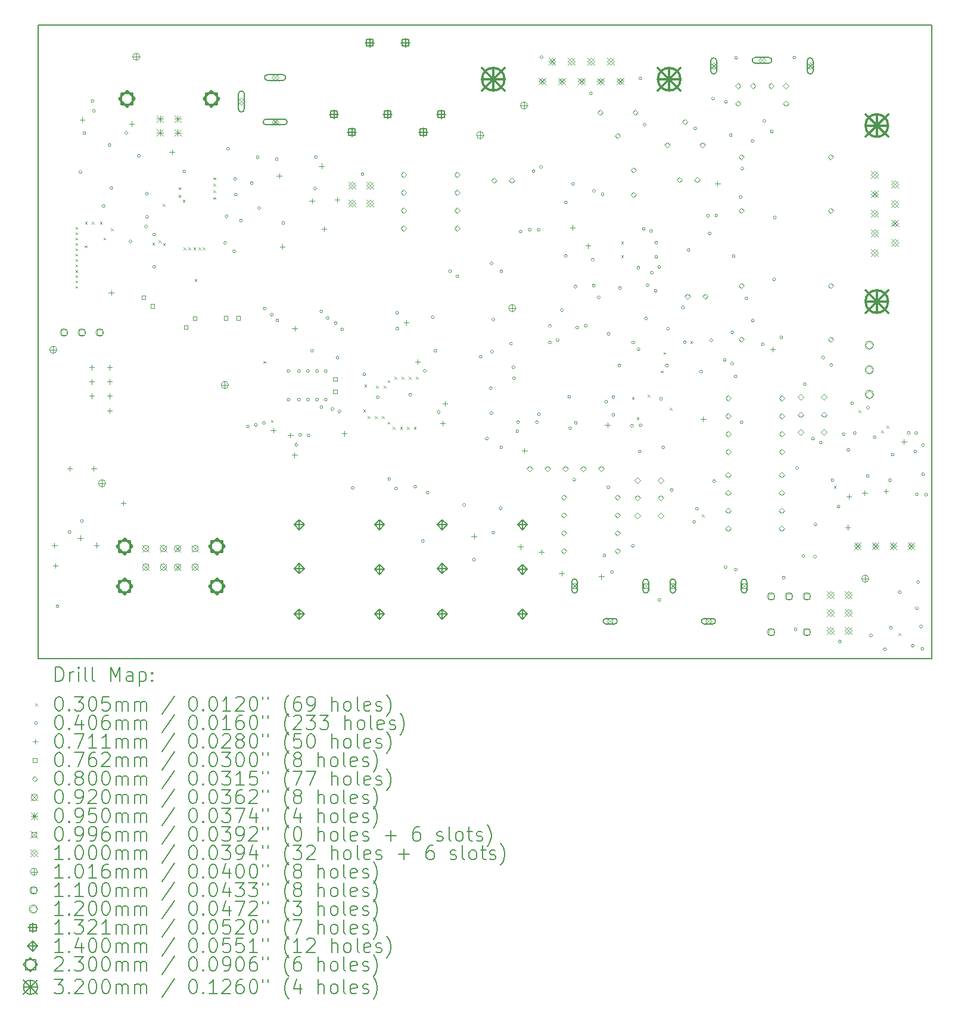
<source format=gbr>
%FSLAX45Y45*%
G04 Gerber Fmt 4.5, Leading zero omitted, Abs format (unit mm)*
G04 Created by KiCad (PCBNEW 6.0.2+dfsg-1) date 2024-03-13 18:23:55*
%MOMM*%
%LPD*%
G01*
G04 APERTURE LIST*
%TA.AperFunction,Profile*%
%ADD10C,0.200000*%
%TD*%
%ADD11C,0.200000*%
%ADD12C,0.030480*%
%ADD13C,0.040640*%
%ADD14C,0.071120*%
%ADD15C,0.076200*%
%ADD16C,0.080000*%
%ADD17C,0.092000*%
%ADD18C,0.095000*%
%ADD19C,0.099568*%
%ADD20C,0.100000*%
%ADD21C,0.101600*%
%ADD22C,0.110000*%
%ADD23C,0.120000*%
%ADD24C,0.132080*%
%ADD25C,0.140000*%
%ADD26C,0.230000*%
%ADD27C,0.320000*%
G04 APERTURE END LIST*
D10*
X3810000Y-2550160D02*
X16510000Y-2550160D01*
X16510000Y-2550160D02*
X16510000Y-11554460D01*
X16510000Y-11554460D02*
X3810000Y-11554460D01*
X3810000Y-11554460D02*
X3810000Y-2550160D01*
D11*
D12*
X4338320Y-5420360D02*
X4368800Y-5450840D01*
X4368800Y-5420360D02*
X4338320Y-5450840D01*
X4338320Y-5496560D02*
X4368800Y-5527040D01*
X4368800Y-5496560D02*
X4338320Y-5527040D01*
X4338320Y-5572760D02*
X4368800Y-5603240D01*
X4368800Y-5572760D02*
X4338320Y-5603240D01*
X4338320Y-5648960D02*
X4368800Y-5679440D01*
X4368800Y-5648960D02*
X4338320Y-5679440D01*
X4338320Y-5725160D02*
X4368800Y-5755640D01*
X4368800Y-5725160D02*
X4338320Y-5755640D01*
X4338320Y-5801360D02*
X4368800Y-5831840D01*
X4368800Y-5801360D02*
X4338320Y-5831840D01*
X4338320Y-5877560D02*
X4368800Y-5908040D01*
X4368800Y-5877560D02*
X4338320Y-5908040D01*
X4338320Y-5953760D02*
X4368800Y-5984240D01*
X4368800Y-5953760D02*
X4338320Y-5984240D01*
X4338320Y-6032500D02*
X4368800Y-6062980D01*
X4368800Y-6032500D02*
X4338320Y-6062980D01*
X4338320Y-6106160D02*
X4368800Y-6136640D01*
X4368800Y-6106160D02*
X4338320Y-6136640D01*
X4338320Y-6182360D02*
X4368800Y-6212840D01*
X4368800Y-6182360D02*
X4338320Y-6212840D01*
X4338320Y-6258560D02*
X4368800Y-6289040D01*
X4368800Y-6258560D02*
X4338320Y-6289040D01*
X4469220Y-5683740D02*
X4499700Y-5714220D01*
X4499700Y-5683740D02*
X4469220Y-5714220D01*
X4474148Y-5347908D02*
X4504628Y-5378388D01*
X4504628Y-5347908D02*
X4474148Y-5378388D01*
X4572000Y-5347908D02*
X4602480Y-5378388D01*
X4602480Y-5347908D02*
X4572000Y-5378388D01*
X4687632Y-5347908D02*
X4718112Y-5378388D01*
X4718112Y-5347908D02*
X4687632Y-5378388D01*
X4737336Y-5572524D02*
X4767816Y-5603004D01*
X4767816Y-5572524D02*
X4737336Y-5603004D01*
X4841240Y-5443220D02*
X4871720Y-5473700D01*
X4871720Y-5443220D02*
X4841240Y-5473700D01*
X5433060Y-5646420D02*
X5463540Y-5676900D01*
X5463540Y-5646420D02*
X5433060Y-5676900D01*
X5519420Y-5613400D02*
X5549900Y-5643880D01*
X5549900Y-5613400D02*
X5519420Y-5643880D01*
X5580380Y-5092700D02*
X5610860Y-5123180D01*
X5610860Y-5092700D02*
X5580380Y-5123180D01*
X5582920Y-5654040D02*
X5613400Y-5684520D01*
X5613400Y-5654040D02*
X5582920Y-5684520D01*
X5803900Y-4859020D02*
X5834380Y-4889500D01*
X5834380Y-4859020D02*
X5803900Y-4889500D01*
X5803900Y-4968240D02*
X5834380Y-4998720D01*
X5834380Y-4968240D02*
X5803900Y-4998720D01*
X5864860Y-5034280D02*
X5895340Y-5064760D01*
X5895340Y-5034280D02*
X5864860Y-5064760D01*
X5877560Y-5712460D02*
X5908040Y-5742940D01*
X5908040Y-5712460D02*
X5877560Y-5742940D01*
X5946140Y-5712460D02*
X5976620Y-5742940D01*
X5976620Y-5712460D02*
X5946140Y-5742940D01*
X6017260Y-5712460D02*
X6047740Y-5742940D01*
X6047740Y-5712460D02*
X6017260Y-5742940D01*
X6033134Y-6161406D02*
X6063614Y-6191886D01*
X6063614Y-6161406D02*
X6033134Y-6191886D01*
X6085840Y-5712460D02*
X6116320Y-5742940D01*
X6116320Y-5712460D02*
X6085840Y-5742940D01*
X6149340Y-5712460D02*
X6179820Y-5742940D01*
X6179820Y-5712460D02*
X6149340Y-5742940D01*
X6299200Y-4716780D02*
X6329680Y-4747260D01*
X6329680Y-4716780D02*
X6299200Y-4747260D01*
X6299200Y-4808220D02*
X6329680Y-4838700D01*
X6329680Y-4808220D02*
X6299200Y-4838700D01*
X6299200Y-4899660D02*
X6329680Y-4930140D01*
X6329680Y-4899660D02*
X6299200Y-4930140D01*
X6299200Y-4998720D02*
X6329680Y-5029200D01*
X6329680Y-4998720D02*
X6299200Y-5029200D01*
X7012550Y-7324752D02*
X7043030Y-7355232D01*
X7043030Y-7324752D02*
X7012550Y-7355232D01*
X7117080Y-8163560D02*
X7147560Y-8194040D01*
X7147560Y-8163560D02*
X7117080Y-8194040D01*
X8430369Y-8018671D02*
X8460849Y-8049151D01*
X8460849Y-8018671D02*
X8430369Y-8049151D01*
X8445110Y-7662572D02*
X8475590Y-7693052D01*
X8475590Y-7662572D02*
X8445110Y-7693052D01*
X8490830Y-8109612D02*
X8521310Y-8140092D01*
X8521310Y-8109612D02*
X8490830Y-8140092D01*
X8592430Y-8109612D02*
X8622910Y-8140092D01*
X8622910Y-8109612D02*
X8592430Y-8140092D01*
X8612750Y-7677812D02*
X8643230Y-7708292D01*
X8643230Y-7677812D02*
X8612750Y-7708292D01*
X8694030Y-8109612D02*
X8724510Y-8140092D01*
X8724510Y-8109612D02*
X8694030Y-8140092D01*
X8719430Y-7677812D02*
X8749910Y-7708292D01*
X8749910Y-7677812D02*
X8719430Y-7708292D01*
X8774539Y-8190121D02*
X8805019Y-8220601D01*
X8805019Y-8190121D02*
X8774539Y-8220601D01*
X8775201Y-7596641D02*
X8805681Y-7627121D01*
X8805681Y-7596641D02*
X8775201Y-7627121D01*
X8846430Y-8262012D02*
X8876910Y-8292492D01*
X8876910Y-8262012D02*
X8846430Y-8292492D01*
X8871830Y-7550812D02*
X8902310Y-7581292D01*
X8902310Y-7550812D02*
X8871830Y-7581292D01*
X8954108Y-8262012D02*
X8984588Y-8292492D01*
X8984588Y-8262012D02*
X8954108Y-8292492D01*
X8973430Y-7550812D02*
X9003910Y-7581292D01*
X9003910Y-7550812D02*
X8973430Y-7581292D01*
X9052170Y-8262012D02*
X9082650Y-8292492D01*
X9082650Y-8262012D02*
X9052170Y-8292492D01*
X9075030Y-7550812D02*
X9105510Y-7581292D01*
X9105510Y-7550812D02*
X9075030Y-7581292D01*
X9149688Y-8262012D02*
X9180168Y-8292492D01*
X9180168Y-8262012D02*
X9149688Y-8292492D01*
X9176630Y-7550812D02*
X9207110Y-7581292D01*
X9207110Y-7550812D02*
X9176630Y-7581292D01*
X12095480Y-5626100D02*
X12125960Y-5656580D01*
X12125960Y-5626100D02*
X12095480Y-5656580D01*
X12096491Y-5824220D02*
X12126971Y-5854700D01*
X12126971Y-5824220D02*
X12096491Y-5854700D01*
X12247880Y-7835900D02*
X12278360Y-7866380D01*
X12278360Y-7835900D02*
X12247880Y-7866380D01*
X12316460Y-8125460D02*
X12346940Y-8155940D01*
X12346940Y-8125460D02*
X12316460Y-8155940D01*
X12473940Y-7805420D02*
X12504420Y-7835900D01*
X12504420Y-7805420D02*
X12473940Y-7835900D01*
X12659360Y-7462520D02*
X12689840Y-7493000D01*
X12689840Y-7462520D02*
X12659360Y-7493000D01*
X12694920Y-7198360D02*
X12725400Y-7228840D01*
X12725400Y-7198360D02*
X12694920Y-7228840D01*
X12786360Y-7990840D02*
X12816840Y-8021320D01*
X12816840Y-7990840D02*
X12786360Y-8021320D01*
X13075970Y-7040880D02*
X13106450Y-7071360D01*
X13106450Y-7040880D02*
X13075970Y-7071360D01*
X13241020Y-9507245D02*
X13271500Y-9537725D01*
X13271500Y-9507245D02*
X13241020Y-9537725D01*
X15118080Y-9100820D02*
X15148560Y-9131300D01*
X15148560Y-9100820D02*
X15118080Y-9131300D01*
X15471140Y-8023860D02*
X15501620Y-8054340D01*
X15501620Y-8023860D02*
X15471140Y-8054340D01*
X15788640Y-8310880D02*
X15819120Y-8341360D01*
X15819120Y-8310880D02*
X15788640Y-8341360D01*
X15867380Y-8242300D02*
X15897860Y-8272780D01*
X15897860Y-8242300D02*
X15867380Y-8272780D01*
X16036247Y-11189520D02*
X16066727Y-11220000D01*
X16066727Y-11189520D02*
X16036247Y-11220000D01*
D13*
X4104640Y-10810240D02*
G75*
G03*
X4104640Y-10810240I-20320J0D01*
G01*
X4274820Y-9753600D02*
G75*
G03*
X4274820Y-9753600I-20320J0D01*
G01*
X4429760Y-4638040D02*
G75*
G03*
X4429760Y-4638040I-20320J0D01*
G01*
X4449776Y-9598356D02*
G75*
G03*
X4449776Y-9598356I-20320J0D01*
G01*
X4485640Y-4089400D02*
G75*
G03*
X4485640Y-4089400I-20320J0D01*
G01*
X4599940Y-3632200D02*
G75*
G03*
X4599940Y-3632200I-20320J0D01*
G01*
X4622800Y-3771900D02*
G75*
G03*
X4622800Y-3771900I-20320J0D01*
G01*
X4757420Y-5123180D02*
G75*
G03*
X4757420Y-5123180I-20320J0D01*
G01*
X4843780Y-4257040D02*
G75*
G03*
X4843780Y-4257040I-20320J0D01*
G01*
X4866640Y-4869180D02*
G75*
G03*
X4866640Y-4869180I-20320J0D01*
G01*
X5082540Y-4086860D02*
G75*
G03*
X5082540Y-4086860I-20320J0D01*
G01*
X5140960Y-5626100D02*
G75*
G03*
X5140960Y-5626100I-20320J0D01*
G01*
X5260340Y-4409440D02*
G75*
G03*
X5260340Y-4409440I-20320J0D01*
G01*
X5361940Y-5415280D02*
G75*
G03*
X5361940Y-5415280I-20320J0D01*
G01*
X5372150Y-4949335D02*
G75*
G03*
X5372150Y-4949335I-20320J0D01*
G01*
X5377180Y-5278120D02*
G75*
G03*
X5377180Y-5278120I-20320J0D01*
G01*
X5476240Y-5529580D02*
G75*
G03*
X5476240Y-5529580I-20320J0D01*
G01*
X5476240Y-5986780D02*
G75*
G03*
X5476240Y-5986780I-20320J0D01*
G01*
X5905500Y-4632960D02*
G75*
G03*
X5905500Y-4632960I-20320J0D01*
G01*
X6487155Y-5648960D02*
G75*
G03*
X6487155Y-5648960I-20320J0D01*
G01*
X6505970Y-5270500D02*
G75*
G03*
X6505970Y-5270500I-20320J0D01*
G01*
X6527800Y-4310380D02*
G75*
G03*
X6527800Y-4310380I-20320J0D01*
G01*
X6614160Y-5765800D02*
G75*
G03*
X6614160Y-5765800I-20320J0D01*
G01*
X6629400Y-4739640D02*
G75*
G03*
X6629400Y-4739640I-20320J0D01*
G01*
X6637020Y-4963160D02*
G75*
G03*
X6637020Y-4963160I-20320J0D01*
G01*
X6713220Y-5331460D02*
G75*
G03*
X6713220Y-5331460I-20320J0D01*
G01*
X6809350Y-8254392D02*
G75*
G03*
X6809350Y-8254392I-20320J0D01*
G01*
X6863080Y-4798060D02*
G75*
G03*
X6863080Y-4798060I-20320J0D01*
G01*
X6923650Y-8234072D02*
G75*
G03*
X6923650Y-8234072I-20320J0D01*
G01*
X6946900Y-4432300D02*
G75*
G03*
X6946900Y-4432300I-20320J0D01*
G01*
X6969760Y-5153660D02*
G75*
G03*
X6969760Y-5153660I-20320J0D01*
G01*
X7037950Y-8206132D02*
G75*
G03*
X7037950Y-8206132I-20320J0D01*
G01*
X7048110Y-6577992D02*
G75*
G03*
X7048110Y-6577992I-20320J0D01*
G01*
X7149710Y-6666892D02*
G75*
G03*
X7149710Y-6666892I-20320J0D01*
G01*
X7221220Y-4457700D02*
G75*
G03*
X7221220Y-4457700I-20320J0D01*
G01*
X7228450Y-6748172D02*
G75*
G03*
X7228450Y-6748172I-20320J0D01*
G01*
X7312660Y-5364480D02*
G75*
G03*
X7312660Y-5364480I-20320J0D01*
G01*
X7385930Y-7469532D02*
G75*
G03*
X7385930Y-7469532I-20320J0D01*
G01*
X7385930Y-7873392D02*
G75*
G03*
X7385930Y-7873392I-20320J0D01*
G01*
X7497690Y-8516012D02*
G75*
G03*
X7497690Y-8516012I-20320J0D01*
G01*
X7535790Y-7469532D02*
G75*
G03*
X7535790Y-7469532I-20320J0D01*
G01*
X7535790Y-7873392D02*
G75*
G03*
X7535790Y-7873392I-20320J0D01*
G01*
X7553570Y-8376312D02*
G75*
G03*
X7553570Y-8376312I-20320J0D01*
G01*
X7662790Y-7469532D02*
G75*
G03*
X7662790Y-7469532I-20320J0D01*
G01*
X7662790Y-7873392D02*
G75*
G03*
X7662790Y-7873392I-20320J0D01*
G01*
X7670410Y-8381392D02*
G75*
G03*
X7670410Y-8381392I-20320J0D01*
G01*
X7721600Y-7180580D02*
G75*
G03*
X7721600Y-7180580I-20320J0D01*
G01*
X7764830Y-4874260D02*
G75*
G03*
X7764830Y-4874260I-20320J0D01*
G01*
X7777480Y-4429760D02*
G75*
G03*
X7777480Y-4429760I-20320J0D01*
G01*
X7792330Y-7469532D02*
G75*
G03*
X7792330Y-7469532I-20320J0D01*
G01*
X7792330Y-7873392D02*
G75*
G03*
X7792330Y-7873392I-20320J0D01*
G01*
X7853290Y-6621172D02*
G75*
G03*
X7853290Y-6621172I-20320J0D01*
G01*
X7853290Y-7980072D02*
G75*
G03*
X7853290Y-7980072I-20320J0D01*
G01*
X7916790Y-7469532D02*
G75*
G03*
X7916790Y-7469532I-20320J0D01*
G01*
X7916790Y-7873392D02*
G75*
G03*
X7916790Y-7873392I-20320J0D01*
G01*
X7942190Y-6715152D02*
G75*
G03*
X7942190Y-6715152I-20320J0D01*
G01*
X8011212Y-8007313D02*
G75*
G03*
X8011212Y-8007313I-20320J0D01*
G01*
X8059030Y-6788812D02*
G75*
G03*
X8059030Y-6788812I-20320J0D01*
G01*
X8084820Y-7277100D02*
G75*
G03*
X8084820Y-7277100I-20320J0D01*
G01*
X8112370Y-8041032D02*
G75*
G03*
X8112370Y-8041032I-20320J0D01*
G01*
X8150470Y-6875172D02*
G75*
G03*
X8150470Y-6875172I-20320J0D01*
G01*
X8300720Y-9128760D02*
G75*
G03*
X8300720Y-9128760I-20320J0D01*
G01*
X8440420Y-4671060D02*
G75*
G03*
X8440420Y-4671060I-20320J0D01*
G01*
X8463280Y-7512922D02*
G75*
G03*
X8463280Y-7512922I-20320J0D01*
G01*
X8656320Y-7840980D02*
G75*
G03*
X8656320Y-7840980I-20320J0D01*
G01*
X8818880Y-9001760D02*
G75*
G03*
X8818880Y-9001760I-20320J0D01*
G01*
X8915400Y-9136380D02*
G75*
G03*
X8915400Y-9136380I-20320J0D01*
G01*
X8932790Y-6641492D02*
G75*
G03*
X8932790Y-6641492I-20320J0D01*
G01*
X8932790Y-6865012D02*
G75*
G03*
X8932790Y-6865012I-20320J0D01*
G01*
X9117040Y-7803860D02*
G75*
G03*
X9117040Y-7803860I-20320J0D01*
G01*
X9187180Y-9110980D02*
G75*
G03*
X9187180Y-9110980I-20320J0D01*
G01*
X9296400Y-9880600D02*
G75*
G03*
X9296400Y-9880600I-20320J0D01*
G01*
X9323950Y-7464452D02*
G75*
G03*
X9323950Y-7464452I-20320J0D01*
G01*
X9364980Y-9194800D02*
G75*
G03*
X9364980Y-9194800I-20320J0D01*
G01*
X9436100Y-6703060D02*
G75*
G03*
X9436100Y-6703060I-20320J0D01*
G01*
X9473810Y-7179972D02*
G75*
G03*
X9473810Y-7179972I-20320J0D01*
G01*
X9519920Y-8049260D02*
G75*
G03*
X9519920Y-8049260I-20320J0D01*
G01*
X9682480Y-6050280D02*
G75*
G03*
X9682480Y-6050280I-20320J0D01*
G01*
X9786620Y-6121400D02*
G75*
G03*
X9786620Y-6121400I-20320J0D01*
G01*
X9883140Y-9370010D02*
G75*
G03*
X9883140Y-9370010I-20320J0D01*
G01*
X10020300Y-10147300D02*
G75*
G03*
X10020300Y-10147300I-20320J0D01*
G01*
X10116820Y-7264400D02*
G75*
G03*
X10116820Y-7264400I-20320J0D01*
G01*
X10205720Y-8427720D02*
G75*
G03*
X10205720Y-8427720I-20320J0D01*
G01*
X10261600Y-7711440D02*
G75*
G03*
X10261600Y-7711440I-20320J0D01*
G01*
X10271370Y-8066432D02*
G75*
G03*
X10271370Y-8066432I-20320J0D01*
G01*
X10271760Y-5941060D02*
G75*
G03*
X10271760Y-5941060I-20320J0D01*
G01*
X10281920Y-7193280D02*
G75*
G03*
X10281920Y-7193280I-20320J0D01*
G01*
X10297160Y-6736080D02*
G75*
G03*
X10297160Y-6736080I-20320J0D01*
G01*
X10297160Y-9761220D02*
G75*
G03*
X10297160Y-9761220I-20320J0D01*
G01*
X10401300Y-9418320D02*
G75*
G03*
X10401300Y-9418320I-20320J0D01*
G01*
X10411070Y-8551572D02*
G75*
G03*
X10411070Y-8551572I-20320J0D01*
G01*
X10411460Y-6052820D02*
G75*
G03*
X10411460Y-6052820I-20320J0D01*
G01*
X10548230Y-7078372D02*
G75*
G03*
X10548230Y-7078372I-20320J0D01*
G01*
X10584180Y-7414260D02*
G75*
G03*
X10584180Y-7414260I-20320J0D01*
G01*
X10591410Y-7571132D02*
G75*
G03*
X10591410Y-7571132I-20320J0D01*
G01*
X10639670Y-8322972D02*
G75*
G03*
X10639670Y-8322972I-20320J0D01*
G01*
X10650220Y-8194040D02*
G75*
G03*
X10650220Y-8194040I-20320J0D01*
G01*
X10685780Y-5486400D02*
G75*
G03*
X10685780Y-5486400I-20320J0D01*
G01*
X10815320Y-5461000D02*
G75*
G03*
X10815320Y-5461000I-20320J0D01*
G01*
X10868710Y-4630420D02*
G75*
G03*
X10868710Y-4630420I-20320J0D01*
G01*
X10916920Y-8194040D02*
G75*
G03*
X10916920Y-8194040I-20320J0D01*
G01*
X10942320Y-5461000D02*
G75*
G03*
X10942320Y-5461000I-20320J0D01*
G01*
X10947400Y-8082280D02*
G75*
G03*
X10947400Y-8082280I-20320J0D01*
G01*
X10975340Y-4569460D02*
G75*
G03*
X10975340Y-4569460I-20320J0D01*
G01*
X10982960Y-3009900D02*
G75*
G03*
X10982960Y-3009900I-20320J0D01*
G01*
X11102340Y-6827520D02*
G75*
G03*
X11102340Y-6827520I-20320J0D01*
G01*
X11102340Y-7063740D02*
G75*
G03*
X11102340Y-7063740I-20320J0D01*
G01*
X11211560Y-7025590D02*
G75*
G03*
X11211560Y-7025590I-20320J0D01*
G01*
X11272520Y-6601460D02*
G75*
G03*
X11272520Y-6601460I-20320J0D01*
G01*
X11328400Y-5072380D02*
G75*
G03*
X11328400Y-5072380I-20320J0D01*
G01*
X11328400Y-5831840D02*
G75*
G03*
X11328400Y-5831840I-20320J0D01*
G01*
X11376660Y-7833360D02*
G75*
G03*
X11376660Y-7833360I-20320J0D01*
G01*
X11389360Y-8280400D02*
G75*
G03*
X11389360Y-8280400I-20320J0D01*
G01*
X11430000Y-4810760D02*
G75*
G03*
X11430000Y-4810760I-20320J0D01*
G01*
X11447780Y-9011920D02*
G75*
G03*
X11447780Y-9011920I-20320J0D01*
G01*
X11465560Y-6268720D02*
G75*
G03*
X11465560Y-6268720I-20320J0D01*
G01*
X11470591Y-8204249D02*
G75*
G03*
X11470591Y-8204249I-20320J0D01*
G01*
X11488420Y-6850380D02*
G75*
G03*
X11488420Y-6850380I-20320J0D01*
G01*
X11610340Y-6824980D02*
G75*
G03*
X11610340Y-6824980I-20320J0D01*
G01*
X11684000Y-3522980D02*
G75*
G03*
X11684000Y-3522980I-20320J0D01*
G01*
X11711940Y-5887720D02*
G75*
G03*
X11711940Y-5887720I-20320J0D01*
G01*
X11724640Y-6256020D02*
G75*
G03*
X11724640Y-6256020I-20320J0D01*
G01*
X11729720Y-4907280D02*
G75*
G03*
X11729720Y-4907280I-20320J0D01*
G01*
X11794685Y-6422195D02*
G75*
G03*
X11794685Y-6422195I-20320J0D01*
G01*
X11851640Y-4958080D02*
G75*
G03*
X11851640Y-4958080I-20320J0D01*
G01*
X11874500Y-10088880D02*
G75*
G03*
X11874500Y-10088880I-20320J0D01*
G01*
X11899900Y-7904480D02*
G75*
G03*
X11899900Y-7904480I-20320J0D01*
G01*
X11931430Y-9118600D02*
G75*
G03*
X11931430Y-9118600I-20320J0D01*
G01*
X11935460Y-6939280D02*
G75*
G03*
X11935460Y-6939280I-20320J0D01*
G01*
X11983720Y-10322560D02*
G75*
G03*
X11983720Y-10322560I-20320J0D01*
G01*
X12001500Y-8089900D02*
G75*
G03*
X12001500Y-8089900I-20320J0D01*
G01*
X12004040Y-7838440D02*
G75*
G03*
X12004040Y-7838440I-20320J0D01*
G01*
X12087860Y-7388860D02*
G75*
G03*
X12087860Y-7388860I-20320J0D01*
G01*
X12098020Y-6289040D02*
G75*
G03*
X12098020Y-6289040I-20320J0D01*
G01*
X12268200Y-8244840D02*
G75*
G03*
X12268200Y-8244840I-20320J0D01*
G01*
X12280900Y-9951720D02*
G75*
G03*
X12280900Y-9951720I-20320J0D01*
G01*
X12285980Y-7061200D02*
G75*
G03*
X12285980Y-7061200I-20320J0D01*
G01*
X12359640Y-6002020D02*
G75*
G03*
X12359640Y-6002020I-20320J0D01*
G01*
X12362180Y-7157770D02*
G75*
G03*
X12362180Y-7157770I-20320J0D01*
G01*
X12377420Y-8610600D02*
G75*
G03*
X12377420Y-8610600I-20320J0D01*
G01*
X12387580Y-3309620D02*
G75*
G03*
X12387580Y-3309620I-20320J0D01*
G01*
X12390120Y-8237220D02*
G75*
G03*
X12390120Y-8237220I-20320J0D01*
G01*
X12435622Y-5447109D02*
G75*
G03*
X12435622Y-5447109I-20320J0D01*
G01*
X12448540Y-3967480D02*
G75*
G03*
X12448540Y-3967480I-20320J0D01*
G01*
X12466320Y-6720840D02*
G75*
G03*
X12466320Y-6720840I-20320J0D01*
G01*
X12491720Y-6250940D02*
G75*
G03*
X12491720Y-6250940I-20320J0D01*
G01*
X12537440Y-5478780D02*
G75*
G03*
X12537440Y-5478780I-20320J0D01*
G01*
X12552680Y-6071778D02*
G75*
G03*
X12552680Y-6071778I-20320J0D01*
G01*
X12603480Y-6327140D02*
G75*
G03*
X12603480Y-6327140I-20320J0D01*
G01*
X12612281Y-5646260D02*
G75*
G03*
X12612281Y-5646260I-20320J0D01*
G01*
X12612281Y-5846260D02*
G75*
G03*
X12612281Y-5846260I-20320J0D01*
G01*
X12654280Y-5989320D02*
G75*
G03*
X12654280Y-5989320I-20320J0D01*
G01*
X12656820Y-10718800D02*
G75*
G03*
X12656820Y-10718800I-20320J0D01*
G01*
X12680058Y-7862555D02*
G75*
G03*
X12680058Y-7862555I-20320J0D01*
G01*
X12712700Y-8552180D02*
G75*
G03*
X12712700Y-8552180I-20320J0D01*
G01*
X12766040Y-7388860D02*
G75*
G03*
X12766040Y-7388860I-20320J0D01*
G01*
X12778740Y-6865620D02*
G75*
G03*
X12778740Y-6865620I-20320J0D01*
G01*
X12832370Y-9159240D02*
G75*
G03*
X12832370Y-9159240I-20320J0D01*
G01*
X12992100Y-6565950D02*
G75*
G03*
X12992100Y-6565950I-20320J0D01*
G01*
X13020040Y-7058660D02*
G75*
G03*
X13020040Y-7058660I-20320J0D01*
G01*
X13070840Y-5750560D02*
G75*
G03*
X13070840Y-5750560I-20320J0D01*
G01*
X13151974Y-9608820D02*
G75*
G03*
X13151974Y-9608820I-20320J0D01*
G01*
X13167360Y-4020820D02*
G75*
G03*
X13167360Y-4020820I-20320J0D01*
G01*
X13190220Y-9423400D02*
G75*
G03*
X13190220Y-9423400I-20320J0D01*
G01*
X13251180Y-7477858D02*
G75*
G03*
X13251180Y-7477858I-20320J0D01*
G01*
X13348967Y-5262930D02*
G75*
G03*
X13348967Y-5262930I-20320J0D01*
G01*
X13373100Y-5514340D02*
G75*
G03*
X13373100Y-5514340I-20320J0D01*
G01*
X13395960Y-7033260D02*
G75*
G03*
X13395960Y-7033260I-20320J0D01*
G01*
X13421360Y-3596640D02*
G75*
G03*
X13421360Y-3596640I-20320J0D01*
G01*
X13436600Y-9032240D02*
G75*
G03*
X13436600Y-9032240I-20320J0D01*
G01*
X13467178Y-5257800D02*
G75*
G03*
X13467178Y-5257800I-20320J0D01*
G01*
X13586460Y-7310120D02*
G75*
G03*
X13586460Y-7310120I-20320J0D01*
G01*
X13599160Y-10251440D02*
G75*
G03*
X13599160Y-10251440I-20320J0D01*
G01*
X13604240Y-3644900D02*
G75*
G03*
X13604240Y-3644900I-20320J0D01*
G01*
X13672820Y-4117340D02*
G75*
G03*
X13672820Y-4117340I-20320J0D01*
G01*
X13693140Y-7363460D02*
G75*
G03*
X13693140Y-7363460I-20320J0D01*
G01*
X13694443Y-6920197D02*
G75*
G03*
X13694443Y-6920197I-20320J0D01*
G01*
X13713460Y-5834380D02*
G75*
G03*
X13713460Y-5834380I-20320J0D01*
G01*
X13741400Y-7543850D02*
G75*
G03*
X13741400Y-7543850I-20320J0D01*
G01*
X13743940Y-10287000D02*
G75*
G03*
X13743940Y-10287000I-20320J0D01*
G01*
X13746480Y-3017520D02*
G75*
G03*
X13746480Y-3017520I-20320J0D01*
G01*
X13812520Y-4996180D02*
G75*
G03*
X13812520Y-4996180I-20320J0D01*
G01*
X13827760Y-8196580D02*
G75*
G03*
X13827760Y-8196580I-20320J0D01*
G01*
X13835380Y-4592320D02*
G75*
G03*
X13835380Y-4592320I-20320J0D01*
G01*
X13893800Y-6433820D02*
G75*
G03*
X13893800Y-6433820I-20320J0D01*
G01*
X13982702Y-4200247D02*
G75*
G03*
X13982702Y-4200247I-20320J0D01*
G01*
X13985240Y-6751320D02*
G75*
G03*
X13985240Y-6751320I-20320J0D01*
G01*
X14127480Y-7086600D02*
G75*
G03*
X14127480Y-7086600I-20320J0D01*
G01*
X14150340Y-3916680D02*
G75*
G03*
X14150340Y-3916680I-20320J0D01*
G01*
X14254480Y-4066540D02*
G75*
G03*
X14254480Y-4066540I-20320J0D01*
G01*
X14287500Y-6167120D02*
G75*
G03*
X14287500Y-6167120I-20320J0D01*
G01*
X14297660Y-5288280D02*
G75*
G03*
X14297660Y-5288280I-20320J0D01*
G01*
X14389100Y-6990080D02*
G75*
G03*
X14389100Y-6990080I-20320J0D01*
G01*
X14424660Y-10403840D02*
G75*
G03*
X14424660Y-10403840I-20320J0D01*
G01*
X14574520Y-3014980D02*
G75*
G03*
X14574520Y-3014980I-20320J0D01*
G01*
X14592300Y-11137900D02*
G75*
G03*
X14592300Y-11137900I-20320J0D01*
G01*
X14615160Y-8844280D02*
G75*
G03*
X14615160Y-8844280I-20320J0D01*
G01*
X14706600Y-10096500D02*
G75*
G03*
X14706600Y-10096500I-20320J0D01*
G01*
X14724380Y-7653020D02*
G75*
G03*
X14724380Y-7653020I-20320J0D01*
G01*
X14838680Y-8427770D02*
G75*
G03*
X14838680Y-8427770I-20320J0D01*
G01*
X14869160Y-10106660D02*
G75*
G03*
X14869160Y-10106660I-20320J0D01*
G01*
X14876780Y-9646920D02*
G75*
G03*
X14876780Y-9646920I-20320J0D01*
G01*
X14952980Y-8486140D02*
G75*
G03*
X14952980Y-8486140I-20320J0D01*
G01*
X14986000Y-7277150D02*
G75*
G03*
X14986000Y-7277150I-20320J0D01*
G01*
X15100300Y-7381240D02*
G75*
G03*
X15100300Y-7381240I-20320J0D01*
G01*
X15118080Y-9017000D02*
G75*
G03*
X15118080Y-9017000I-20320J0D01*
G01*
X15204440Y-9392920D02*
G75*
G03*
X15204440Y-9392920I-20320J0D01*
G01*
X15222220Y-11310620D02*
G75*
G03*
X15222220Y-11310620I-20320J0D01*
G01*
X15275560Y-8364220D02*
G75*
G03*
X15275560Y-8364220I-20320J0D01*
G01*
X15341600Y-8587740D02*
G75*
G03*
X15341600Y-8587740I-20320J0D01*
G01*
X15397480Y-7924800D02*
G75*
G03*
X15397480Y-7924800I-20320J0D01*
G01*
X15435580Y-8348980D02*
G75*
G03*
X15435580Y-8348980I-20320J0D01*
G01*
X15618460Y-8958580D02*
G75*
G03*
X15618460Y-8958580I-20320J0D01*
G01*
X15623540Y-7988300D02*
G75*
G03*
X15623540Y-7988300I-20320J0D01*
G01*
X15664180Y-11224260D02*
G75*
G03*
X15664180Y-11224260I-20320J0D01*
G01*
X15716506Y-8408926D02*
G75*
G03*
X15716506Y-8408926I-20320J0D01*
G01*
X15862300Y-11419840D02*
G75*
G03*
X15862300Y-11419840I-20320J0D01*
G01*
X15933420Y-9019540D02*
G75*
G03*
X15933420Y-9019540I-20320J0D01*
G01*
X15946120Y-11115040D02*
G75*
G03*
X15946120Y-11115040I-20320J0D01*
G01*
X15974060Y-8653780D02*
G75*
G03*
X15974060Y-8653780I-20320J0D01*
G01*
X16073120Y-10609580D02*
G75*
G03*
X16073120Y-10609580I-20320J0D01*
G01*
X16200120Y-8346440D02*
G75*
G03*
X16200120Y-8346440I-20320J0D01*
G01*
X16257233Y-11369090D02*
G75*
G03*
X16257233Y-11369090I-20320J0D01*
G01*
X16294100Y-8610600D02*
G75*
G03*
X16294100Y-8610600I-20320J0D01*
G01*
X16306800Y-8348980D02*
G75*
G03*
X16306800Y-8348980I-20320J0D01*
G01*
X16316960Y-9220200D02*
G75*
G03*
X16316960Y-9220200I-20320J0D01*
G01*
X16316960Y-10835640D02*
G75*
G03*
X16316960Y-10835640I-20320J0D01*
G01*
X16334740Y-10467340D02*
G75*
G03*
X16334740Y-10467340I-20320J0D01*
G01*
X16375380Y-11097260D02*
G75*
G03*
X16375380Y-11097260I-20320J0D01*
G01*
X16395700Y-11414760D02*
G75*
G03*
X16395700Y-11414760I-20320J0D01*
G01*
X16403320Y-8521700D02*
G75*
G03*
X16403320Y-8521700I-20320J0D01*
G01*
X16405860Y-8933180D02*
G75*
G03*
X16405860Y-8933180I-20320J0D01*
G01*
X16446500Y-9225280D02*
G75*
G03*
X16446500Y-9225280I-20320J0D01*
G01*
D14*
X4041140Y-9908540D02*
X4041140Y-9979660D01*
X4005580Y-9944100D02*
X4076700Y-9944100D01*
X4053840Y-10198100D02*
X4053840Y-10269220D01*
X4018280Y-10233660D02*
X4089400Y-10233660D01*
X4259580Y-8816340D02*
X4259580Y-8887460D01*
X4224020Y-8851900D02*
X4295140Y-8851900D01*
X4406900Y-9804400D02*
X4406900Y-9875520D01*
X4371340Y-9839960D02*
X4442460Y-9839960D01*
X4434840Y-3860800D02*
X4434840Y-3931920D01*
X4399280Y-3896360D02*
X4470400Y-3896360D01*
X4572000Y-7381240D02*
X4572000Y-7452360D01*
X4536440Y-7416800D02*
X4607560Y-7416800D01*
X4572000Y-7584440D02*
X4572000Y-7655560D01*
X4536440Y-7620000D02*
X4607560Y-7620000D01*
X4572000Y-7787640D02*
X4572000Y-7858760D01*
X4536440Y-7823200D02*
X4607560Y-7823200D01*
X4599940Y-8816340D02*
X4599940Y-8887460D01*
X4564380Y-8851900D02*
X4635500Y-8851900D01*
X4640580Y-9906000D02*
X4640580Y-9977120D01*
X4605020Y-9941560D02*
X4676140Y-9941560D01*
X4826000Y-7381240D02*
X4826000Y-7452360D01*
X4790440Y-7416800D02*
X4861560Y-7416800D01*
X4826000Y-7584440D02*
X4826000Y-7655560D01*
X4790440Y-7620000D02*
X4861560Y-7620000D01*
X4826000Y-7787640D02*
X4826000Y-7858760D01*
X4790440Y-7823200D02*
X4861560Y-7823200D01*
X4826000Y-7993380D02*
X4826000Y-8064500D01*
X4790440Y-8028940D02*
X4861560Y-8028940D01*
X4846320Y-6319520D02*
X4846320Y-6390640D01*
X4810760Y-6355080D02*
X4881880Y-6355080D01*
X5021580Y-9306560D02*
X5021580Y-9377680D01*
X4986020Y-9342120D02*
X5057140Y-9342120D01*
X5138420Y-3919220D02*
X5138420Y-3990340D01*
X5102860Y-3954780D02*
X5173980Y-3954780D01*
X5709920Y-4320540D02*
X5709920Y-4391660D01*
X5674360Y-4356100D02*
X5745480Y-4356100D01*
X7150100Y-8272780D02*
X7150100Y-8343900D01*
X7114540Y-8308340D02*
X7185660Y-8308340D01*
X7233920Y-4658360D02*
X7233920Y-4729480D01*
X7198360Y-4693920D02*
X7269480Y-4693920D01*
X7282180Y-5664200D02*
X7282180Y-5735320D01*
X7246620Y-5699760D02*
X7317740Y-5699760D01*
X7393940Y-8341360D02*
X7393940Y-8412480D01*
X7358380Y-8376920D02*
X7429500Y-8376920D01*
X7451970Y-8625232D02*
X7451970Y-8696352D01*
X7416410Y-8660792D02*
X7487530Y-8660792D01*
X7454510Y-6826912D02*
X7454510Y-6898032D01*
X7418950Y-6862472D02*
X7490070Y-6862472D01*
X7699680Y-5017440D02*
X7699680Y-5088560D01*
X7664120Y-5053000D02*
X7735240Y-5053000D01*
X7835900Y-4521200D02*
X7835900Y-4592320D01*
X7800340Y-4556760D02*
X7871460Y-4556760D01*
X7874000Y-5415280D02*
X7874000Y-5486400D01*
X7838440Y-5450840D02*
X7909560Y-5450840D01*
X8056880Y-4996180D02*
X8056880Y-5067300D01*
X8021320Y-5031740D02*
X8092440Y-5031740D01*
X8160630Y-8320432D02*
X8160630Y-8391552D01*
X8125070Y-8355992D02*
X8196190Y-8355992D01*
X9042010Y-6745632D02*
X9042010Y-6816752D01*
X9006450Y-6781192D02*
X9077570Y-6781192D01*
X9202030Y-7299352D02*
X9202030Y-7370472D01*
X9166470Y-7334912D02*
X9237590Y-7334912D01*
X9557630Y-8173112D02*
X9557630Y-8244232D01*
X9522070Y-8208672D02*
X9593190Y-8208672D01*
X9593190Y-7893712D02*
X9593190Y-7964832D01*
X9557630Y-7929272D02*
X9628750Y-7929272D01*
X10002520Y-9779000D02*
X10002520Y-9850120D01*
X9966960Y-9814560D02*
X10038080Y-9814560D01*
X10662920Y-9928860D02*
X10662920Y-9999980D01*
X10627360Y-9964420D02*
X10698480Y-9964420D01*
X10721340Y-8564880D02*
X10721340Y-8636000D01*
X10685780Y-8600440D02*
X10756900Y-8600440D01*
X10960100Y-10002520D02*
X10960100Y-10073640D01*
X10924540Y-10038080D02*
X10995660Y-10038080D01*
X11247120Y-10307320D02*
X11247120Y-10378440D01*
X11211560Y-10342880D02*
X11282680Y-10342880D01*
X11404600Y-5392420D02*
X11404600Y-5463540D01*
X11369040Y-5427980D02*
X11440160Y-5427980D01*
X11625580Y-5654040D02*
X11625580Y-5725160D01*
X11590020Y-5689600D02*
X11661140Y-5689600D01*
X11813540Y-10353040D02*
X11813540Y-10424160D01*
X11777980Y-10388600D02*
X11849100Y-10388600D01*
X11899900Y-8196580D02*
X11899900Y-8267700D01*
X11864340Y-8232140D02*
X11935460Y-8232140D01*
X13261340Y-8115300D02*
X13261340Y-8186420D01*
X13225780Y-8150860D02*
X13296900Y-8150860D01*
X13464540Y-4767580D02*
X13464540Y-4838700D01*
X13428980Y-4803140D02*
X13500100Y-4803140D01*
X14246860Y-7124700D02*
X14246860Y-7195820D01*
X14211300Y-7160260D02*
X14282420Y-7160260D01*
X15313660Y-9652000D02*
X15313660Y-9723120D01*
X15278100Y-9687560D02*
X15349220Y-9687560D01*
X15333980Y-9215120D02*
X15333980Y-9286240D01*
X15298420Y-9250680D02*
X15369540Y-9250680D01*
X15554960Y-9164320D02*
X15554960Y-9235440D01*
X15519400Y-9199880D02*
X15590520Y-9199880D01*
X15857220Y-9136380D02*
X15857220Y-9207500D01*
X15821660Y-9171940D02*
X15892780Y-9171940D01*
X16113760Y-8437880D02*
X16113760Y-8509000D01*
X16078200Y-8473440D02*
X16149320Y-8473440D01*
D15*
X5336415Y-6448197D02*
X5336415Y-6394315D01*
X5282533Y-6394315D01*
X5282533Y-6448197D01*
X5336415Y-6448197D01*
X5462139Y-6573921D02*
X5462139Y-6520039D01*
X5408257Y-6520039D01*
X5408257Y-6573921D01*
X5462139Y-6573921D01*
X5935619Y-6871603D02*
X5935619Y-6817721D01*
X5881737Y-6817721D01*
X5881737Y-6871603D01*
X5935619Y-6871603D01*
X6061343Y-6745879D02*
X6061343Y-6691997D01*
X6007461Y-6691997D01*
X6007461Y-6745879D01*
X6061343Y-6745879D01*
X6499977Y-6740373D02*
X6499977Y-6686491D01*
X6446095Y-6686491D01*
X6446095Y-6740373D01*
X6499977Y-6740373D01*
X6677777Y-6740373D02*
X6677777Y-6686491D01*
X6623895Y-6686491D01*
X6623895Y-6740373D01*
X6677777Y-6740373D01*
X8056479Y-7610773D02*
X8056479Y-7556891D01*
X8002597Y-7556891D01*
X8002597Y-7610773D01*
X8056479Y-7610773D01*
X8056479Y-7788573D02*
X8056479Y-7734691D01*
X8002597Y-7734691D01*
X8002597Y-7788573D01*
X8056479Y-7788573D01*
D16*
X9000760Y-4720220D02*
X9040760Y-4680220D01*
X9000760Y-4640220D01*
X8960760Y-4680220D01*
X9000760Y-4720220D01*
X9000760Y-4974220D02*
X9040760Y-4934220D01*
X9000760Y-4894220D01*
X8960760Y-4934220D01*
X9000760Y-4974220D01*
X9000760Y-5228220D02*
X9040760Y-5188220D01*
X9000760Y-5148220D01*
X8960760Y-5188220D01*
X9000760Y-5228220D01*
X9000760Y-5482220D02*
X9040760Y-5442220D01*
X9000760Y-5402220D01*
X8960760Y-5442220D01*
X9000760Y-5482220D01*
X9762760Y-4720220D02*
X9802760Y-4680220D01*
X9762760Y-4640220D01*
X9722760Y-4680220D01*
X9762760Y-4720220D01*
X9762760Y-4974220D02*
X9802760Y-4934220D01*
X9762760Y-4894220D01*
X9722760Y-4934220D01*
X9762760Y-4974220D01*
X9762760Y-5228220D02*
X9802760Y-5188220D01*
X9762760Y-5148220D01*
X9722760Y-5188220D01*
X9762760Y-5228220D01*
X9762760Y-5482220D02*
X9802760Y-5442220D01*
X9762760Y-5402220D01*
X9722760Y-5442220D01*
X9762760Y-5482220D01*
X10289591Y-4799960D02*
X10329591Y-4759960D01*
X10289591Y-4719960D01*
X10249591Y-4759960D01*
X10289591Y-4799960D01*
X10539591Y-4799960D02*
X10579591Y-4759960D01*
X10539591Y-4719960D01*
X10499591Y-4759960D01*
X10539591Y-4799960D01*
X10795150Y-8896372D02*
X10835150Y-8856372D01*
X10795150Y-8816372D01*
X10755150Y-8856372D01*
X10795150Y-8896372D01*
X11049150Y-8896372D02*
X11089150Y-8856372D01*
X11049150Y-8816372D01*
X11009150Y-8856372D01*
X11049150Y-8896372D01*
X11278600Y-9301840D02*
X11318600Y-9261840D01*
X11278600Y-9221840D01*
X11238600Y-9261840D01*
X11278600Y-9301840D01*
X11278600Y-9555840D02*
X11318600Y-9515840D01*
X11278600Y-9475840D01*
X11238600Y-9515840D01*
X11278600Y-9555840D01*
X11278600Y-9809840D02*
X11318600Y-9769840D01*
X11278600Y-9729840D01*
X11238600Y-9769840D01*
X11278600Y-9809840D01*
X11278600Y-10063840D02*
X11318600Y-10023840D01*
X11278600Y-9983840D01*
X11238600Y-10023840D01*
X11278600Y-10063840D01*
X11303150Y-8896372D02*
X11343150Y-8856372D01*
X11303150Y-8816372D01*
X11263150Y-8856372D01*
X11303150Y-8896372D01*
X11557150Y-8896372D02*
X11597150Y-8856372D01*
X11557150Y-8816372D01*
X11517150Y-8856372D01*
X11557150Y-8896372D01*
X11794680Y-3835840D02*
X11834680Y-3795840D01*
X11794680Y-3755840D01*
X11754680Y-3795840D01*
X11794680Y-3835840D01*
X11811150Y-8896372D02*
X11851150Y-8856372D01*
X11811150Y-8816372D01*
X11771150Y-8856372D01*
X11811150Y-8896372D01*
X12040600Y-9301840D02*
X12080600Y-9261840D01*
X12040600Y-9221840D01*
X12000600Y-9261840D01*
X12040600Y-9301840D01*
X12040600Y-9555840D02*
X12080600Y-9515840D01*
X12040600Y-9475840D01*
X12000600Y-9515840D01*
X12040600Y-9555840D01*
X12040600Y-9809840D02*
X12080600Y-9769840D01*
X12040600Y-9729840D01*
X12000600Y-9769840D01*
X12040600Y-9809840D01*
X12040600Y-10063840D02*
X12080600Y-10023840D01*
X12040600Y-9983840D01*
X12000600Y-10023840D01*
X12040600Y-10063840D01*
X12044680Y-4165840D02*
X12084680Y-4125840D01*
X12044680Y-4085840D01*
X12004680Y-4125840D01*
X12044680Y-4165840D01*
X12270740Y-4652866D02*
X12310740Y-4612866D01*
X12270740Y-4572866D01*
X12230740Y-4612866D01*
X12270740Y-4652866D01*
X12270740Y-5002866D02*
X12310740Y-4962866D01*
X12270740Y-4922866D01*
X12230740Y-4962866D01*
X12270740Y-5002866D01*
X12294680Y-3835840D02*
X12334680Y-3795840D01*
X12294680Y-3755840D01*
X12254680Y-3795840D01*
X12294680Y-3835840D01*
X12325340Y-9061000D02*
X12365340Y-9021000D01*
X12325340Y-8981000D01*
X12285340Y-9021000D01*
X12325340Y-9061000D01*
X12325340Y-9311000D02*
X12365340Y-9271000D01*
X12325340Y-9231000D01*
X12285340Y-9271000D01*
X12325340Y-9311000D01*
X12325340Y-9561000D02*
X12365340Y-9521000D01*
X12325340Y-9481000D01*
X12285340Y-9521000D01*
X12325340Y-9561000D01*
X12655340Y-9061000D02*
X12695340Y-9021000D01*
X12655340Y-8981000D01*
X12615340Y-9021000D01*
X12655340Y-9061000D01*
X12655340Y-9311000D02*
X12695340Y-9271000D01*
X12655340Y-9231000D01*
X12615340Y-9271000D01*
X12655340Y-9311000D01*
X12655340Y-9561000D02*
X12695340Y-9521000D01*
X12655340Y-9481000D01*
X12615340Y-9521000D01*
X12655340Y-9561000D01*
X12749720Y-4298500D02*
X12789720Y-4258500D01*
X12749720Y-4218500D01*
X12709720Y-4258500D01*
X12749720Y-4298500D01*
X12922122Y-4792340D02*
X12962122Y-4752340D01*
X12922122Y-4712340D01*
X12882122Y-4752340D01*
X12922122Y-4792340D01*
X12999720Y-3968500D02*
X13039720Y-3928500D01*
X12999720Y-3888500D01*
X12959720Y-3928500D01*
X12999720Y-3968500D01*
X13038962Y-6448420D02*
X13078962Y-6408420D01*
X13038962Y-6368420D01*
X12998962Y-6408420D01*
X13038962Y-6448420D01*
X13172122Y-4792340D02*
X13212122Y-4752340D01*
X13172122Y-4712340D01*
X13132122Y-4752340D01*
X13172122Y-4792340D01*
X13249720Y-4298500D02*
X13289720Y-4258500D01*
X13249720Y-4218500D01*
X13209720Y-4258500D01*
X13249720Y-4298500D01*
X13288962Y-6448420D02*
X13328962Y-6408420D01*
X13288962Y-6368420D01*
X13248962Y-6408420D01*
X13288962Y-6448420D01*
X13613400Y-8982340D02*
X13653400Y-8942340D01*
X13613400Y-8902340D01*
X13573400Y-8942340D01*
X13613400Y-8982340D01*
X13613400Y-9236340D02*
X13653400Y-9196340D01*
X13613400Y-9156340D01*
X13573400Y-9196340D01*
X13613400Y-9236340D01*
X13613400Y-9490340D02*
X13653400Y-9450340D01*
X13613400Y-9410340D01*
X13573400Y-9450340D01*
X13613400Y-9490340D01*
X13613400Y-9744340D02*
X13653400Y-9704340D01*
X13613400Y-9664340D01*
X13573400Y-9704340D01*
X13613400Y-9744340D01*
X13615400Y-7894680D02*
X13655400Y-7854680D01*
X13615400Y-7814680D01*
X13575400Y-7854680D01*
X13615400Y-7894680D01*
X13615400Y-8148680D02*
X13655400Y-8108680D01*
X13615400Y-8068680D01*
X13575400Y-8108680D01*
X13615400Y-8148680D01*
X13615400Y-8402680D02*
X13655400Y-8362680D01*
X13615400Y-8322680D01*
X13575400Y-8362680D01*
X13615400Y-8402680D01*
X13615400Y-8656680D02*
X13655400Y-8616680D01*
X13615400Y-8576680D01*
X13575400Y-8616680D01*
X13615400Y-8656680D01*
X13754920Y-3458840D02*
X13794920Y-3418840D01*
X13754920Y-3378840D01*
X13714920Y-3418840D01*
X13754920Y-3458840D01*
X13754920Y-3708840D02*
X13794920Y-3668840D01*
X13754920Y-3628840D01*
X13714920Y-3668840D01*
X13754920Y-3708840D01*
X13802159Y-4467799D02*
X13842159Y-4427799D01*
X13802159Y-4387799D01*
X13762159Y-4427799D01*
X13802159Y-4467799D01*
X13802159Y-5229799D02*
X13842159Y-5189799D01*
X13802159Y-5149799D01*
X13762159Y-5189799D01*
X13802159Y-5229799D01*
X13802159Y-6296599D02*
X13842159Y-6256599D01*
X13802159Y-6216599D01*
X13762159Y-6256599D01*
X13802159Y-6296599D01*
X13802159Y-7058599D02*
X13842159Y-7018599D01*
X13802159Y-6978599D01*
X13762159Y-7018599D01*
X13802159Y-7058599D01*
X13964920Y-3458840D02*
X14004920Y-3418840D01*
X13964920Y-3378840D01*
X13924920Y-3418840D01*
X13964920Y-3458840D01*
X14224920Y-3458840D02*
X14264920Y-3418840D01*
X14224920Y-3378840D01*
X14184920Y-3418840D01*
X14224920Y-3458840D01*
X14375400Y-8982340D02*
X14415400Y-8942340D01*
X14375400Y-8902340D01*
X14335400Y-8942340D01*
X14375400Y-8982340D01*
X14375400Y-9236340D02*
X14415400Y-9196340D01*
X14375400Y-9156340D01*
X14335400Y-9196340D01*
X14375400Y-9236340D01*
X14375400Y-9490340D02*
X14415400Y-9450340D01*
X14375400Y-9410340D01*
X14335400Y-9450340D01*
X14375400Y-9490340D01*
X14375400Y-9744340D02*
X14415400Y-9704340D01*
X14375400Y-9664340D01*
X14335400Y-9704340D01*
X14375400Y-9744340D01*
X14377400Y-7894680D02*
X14417400Y-7854680D01*
X14377400Y-7814680D01*
X14337400Y-7854680D01*
X14377400Y-7894680D01*
X14377400Y-8148680D02*
X14417400Y-8108680D01*
X14377400Y-8068680D01*
X14337400Y-8108680D01*
X14377400Y-8148680D01*
X14377400Y-8402680D02*
X14417400Y-8362680D01*
X14377400Y-8322680D01*
X14337400Y-8362680D01*
X14377400Y-8402680D01*
X14377400Y-8656680D02*
X14417400Y-8616680D01*
X14377400Y-8576680D01*
X14337400Y-8616680D01*
X14377400Y-8656680D01*
X14434920Y-3458840D02*
X14474920Y-3418840D01*
X14434920Y-3378840D01*
X14394920Y-3418840D01*
X14434920Y-3458840D01*
X14434920Y-3708840D02*
X14474920Y-3668840D01*
X14434920Y-3628840D01*
X14394920Y-3668840D01*
X14434920Y-3708840D01*
X14646900Y-7877360D02*
X14686900Y-7837360D01*
X14646900Y-7797360D01*
X14606900Y-7837360D01*
X14646900Y-7877360D01*
X14646900Y-8127360D02*
X14686900Y-8087360D01*
X14646900Y-8047360D01*
X14606900Y-8087360D01*
X14646900Y-8127360D01*
X14646900Y-8377360D02*
X14686900Y-8337360D01*
X14646900Y-8297360D01*
X14606900Y-8337360D01*
X14646900Y-8377360D01*
X14976900Y-7877360D02*
X15016900Y-7837360D01*
X14976900Y-7797360D01*
X14936900Y-7837360D01*
X14976900Y-7877360D01*
X14976900Y-8127360D02*
X15016900Y-8087360D01*
X14976900Y-8047360D01*
X14936900Y-8087360D01*
X14976900Y-8127360D01*
X14976900Y-8377360D02*
X15016900Y-8337360D01*
X14976900Y-8297360D01*
X14936900Y-8337360D01*
X14976900Y-8377360D01*
X15072159Y-4467799D02*
X15112159Y-4427799D01*
X15072159Y-4387799D01*
X15032159Y-4427799D01*
X15072159Y-4467799D01*
X15072159Y-5229799D02*
X15112159Y-5189799D01*
X15072159Y-5149799D01*
X15032159Y-5189799D01*
X15072159Y-5229799D01*
X15072159Y-6296599D02*
X15112159Y-6256599D01*
X15072159Y-6216599D01*
X15032159Y-6256599D01*
X15072159Y-6296599D01*
X15072159Y-7058599D02*
X15112159Y-7018599D01*
X15072159Y-6978599D01*
X15032159Y-7018599D01*
X15072159Y-7058599D01*
D17*
X5293600Y-9944160D02*
X5385600Y-10036160D01*
X5385600Y-9944160D02*
X5293600Y-10036160D01*
X5385600Y-9990160D02*
G75*
G03*
X5385600Y-9990160I-46000J0D01*
G01*
X5293600Y-10206160D02*
X5385600Y-10298160D01*
X5385600Y-10206160D02*
X5293600Y-10298160D01*
X5385600Y-10252160D02*
G75*
G03*
X5385600Y-10252160I-46000J0D01*
G01*
X5543600Y-9944160D02*
X5635600Y-10036160D01*
X5635600Y-9944160D02*
X5543600Y-10036160D01*
X5635600Y-9990160D02*
G75*
G03*
X5635600Y-9990160I-46000J0D01*
G01*
X5543600Y-10206160D02*
X5635600Y-10298160D01*
X5635600Y-10206160D02*
X5543600Y-10298160D01*
X5635600Y-10252160D02*
G75*
G03*
X5635600Y-10252160I-46000J0D01*
G01*
X5743600Y-9944160D02*
X5835600Y-10036160D01*
X5835600Y-9944160D02*
X5743600Y-10036160D01*
X5835600Y-9990160D02*
G75*
G03*
X5835600Y-9990160I-46000J0D01*
G01*
X5743600Y-10206160D02*
X5835600Y-10298160D01*
X5835600Y-10206160D02*
X5743600Y-10298160D01*
X5835600Y-10252160D02*
G75*
G03*
X5835600Y-10252160I-46000J0D01*
G01*
X5993600Y-9944160D02*
X6085600Y-10036160D01*
X6085600Y-9944160D02*
X5993600Y-10036160D01*
X6085600Y-9990160D02*
G75*
G03*
X6085600Y-9990160I-46000J0D01*
G01*
X5993600Y-10206160D02*
X6085600Y-10298160D01*
X6085600Y-10206160D02*
X5993600Y-10298160D01*
X6085600Y-10252160D02*
G75*
G03*
X6085600Y-10252160I-46000J0D01*
G01*
D18*
X5494240Y-3837390D02*
X5589240Y-3932390D01*
X5589240Y-3837390D02*
X5494240Y-3932390D01*
X5541740Y-3837390D02*
X5541740Y-3932390D01*
X5494240Y-3884890D02*
X5589240Y-3884890D01*
X5494240Y-4037390D02*
X5589240Y-4132390D01*
X5589240Y-4037390D02*
X5494240Y-4132390D01*
X5541740Y-4037390D02*
X5541740Y-4132390D01*
X5494240Y-4084890D02*
X5589240Y-4084890D01*
X5744240Y-3837390D02*
X5839240Y-3932390D01*
X5839240Y-3837390D02*
X5744240Y-3932390D01*
X5791740Y-3837390D02*
X5791740Y-3932390D01*
X5744240Y-3884890D02*
X5839240Y-3884890D01*
X5744240Y-4037390D02*
X5839240Y-4132390D01*
X5839240Y-4037390D02*
X5744240Y-4132390D01*
X5791740Y-4037390D02*
X5791740Y-4132390D01*
X5744240Y-4084890D02*
X5839240Y-4084890D01*
D19*
X11382756Y-10472420D02*
X11482324Y-10571988D01*
X11482324Y-10472420D02*
X11382756Y-10571988D01*
X11467743Y-10557407D02*
X11467743Y-10487001D01*
X11397337Y-10487001D01*
X11397337Y-10557407D01*
X11467743Y-10557407D01*
D11*
X11392756Y-10462133D02*
X11392756Y-10582275D01*
X11472324Y-10462133D02*
X11472324Y-10582275D01*
X11392756Y-10582275D02*
G75*
G03*
X11472324Y-10582275I39784J0D01*
G01*
X11472324Y-10462133D02*
G75*
G03*
X11392756Y-10462133I-39784J0D01*
G01*
D19*
X11888216Y-10972216D02*
X11987784Y-11071784D01*
X11987784Y-10972216D02*
X11888216Y-11071784D01*
X11973203Y-11057203D02*
X11973203Y-10986797D01*
X11902797Y-10986797D01*
X11902797Y-11057203D01*
X11973203Y-11057203D01*
D11*
X11877929Y-11061784D02*
X11998071Y-11061784D01*
X11877929Y-10982216D02*
X11998071Y-10982216D01*
X11998071Y-11061784D02*
G75*
G03*
X11998071Y-10982216I0J39784D01*
G01*
X11877929Y-10982216D02*
G75*
G03*
X11877929Y-11061784I0J-39784D01*
G01*
D19*
X12393676Y-10472420D02*
X12493244Y-10571988D01*
X12493244Y-10472420D02*
X12393676Y-10571988D01*
X12478663Y-10557407D02*
X12478663Y-10487001D01*
X12408257Y-10487001D01*
X12408257Y-10557407D01*
X12478663Y-10557407D01*
D11*
X12403676Y-10462133D02*
X12403676Y-10582275D01*
X12483244Y-10462133D02*
X12483244Y-10582275D01*
X12403676Y-10582275D02*
G75*
G03*
X12483244Y-10582275I39784J0D01*
G01*
X12483244Y-10462133D02*
G75*
G03*
X12403676Y-10462133I-39784J0D01*
G01*
D19*
X12779756Y-10472420D02*
X12879324Y-10571988D01*
X12879324Y-10472420D02*
X12779756Y-10571988D01*
X12864743Y-10557407D02*
X12864743Y-10487001D01*
X12794337Y-10487001D01*
X12794337Y-10557407D01*
X12864743Y-10557407D01*
D11*
X12789756Y-10462133D02*
X12789756Y-10582275D01*
X12869324Y-10462133D02*
X12869324Y-10582275D01*
X12789756Y-10582275D02*
G75*
G03*
X12869324Y-10582275I39784J0D01*
G01*
X12869324Y-10462133D02*
G75*
G03*
X12789756Y-10462133I-39784J0D01*
G01*
D19*
X13285216Y-10972216D02*
X13384784Y-11071784D01*
X13384784Y-10972216D02*
X13285216Y-11071784D01*
X13370203Y-11057203D02*
X13370203Y-10986797D01*
X13299797Y-10986797D01*
X13299797Y-11057203D01*
X13370203Y-11057203D01*
D11*
X13274929Y-11061784D02*
X13395071Y-11061784D01*
X13274929Y-10982216D02*
X13395071Y-10982216D01*
X13395071Y-11061784D02*
G75*
G03*
X13395071Y-10982216I0J39784D01*
G01*
X13274929Y-10982216D02*
G75*
G03*
X13274929Y-11061784I0J-39784D01*
G01*
D19*
X13790676Y-10472420D02*
X13890244Y-10571988D01*
X13890244Y-10472420D02*
X13790676Y-10571988D01*
X13875663Y-10557407D02*
X13875663Y-10487001D01*
X13805257Y-10487001D01*
X13805257Y-10557407D01*
X13875663Y-10557407D01*
D11*
X13800676Y-10462133D02*
X13800676Y-10582275D01*
X13880244Y-10462133D02*
X13880244Y-10582275D01*
X13800676Y-10582275D02*
G75*
G03*
X13880244Y-10582275I39784J0D01*
G01*
X13880244Y-10462133D02*
G75*
G03*
X13800676Y-10462133I-39784J0D01*
G01*
D20*
X6647000Y-3589380D02*
X6747000Y-3689380D01*
X6747000Y-3589380D02*
X6647000Y-3689380D01*
X6697000Y-3689380D02*
X6747000Y-3639380D01*
X6697000Y-3589380D01*
X6647000Y-3639380D01*
X6697000Y-3689380D01*
D11*
X6737000Y-3749380D02*
X6737000Y-3529380D01*
X6657000Y-3749380D02*
X6657000Y-3529380D01*
X6737000Y-3529380D02*
G75*
G03*
X6657000Y-3529380I-40000J0D01*
G01*
X6657000Y-3749380D02*
G75*
G03*
X6737000Y-3749380I40000J0D01*
G01*
D20*
X7127000Y-3249380D02*
X7227000Y-3349380D01*
X7227000Y-3249380D02*
X7127000Y-3349380D01*
X7177000Y-3349380D02*
X7227000Y-3299380D01*
X7177000Y-3249380D01*
X7127000Y-3299380D01*
X7177000Y-3349380D01*
D11*
X7287000Y-3259380D02*
X7067000Y-3259380D01*
X7287000Y-3339380D02*
X7067000Y-3339380D01*
X7067000Y-3259380D02*
G75*
G03*
X7067000Y-3339380I0J-40000D01*
G01*
X7287000Y-3339380D02*
G75*
G03*
X7287000Y-3259380I0J40000D01*
G01*
D20*
X7127000Y-3879380D02*
X7227000Y-3979380D01*
X7227000Y-3879380D02*
X7127000Y-3979380D01*
X7177000Y-3979380D02*
X7227000Y-3929380D01*
X7177000Y-3879380D01*
X7127000Y-3929380D01*
X7177000Y-3979380D01*
D11*
X7307000Y-3889380D02*
X7047000Y-3889380D01*
X7307000Y-3969380D02*
X7047000Y-3969380D01*
X7047000Y-3889380D02*
G75*
G03*
X7047000Y-3969380I0J-40000D01*
G01*
X7307000Y-3969380D02*
G75*
G03*
X7307000Y-3889380I0J40000D01*
G01*
D20*
X8217700Y-4783620D02*
X8317700Y-4883620D01*
X8317700Y-4783620D02*
X8217700Y-4883620D01*
X8267700Y-4883620D02*
X8317700Y-4833620D01*
X8267700Y-4783620D01*
X8217700Y-4833620D01*
X8267700Y-4883620D01*
X8217700Y-5037620D02*
X8317700Y-5137620D01*
X8317700Y-5037620D02*
X8217700Y-5137620D01*
X8267700Y-5137620D02*
X8317700Y-5087620D01*
X8267700Y-5037620D01*
X8217700Y-5087620D01*
X8267700Y-5137620D01*
X8471700Y-4783620D02*
X8571700Y-4883620D01*
X8571700Y-4783620D02*
X8471700Y-4883620D01*
X8521700Y-4883620D02*
X8571700Y-4833620D01*
X8521700Y-4783620D01*
X8471700Y-4833620D01*
X8521700Y-4883620D01*
X8471700Y-5037620D02*
X8571700Y-5137620D01*
X8571700Y-5037620D02*
X8471700Y-5137620D01*
X8521700Y-5137620D02*
X8571700Y-5087620D01*
X8521700Y-5037620D01*
X8471700Y-5087620D01*
X8521700Y-5137620D01*
X10922800Y-3302800D02*
X11022800Y-3402800D01*
X11022800Y-3302800D02*
X10922800Y-3402800D01*
X10972800Y-3402800D02*
X11022800Y-3352800D01*
X10972800Y-3302800D01*
X10922800Y-3352800D01*
X10972800Y-3402800D01*
X11061300Y-3018800D02*
X11161300Y-3118800D01*
X11161300Y-3018800D02*
X11061300Y-3118800D01*
X11111300Y-3118800D02*
X11161300Y-3068800D01*
X11111300Y-3018800D01*
X11061300Y-3068800D01*
X11111300Y-3118800D01*
X11199800Y-3302800D02*
X11299800Y-3402800D01*
X11299800Y-3302800D02*
X11199800Y-3402800D01*
X11249800Y-3402800D02*
X11299800Y-3352800D01*
X11249800Y-3302800D01*
X11199800Y-3352800D01*
X11249800Y-3402800D01*
X11338300Y-3018800D02*
X11438300Y-3118800D01*
X11438300Y-3018800D02*
X11338300Y-3118800D01*
X11388300Y-3118800D02*
X11438300Y-3068800D01*
X11388300Y-3018800D01*
X11338300Y-3068800D01*
X11388300Y-3118800D01*
X11476800Y-3302800D02*
X11576800Y-3402800D01*
X11576800Y-3302800D02*
X11476800Y-3402800D01*
X11526800Y-3402800D02*
X11576800Y-3352800D01*
X11526800Y-3302800D01*
X11476800Y-3352800D01*
X11526800Y-3402800D01*
X11615300Y-3018800D02*
X11715300Y-3118800D01*
X11715300Y-3018800D02*
X11615300Y-3118800D01*
X11665300Y-3118800D02*
X11715300Y-3068800D01*
X11665300Y-3018800D01*
X11615300Y-3068800D01*
X11665300Y-3118800D01*
X11753800Y-3302800D02*
X11853800Y-3402800D01*
X11853800Y-3302800D02*
X11753800Y-3402800D01*
X11803800Y-3402800D02*
X11853800Y-3352800D01*
X11803800Y-3302800D01*
X11753800Y-3352800D01*
X11803800Y-3402800D01*
X11892300Y-3018800D02*
X11992300Y-3118800D01*
X11992300Y-3018800D02*
X11892300Y-3118800D01*
X11942300Y-3118800D02*
X11992300Y-3068800D01*
X11942300Y-3018800D01*
X11892300Y-3068800D01*
X11942300Y-3118800D01*
X12030800Y-3302800D02*
X12130800Y-3402800D01*
X12130800Y-3302800D02*
X12030800Y-3402800D01*
X12080800Y-3402800D02*
X12130800Y-3352800D01*
X12080800Y-3302800D01*
X12030800Y-3352800D01*
X12080800Y-3402800D01*
X13359920Y-3083840D02*
X13459920Y-3183840D01*
X13459920Y-3083840D02*
X13359920Y-3183840D01*
X13409920Y-3183840D02*
X13459920Y-3133840D01*
X13409920Y-3083840D01*
X13359920Y-3133840D01*
X13409920Y-3183840D01*
D11*
X13449920Y-3208840D02*
X13449920Y-3058840D01*
X13369920Y-3208840D02*
X13369920Y-3058840D01*
X13449920Y-3058840D02*
G75*
G03*
X13369920Y-3058840I-40000J0D01*
G01*
X13369920Y-3208840D02*
G75*
G03*
X13449920Y-3208840I40000J0D01*
G01*
D20*
X14044920Y-3003840D02*
X14144920Y-3103840D01*
X14144920Y-3003840D02*
X14044920Y-3103840D01*
X14094920Y-3103840D02*
X14144920Y-3053840D01*
X14094920Y-3003840D01*
X14044920Y-3053840D01*
X14094920Y-3103840D01*
D11*
X14194920Y-3013840D02*
X13994920Y-3013840D01*
X14194920Y-3093840D02*
X13994920Y-3093840D01*
X13994920Y-3013840D02*
G75*
G03*
X13994920Y-3093840I0J-40000D01*
G01*
X14194920Y-3093840D02*
G75*
G03*
X14194920Y-3013840I0J40000D01*
G01*
D20*
X14729920Y-3083840D02*
X14829920Y-3183840D01*
X14829920Y-3083840D02*
X14729920Y-3183840D01*
X14779920Y-3183840D02*
X14829920Y-3133840D01*
X14779920Y-3083840D01*
X14729920Y-3133840D01*
X14779920Y-3183840D01*
D11*
X14819920Y-3208840D02*
X14819920Y-3058840D01*
X14739920Y-3208840D02*
X14739920Y-3058840D01*
X14819920Y-3058840D02*
G75*
G03*
X14739920Y-3058840I-40000J0D01*
G01*
X14739920Y-3208840D02*
G75*
G03*
X14819920Y-3208840I40000J0D01*
G01*
D20*
X15021020Y-10595070D02*
X15121020Y-10695070D01*
X15121020Y-10595070D02*
X15021020Y-10695070D01*
X15071020Y-10695070D02*
X15121020Y-10645070D01*
X15071020Y-10595070D01*
X15021020Y-10645070D01*
X15071020Y-10695070D01*
X15021020Y-10849070D02*
X15121020Y-10949070D01*
X15121020Y-10849070D02*
X15021020Y-10949070D01*
X15071020Y-10949070D02*
X15121020Y-10899070D01*
X15071020Y-10849070D01*
X15021020Y-10899070D01*
X15071020Y-10949070D01*
X15021020Y-11103070D02*
X15121020Y-11203070D01*
X15121020Y-11103070D02*
X15021020Y-11203070D01*
X15071020Y-11203070D02*
X15121020Y-11153070D01*
X15071020Y-11103070D01*
X15021020Y-11153070D01*
X15071020Y-11203070D01*
X15275020Y-10595070D02*
X15375020Y-10695070D01*
X15375020Y-10595070D02*
X15275020Y-10695070D01*
X15325020Y-10695070D02*
X15375020Y-10645070D01*
X15325020Y-10595070D01*
X15275020Y-10645070D01*
X15325020Y-10695070D01*
X15275020Y-10849070D02*
X15375020Y-10949070D01*
X15375020Y-10849070D02*
X15275020Y-10949070D01*
X15325020Y-10949070D02*
X15375020Y-10899070D01*
X15325020Y-10849070D01*
X15275020Y-10899070D01*
X15325020Y-10949070D01*
X15275020Y-11103070D02*
X15375020Y-11203070D01*
X15375020Y-11103070D02*
X15275020Y-11203070D01*
X15325020Y-11203070D02*
X15375020Y-11153070D01*
X15325020Y-11103070D01*
X15275020Y-11153070D01*
X15325020Y-11203070D01*
X15403690Y-9905470D02*
X15503690Y-10005470D01*
X15503690Y-9905470D02*
X15403690Y-10005470D01*
X15453690Y-10005470D02*
X15503690Y-9955470D01*
X15453690Y-9905470D01*
X15403690Y-9955470D01*
X15453690Y-10005470D01*
X15647200Y-4626860D02*
X15747200Y-4726860D01*
X15747200Y-4626860D02*
X15647200Y-4726860D01*
X15697200Y-4726860D02*
X15747200Y-4676860D01*
X15697200Y-4626860D01*
X15647200Y-4676860D01*
X15697200Y-4726860D01*
X15647200Y-4903860D02*
X15747200Y-5003860D01*
X15747200Y-4903860D02*
X15647200Y-5003860D01*
X15697200Y-5003860D02*
X15747200Y-4953860D01*
X15697200Y-4903860D01*
X15647200Y-4953860D01*
X15697200Y-5003860D01*
X15647200Y-5180860D02*
X15747200Y-5280860D01*
X15747200Y-5180860D02*
X15647200Y-5280860D01*
X15697200Y-5280860D02*
X15747200Y-5230860D01*
X15697200Y-5180860D01*
X15647200Y-5230860D01*
X15697200Y-5280860D01*
X15647200Y-5457860D02*
X15747200Y-5557860D01*
X15747200Y-5457860D02*
X15647200Y-5557860D01*
X15697200Y-5557860D02*
X15747200Y-5507860D01*
X15697200Y-5457860D01*
X15647200Y-5507860D01*
X15697200Y-5557860D01*
X15647200Y-5734860D02*
X15747200Y-5834860D01*
X15747200Y-5734860D02*
X15647200Y-5834860D01*
X15697200Y-5834860D02*
X15747200Y-5784860D01*
X15697200Y-5734860D01*
X15647200Y-5784860D01*
X15697200Y-5834860D01*
X15657690Y-9905470D02*
X15757690Y-10005470D01*
X15757690Y-9905470D02*
X15657690Y-10005470D01*
X15707690Y-10005470D02*
X15757690Y-9955470D01*
X15707690Y-9905470D01*
X15657690Y-9955470D01*
X15707690Y-10005470D01*
X15911690Y-9905470D02*
X16011690Y-10005470D01*
X16011690Y-9905470D02*
X15911690Y-10005470D01*
X15961690Y-10005470D02*
X16011690Y-9955470D01*
X15961690Y-9905470D01*
X15911690Y-9955470D01*
X15961690Y-10005470D01*
X15931200Y-4765360D02*
X16031200Y-4865360D01*
X16031200Y-4765360D02*
X15931200Y-4865360D01*
X15981200Y-4865360D02*
X16031200Y-4815360D01*
X15981200Y-4765360D01*
X15931200Y-4815360D01*
X15981200Y-4865360D01*
X15931200Y-5042360D02*
X16031200Y-5142360D01*
X16031200Y-5042360D02*
X15931200Y-5142360D01*
X15981200Y-5142360D02*
X16031200Y-5092360D01*
X15981200Y-5042360D01*
X15931200Y-5092360D01*
X15981200Y-5142360D01*
X15931200Y-5319360D02*
X16031200Y-5419360D01*
X16031200Y-5319360D02*
X15931200Y-5419360D01*
X15981200Y-5419360D02*
X16031200Y-5369360D01*
X15981200Y-5319360D01*
X15931200Y-5369360D01*
X15981200Y-5419360D01*
X15931200Y-5596360D02*
X16031200Y-5696360D01*
X16031200Y-5596360D02*
X15931200Y-5696360D01*
X15981200Y-5696360D02*
X16031200Y-5646360D01*
X15981200Y-5596360D01*
X15931200Y-5646360D01*
X15981200Y-5696360D01*
X16165690Y-9905470D02*
X16265690Y-10005470D01*
X16265690Y-9905470D02*
X16165690Y-10005470D01*
X16215690Y-10005470D02*
X16265690Y-9955470D01*
X16215690Y-9905470D01*
X16165690Y-9955470D01*
X16215690Y-10005470D01*
D21*
X4023360Y-7114540D02*
X4023360Y-7216140D01*
X3972560Y-7165340D02*
X4074160Y-7165340D01*
X4074160Y-7165340D02*
G75*
G03*
X4074160Y-7165340I-50800J0D01*
G01*
X4716780Y-9011920D02*
X4716780Y-9113520D01*
X4665980Y-9062720D02*
X4767580Y-9062720D01*
X4767580Y-9062720D02*
G75*
G03*
X4767580Y-9062720I-50800J0D01*
G01*
X5201920Y-2951480D02*
X5201920Y-3053080D01*
X5151120Y-3002280D02*
X5252720Y-3002280D01*
X5252720Y-3002280D02*
G75*
G03*
X5252720Y-3002280I-50800J0D01*
G01*
X6461760Y-7614920D02*
X6461760Y-7716520D01*
X6410960Y-7665720D02*
X6512560Y-7665720D01*
X6512560Y-7665720D02*
G75*
G03*
X6512560Y-7665720I-50800J0D01*
G01*
X10089700Y-4066540D02*
X10089700Y-4168140D01*
X10038900Y-4117340D02*
X10140500Y-4117340D01*
X10140500Y-4117340D02*
G75*
G03*
X10140500Y-4117340I-50800J0D01*
G01*
X10546080Y-6522720D02*
X10546080Y-6624320D01*
X10495280Y-6573520D02*
X10596880Y-6573520D01*
X10596880Y-6573520D02*
G75*
G03*
X10596880Y-6573520I-50800J0D01*
G01*
X10713720Y-3644900D02*
X10713720Y-3746500D01*
X10662920Y-3695700D02*
X10764520Y-3695700D01*
X10764520Y-3695700D02*
G75*
G03*
X10764520Y-3695700I-50800J0D01*
G01*
X15562580Y-10365740D02*
X15562580Y-10467340D01*
X15511780Y-10416540D02*
X15613380Y-10416540D01*
X15613380Y-10416540D02*
G75*
G03*
X15613380Y-10416540I-50800J0D01*
G01*
D22*
X4214651Y-6959411D02*
X4214651Y-6881629D01*
X4136869Y-6881629D01*
X4136869Y-6959411D01*
X4214651Y-6959411D01*
X4230760Y-6920520D02*
G75*
G03*
X4230760Y-6920520I-55000J0D01*
G01*
X4468651Y-6959411D02*
X4468651Y-6881629D01*
X4390869Y-6881629D01*
X4390869Y-6959411D01*
X4468651Y-6959411D01*
X4484760Y-6920520D02*
G75*
G03*
X4484760Y-6920520I-55000J0D01*
G01*
X4722651Y-6959411D02*
X4722651Y-6881629D01*
X4644869Y-6881629D01*
X4644869Y-6959411D01*
X4722651Y-6959411D01*
X4738760Y-6920520D02*
G75*
G03*
X4738760Y-6920520I-55000J0D01*
G01*
X14262891Y-10706891D02*
X14262891Y-10629109D01*
X14185109Y-10629109D01*
X14185109Y-10706891D01*
X14262891Y-10706891D01*
X14279000Y-10668000D02*
G75*
G03*
X14279000Y-10668000I-55000J0D01*
G01*
X14262891Y-11214891D02*
X14262891Y-11137109D01*
X14185109Y-11137109D01*
X14185109Y-11214891D01*
X14262891Y-11214891D01*
X14279000Y-11176000D02*
G75*
G03*
X14279000Y-11176000I-55000J0D01*
G01*
X14516891Y-10706891D02*
X14516891Y-10629109D01*
X14439109Y-10629109D01*
X14439109Y-10706891D01*
X14516891Y-10706891D01*
X14533000Y-10668000D02*
G75*
G03*
X14533000Y-10668000I-55000J0D01*
G01*
X14770891Y-10706891D02*
X14770891Y-10629109D01*
X14693109Y-10629109D01*
X14693109Y-10706891D01*
X14770891Y-10706891D01*
X14787000Y-10668000D02*
G75*
G03*
X14787000Y-10668000I-55000J0D01*
G01*
X14770891Y-11214891D02*
X14770891Y-11137109D01*
X14693109Y-11137109D01*
X14693109Y-11214891D01*
X14770891Y-11214891D01*
X14787000Y-11176000D02*
G75*
G03*
X14787000Y-11176000I-55000J0D01*
G01*
D23*
X15621000Y-7160609D02*
X15681000Y-7100609D01*
X15621000Y-7040609D01*
X15561000Y-7100609D01*
X15621000Y-7160609D01*
X15681000Y-7100609D02*
G75*
G03*
X15681000Y-7100609I-60000J0D01*
G01*
X15621000Y-7510609D02*
X15681000Y-7450609D01*
X15621000Y-7390609D01*
X15561000Y-7450609D01*
X15621000Y-7510609D01*
X15681000Y-7450609D02*
G75*
G03*
X15681000Y-7450609I-60000J0D01*
G01*
X15621000Y-7860609D02*
X15681000Y-7800609D01*
X15621000Y-7740609D01*
X15561000Y-7800609D01*
X15621000Y-7860609D01*
X15681000Y-7800609D02*
G75*
G03*
X15681000Y-7800609I-60000J0D01*
G01*
D24*
X8013700Y-3754120D02*
X8013700Y-3886200D01*
X7947660Y-3820160D02*
X8079740Y-3820160D01*
X8060398Y-3866858D02*
X8060398Y-3773462D01*
X7967002Y-3773462D01*
X7967002Y-3866858D01*
X8060398Y-3866858D01*
X8267700Y-4008120D02*
X8267700Y-4140200D01*
X8201660Y-4074160D02*
X8333740Y-4074160D01*
X8314398Y-4120858D02*
X8314398Y-4027462D01*
X8221002Y-4027462D01*
X8221002Y-4120858D01*
X8314398Y-4120858D01*
X8521700Y-2738120D02*
X8521700Y-2870200D01*
X8455660Y-2804160D02*
X8587740Y-2804160D01*
X8568398Y-2850858D02*
X8568398Y-2757462D01*
X8475002Y-2757462D01*
X8475002Y-2850858D01*
X8568398Y-2850858D01*
X8775700Y-3754120D02*
X8775700Y-3886200D01*
X8709660Y-3820160D02*
X8841740Y-3820160D01*
X8822398Y-3866858D02*
X8822398Y-3773462D01*
X8729002Y-3773462D01*
X8729002Y-3866858D01*
X8822398Y-3866858D01*
X9029700Y-2738120D02*
X9029700Y-2870200D01*
X8963660Y-2804160D02*
X9095740Y-2804160D01*
X9076398Y-2850858D02*
X9076398Y-2757462D01*
X8983002Y-2757462D01*
X8983002Y-2850858D01*
X9076398Y-2850858D01*
X9283700Y-4008120D02*
X9283700Y-4140200D01*
X9217660Y-4074160D02*
X9349740Y-4074160D01*
X9330398Y-4120858D02*
X9330398Y-4027462D01*
X9237002Y-4027462D01*
X9237002Y-4120858D01*
X9330398Y-4120858D01*
X9537700Y-3754120D02*
X9537700Y-3886200D01*
X9471660Y-3820160D02*
X9603740Y-3820160D01*
X9584398Y-3866858D02*
X9584398Y-3773462D01*
X9491002Y-3773462D01*
X9491002Y-3866858D01*
X9584398Y-3866858D01*
D25*
X7520000Y-9582000D02*
X7520000Y-9722000D01*
X7450000Y-9652000D02*
X7590000Y-9652000D01*
X7520000Y-9722000D02*
X7590000Y-9652000D01*
X7520000Y-9582000D01*
X7450000Y-9652000D01*
X7520000Y-9722000D01*
X7520000Y-10202000D02*
X7520000Y-10342000D01*
X7450000Y-10272000D02*
X7590000Y-10272000D01*
X7520000Y-10342000D02*
X7590000Y-10272000D01*
X7520000Y-10202000D01*
X7450000Y-10272000D01*
X7520000Y-10342000D01*
X7520000Y-10852000D02*
X7520000Y-10992000D01*
X7450000Y-10922000D02*
X7590000Y-10922000D01*
X7520000Y-10992000D02*
X7590000Y-10922000D01*
X7520000Y-10852000D01*
X7450000Y-10922000D01*
X7520000Y-10992000D01*
X8660000Y-9582000D02*
X8660000Y-9722000D01*
X8590000Y-9652000D02*
X8730000Y-9652000D01*
X8660000Y-9722000D02*
X8730000Y-9652000D01*
X8660000Y-9582000D01*
X8590000Y-9652000D01*
X8660000Y-9722000D01*
X8660000Y-10217000D02*
X8660000Y-10357000D01*
X8590000Y-10287000D02*
X8730000Y-10287000D01*
X8660000Y-10357000D02*
X8730000Y-10287000D01*
X8660000Y-10217000D01*
X8590000Y-10287000D01*
X8660000Y-10357000D01*
X8660000Y-10852000D02*
X8660000Y-10992000D01*
X8590000Y-10922000D02*
X8730000Y-10922000D01*
X8660000Y-10992000D02*
X8730000Y-10922000D01*
X8660000Y-10852000D01*
X8590000Y-10922000D01*
X8660000Y-10992000D01*
X9552000Y-9582000D02*
X9552000Y-9722000D01*
X9482000Y-9652000D02*
X9622000Y-9652000D01*
X9552000Y-9722000D02*
X9622000Y-9652000D01*
X9552000Y-9582000D01*
X9482000Y-9652000D01*
X9552000Y-9722000D01*
X9552000Y-10202000D02*
X9552000Y-10342000D01*
X9482000Y-10272000D02*
X9622000Y-10272000D01*
X9552000Y-10342000D02*
X9622000Y-10272000D01*
X9552000Y-10202000D01*
X9482000Y-10272000D01*
X9552000Y-10342000D01*
X9552000Y-10852000D02*
X9552000Y-10992000D01*
X9482000Y-10922000D02*
X9622000Y-10922000D01*
X9552000Y-10992000D02*
X9622000Y-10922000D01*
X9552000Y-10852000D01*
X9482000Y-10922000D01*
X9552000Y-10992000D01*
X10692000Y-9582000D02*
X10692000Y-9722000D01*
X10622000Y-9652000D02*
X10762000Y-9652000D01*
X10692000Y-9722000D02*
X10762000Y-9652000D01*
X10692000Y-9582000D01*
X10622000Y-9652000D01*
X10692000Y-9722000D01*
X10692000Y-10217000D02*
X10692000Y-10357000D01*
X10622000Y-10287000D02*
X10762000Y-10287000D01*
X10692000Y-10357000D02*
X10762000Y-10287000D01*
X10692000Y-10217000D01*
X10622000Y-10287000D01*
X10692000Y-10357000D01*
X10692000Y-10852000D02*
X10692000Y-10992000D01*
X10622000Y-10922000D02*
X10762000Y-10922000D01*
X10692000Y-10992000D02*
X10762000Y-10922000D01*
X10692000Y-10852000D01*
X10622000Y-10922000D01*
X10692000Y-10992000D01*
D26*
X5032600Y-10070160D02*
X5147600Y-9955160D01*
X5032600Y-9840160D01*
X4917600Y-9955160D01*
X5032600Y-10070160D01*
X5113918Y-10036478D02*
X5113918Y-9873842D01*
X4951282Y-9873842D01*
X4951282Y-10036478D01*
X5113918Y-10036478D01*
X5032600Y-10638160D02*
X5147600Y-10523160D01*
X5032600Y-10408160D01*
X4917600Y-10523160D01*
X5032600Y-10638160D01*
X5113918Y-10604478D02*
X5113918Y-10441842D01*
X4951282Y-10441842D01*
X4951282Y-10604478D01*
X5113918Y-10604478D01*
X5066740Y-3713890D02*
X5181740Y-3598890D01*
X5066740Y-3483890D01*
X4951740Y-3598890D01*
X5066740Y-3713890D01*
X5148058Y-3680208D02*
X5148058Y-3517572D01*
X4985422Y-3517572D01*
X4985422Y-3680208D01*
X5148058Y-3680208D01*
X6266740Y-3713890D02*
X6381740Y-3598890D01*
X6266740Y-3483890D01*
X6151740Y-3598890D01*
X6266740Y-3713890D01*
X6348058Y-3680208D02*
X6348058Y-3517572D01*
X6185422Y-3517572D01*
X6185422Y-3680208D01*
X6348058Y-3680208D01*
X6346600Y-10070160D02*
X6461600Y-9955160D01*
X6346600Y-9840160D01*
X6231600Y-9955160D01*
X6346600Y-10070160D01*
X6427918Y-10036478D02*
X6427918Y-9873842D01*
X6265282Y-9873842D01*
X6265282Y-10036478D01*
X6427918Y-10036478D01*
X6346600Y-10638160D02*
X6461600Y-10523160D01*
X6346600Y-10408160D01*
X6231600Y-10523160D01*
X6346600Y-10638160D01*
X6427918Y-10604478D02*
X6427918Y-10441842D01*
X6265282Y-10441842D01*
X6265282Y-10604478D01*
X6427918Y-10604478D01*
D27*
X10116800Y-3162800D02*
X10436800Y-3482800D01*
X10436800Y-3162800D02*
X10116800Y-3482800D01*
X10276800Y-3162800D02*
X10276800Y-3482800D01*
X10116800Y-3322800D02*
X10436800Y-3322800D01*
X10436800Y-3322800D02*
G75*
G03*
X10436800Y-3322800I-160000J0D01*
G01*
X12616800Y-3162800D02*
X12936800Y-3482800D01*
X12936800Y-3162800D02*
X12616800Y-3482800D01*
X12776800Y-3162800D02*
X12776800Y-3482800D01*
X12616800Y-3322800D02*
X12936800Y-3322800D01*
X12936800Y-3322800D02*
G75*
G03*
X12936800Y-3322800I-160000J0D01*
G01*
X15567200Y-3820860D02*
X15887200Y-4140860D01*
X15887200Y-3820860D02*
X15567200Y-4140860D01*
X15727200Y-3820860D02*
X15727200Y-4140860D01*
X15567200Y-3980860D02*
X15887200Y-3980860D01*
X15887200Y-3980860D02*
G75*
G03*
X15887200Y-3980860I-160000J0D01*
G01*
X15567200Y-6320860D02*
X15887200Y-6640860D01*
X15887200Y-6320860D02*
X15567200Y-6640860D01*
X15727200Y-6320860D02*
X15727200Y-6640860D01*
X15567200Y-6480860D02*
X15887200Y-6480860D01*
X15887200Y-6480860D02*
G75*
G03*
X15887200Y-6480860I-160000J0D01*
G01*
D11*
X4057619Y-11874936D02*
X4057619Y-11674936D01*
X4105238Y-11674936D01*
X4133809Y-11684460D01*
X4152857Y-11703508D01*
X4162381Y-11722555D01*
X4171905Y-11760650D01*
X4171905Y-11789222D01*
X4162381Y-11827317D01*
X4152857Y-11846365D01*
X4133809Y-11865412D01*
X4105238Y-11874936D01*
X4057619Y-11874936D01*
X4257619Y-11874936D02*
X4257619Y-11741603D01*
X4257619Y-11779698D02*
X4267143Y-11760650D01*
X4276667Y-11751127D01*
X4295714Y-11741603D01*
X4314762Y-11741603D01*
X4381429Y-11874936D02*
X4381429Y-11741603D01*
X4381429Y-11674936D02*
X4371905Y-11684460D01*
X4381429Y-11693984D01*
X4390952Y-11684460D01*
X4381429Y-11674936D01*
X4381429Y-11693984D01*
X4505238Y-11874936D02*
X4486190Y-11865412D01*
X4476667Y-11846365D01*
X4476667Y-11674936D01*
X4610000Y-11874936D02*
X4590952Y-11865412D01*
X4581429Y-11846365D01*
X4581429Y-11674936D01*
X4838571Y-11874936D02*
X4838571Y-11674936D01*
X4905238Y-11817793D01*
X4971905Y-11674936D01*
X4971905Y-11874936D01*
X5152857Y-11874936D02*
X5152857Y-11770174D01*
X5143333Y-11751127D01*
X5124286Y-11741603D01*
X5086190Y-11741603D01*
X5067143Y-11751127D01*
X5152857Y-11865412D02*
X5133810Y-11874936D01*
X5086190Y-11874936D01*
X5067143Y-11865412D01*
X5057619Y-11846365D01*
X5057619Y-11827317D01*
X5067143Y-11808269D01*
X5086190Y-11798746D01*
X5133810Y-11798746D01*
X5152857Y-11789222D01*
X5248095Y-11741603D02*
X5248095Y-11941603D01*
X5248095Y-11751127D02*
X5267143Y-11741603D01*
X5305238Y-11741603D01*
X5324286Y-11751127D01*
X5333810Y-11760650D01*
X5343333Y-11779698D01*
X5343333Y-11836841D01*
X5333810Y-11855888D01*
X5324286Y-11865412D01*
X5305238Y-11874936D01*
X5267143Y-11874936D01*
X5248095Y-11865412D01*
X5429048Y-11855888D02*
X5438571Y-11865412D01*
X5429048Y-11874936D01*
X5419524Y-11865412D01*
X5429048Y-11855888D01*
X5429048Y-11874936D01*
X5429048Y-11751127D02*
X5438571Y-11760650D01*
X5429048Y-11770174D01*
X5419524Y-11760650D01*
X5429048Y-11751127D01*
X5429048Y-11770174D01*
D12*
X3769520Y-12189220D02*
X3800000Y-12219700D01*
X3800000Y-12189220D02*
X3769520Y-12219700D01*
D11*
X4095714Y-12094936D02*
X4114762Y-12094936D01*
X4133809Y-12104460D01*
X4143333Y-12113984D01*
X4152857Y-12133031D01*
X4162381Y-12171127D01*
X4162381Y-12218746D01*
X4152857Y-12256841D01*
X4143333Y-12275888D01*
X4133809Y-12285412D01*
X4114762Y-12294936D01*
X4095714Y-12294936D01*
X4076667Y-12285412D01*
X4067143Y-12275888D01*
X4057619Y-12256841D01*
X4048095Y-12218746D01*
X4048095Y-12171127D01*
X4057619Y-12133031D01*
X4067143Y-12113984D01*
X4076667Y-12104460D01*
X4095714Y-12094936D01*
X4248095Y-12275888D02*
X4257619Y-12285412D01*
X4248095Y-12294936D01*
X4238571Y-12285412D01*
X4248095Y-12275888D01*
X4248095Y-12294936D01*
X4324286Y-12094936D02*
X4448095Y-12094936D01*
X4381429Y-12171127D01*
X4410000Y-12171127D01*
X4429048Y-12180650D01*
X4438571Y-12190174D01*
X4448095Y-12209222D01*
X4448095Y-12256841D01*
X4438571Y-12275888D01*
X4429048Y-12285412D01*
X4410000Y-12294936D01*
X4352857Y-12294936D01*
X4333810Y-12285412D01*
X4324286Y-12275888D01*
X4571905Y-12094936D02*
X4590952Y-12094936D01*
X4610000Y-12104460D01*
X4619524Y-12113984D01*
X4629048Y-12133031D01*
X4638571Y-12171127D01*
X4638571Y-12218746D01*
X4629048Y-12256841D01*
X4619524Y-12275888D01*
X4610000Y-12285412D01*
X4590952Y-12294936D01*
X4571905Y-12294936D01*
X4552857Y-12285412D01*
X4543333Y-12275888D01*
X4533810Y-12256841D01*
X4524286Y-12218746D01*
X4524286Y-12171127D01*
X4533810Y-12133031D01*
X4543333Y-12113984D01*
X4552857Y-12104460D01*
X4571905Y-12094936D01*
X4819524Y-12094936D02*
X4724286Y-12094936D01*
X4714762Y-12190174D01*
X4724286Y-12180650D01*
X4743333Y-12171127D01*
X4790952Y-12171127D01*
X4810000Y-12180650D01*
X4819524Y-12190174D01*
X4829048Y-12209222D01*
X4829048Y-12256841D01*
X4819524Y-12275888D01*
X4810000Y-12285412D01*
X4790952Y-12294936D01*
X4743333Y-12294936D01*
X4724286Y-12285412D01*
X4714762Y-12275888D01*
X4914762Y-12294936D02*
X4914762Y-12161603D01*
X4914762Y-12180650D02*
X4924286Y-12171127D01*
X4943333Y-12161603D01*
X4971905Y-12161603D01*
X4990952Y-12171127D01*
X5000476Y-12190174D01*
X5000476Y-12294936D01*
X5000476Y-12190174D02*
X5010000Y-12171127D01*
X5029048Y-12161603D01*
X5057619Y-12161603D01*
X5076667Y-12171127D01*
X5086190Y-12190174D01*
X5086190Y-12294936D01*
X5181429Y-12294936D02*
X5181429Y-12161603D01*
X5181429Y-12180650D02*
X5190952Y-12171127D01*
X5210000Y-12161603D01*
X5238571Y-12161603D01*
X5257619Y-12171127D01*
X5267143Y-12190174D01*
X5267143Y-12294936D01*
X5267143Y-12190174D02*
X5276667Y-12171127D01*
X5295714Y-12161603D01*
X5324286Y-12161603D01*
X5343333Y-12171127D01*
X5352857Y-12190174D01*
X5352857Y-12294936D01*
X5743333Y-12085412D02*
X5571905Y-12342555D01*
X6000476Y-12094936D02*
X6019524Y-12094936D01*
X6038571Y-12104460D01*
X6048095Y-12113984D01*
X6057619Y-12133031D01*
X6067143Y-12171127D01*
X6067143Y-12218746D01*
X6057619Y-12256841D01*
X6048095Y-12275888D01*
X6038571Y-12285412D01*
X6019524Y-12294936D01*
X6000476Y-12294936D01*
X5981428Y-12285412D01*
X5971905Y-12275888D01*
X5962381Y-12256841D01*
X5952857Y-12218746D01*
X5952857Y-12171127D01*
X5962381Y-12133031D01*
X5971905Y-12113984D01*
X5981428Y-12104460D01*
X6000476Y-12094936D01*
X6152857Y-12275888D02*
X6162381Y-12285412D01*
X6152857Y-12294936D01*
X6143333Y-12285412D01*
X6152857Y-12275888D01*
X6152857Y-12294936D01*
X6286190Y-12094936D02*
X6305238Y-12094936D01*
X6324286Y-12104460D01*
X6333809Y-12113984D01*
X6343333Y-12133031D01*
X6352857Y-12171127D01*
X6352857Y-12218746D01*
X6343333Y-12256841D01*
X6333809Y-12275888D01*
X6324286Y-12285412D01*
X6305238Y-12294936D01*
X6286190Y-12294936D01*
X6267143Y-12285412D01*
X6257619Y-12275888D01*
X6248095Y-12256841D01*
X6238571Y-12218746D01*
X6238571Y-12171127D01*
X6248095Y-12133031D01*
X6257619Y-12113984D01*
X6267143Y-12104460D01*
X6286190Y-12094936D01*
X6543333Y-12294936D02*
X6429048Y-12294936D01*
X6486190Y-12294936D02*
X6486190Y-12094936D01*
X6467143Y-12123508D01*
X6448095Y-12142555D01*
X6429048Y-12152079D01*
X6619524Y-12113984D02*
X6629048Y-12104460D01*
X6648095Y-12094936D01*
X6695714Y-12094936D01*
X6714762Y-12104460D01*
X6724286Y-12113984D01*
X6733809Y-12133031D01*
X6733809Y-12152079D01*
X6724286Y-12180650D01*
X6610000Y-12294936D01*
X6733809Y-12294936D01*
X6857619Y-12094936D02*
X6876667Y-12094936D01*
X6895714Y-12104460D01*
X6905238Y-12113984D01*
X6914762Y-12133031D01*
X6924286Y-12171127D01*
X6924286Y-12218746D01*
X6914762Y-12256841D01*
X6905238Y-12275888D01*
X6895714Y-12285412D01*
X6876667Y-12294936D01*
X6857619Y-12294936D01*
X6838571Y-12285412D01*
X6829048Y-12275888D01*
X6819524Y-12256841D01*
X6810000Y-12218746D01*
X6810000Y-12171127D01*
X6819524Y-12133031D01*
X6829048Y-12113984D01*
X6838571Y-12104460D01*
X6857619Y-12094936D01*
X7000476Y-12094936D02*
X7000476Y-12133031D01*
X7076667Y-12094936D02*
X7076667Y-12133031D01*
X7371905Y-12371127D02*
X7362381Y-12361603D01*
X7343333Y-12333031D01*
X7333809Y-12313984D01*
X7324286Y-12285412D01*
X7314762Y-12237793D01*
X7314762Y-12199698D01*
X7324286Y-12152079D01*
X7333809Y-12123508D01*
X7343333Y-12104460D01*
X7362381Y-12075888D01*
X7371905Y-12066365D01*
X7533809Y-12094936D02*
X7495714Y-12094936D01*
X7476667Y-12104460D01*
X7467143Y-12113984D01*
X7448095Y-12142555D01*
X7438571Y-12180650D01*
X7438571Y-12256841D01*
X7448095Y-12275888D01*
X7457619Y-12285412D01*
X7476667Y-12294936D01*
X7514762Y-12294936D01*
X7533809Y-12285412D01*
X7543333Y-12275888D01*
X7552857Y-12256841D01*
X7552857Y-12209222D01*
X7543333Y-12190174D01*
X7533809Y-12180650D01*
X7514762Y-12171127D01*
X7476667Y-12171127D01*
X7457619Y-12180650D01*
X7448095Y-12190174D01*
X7438571Y-12209222D01*
X7648095Y-12294936D02*
X7686190Y-12294936D01*
X7705238Y-12285412D01*
X7714762Y-12275888D01*
X7733809Y-12247317D01*
X7743333Y-12209222D01*
X7743333Y-12133031D01*
X7733809Y-12113984D01*
X7724286Y-12104460D01*
X7705238Y-12094936D01*
X7667143Y-12094936D01*
X7648095Y-12104460D01*
X7638571Y-12113984D01*
X7629048Y-12133031D01*
X7629048Y-12180650D01*
X7638571Y-12199698D01*
X7648095Y-12209222D01*
X7667143Y-12218746D01*
X7705238Y-12218746D01*
X7724286Y-12209222D01*
X7733809Y-12199698D01*
X7743333Y-12180650D01*
X7981428Y-12294936D02*
X7981428Y-12094936D01*
X8067143Y-12294936D02*
X8067143Y-12190174D01*
X8057619Y-12171127D01*
X8038571Y-12161603D01*
X8010000Y-12161603D01*
X7990952Y-12171127D01*
X7981428Y-12180650D01*
X8190952Y-12294936D02*
X8171905Y-12285412D01*
X8162381Y-12275888D01*
X8152857Y-12256841D01*
X8152857Y-12199698D01*
X8162381Y-12180650D01*
X8171905Y-12171127D01*
X8190952Y-12161603D01*
X8219524Y-12161603D01*
X8238571Y-12171127D01*
X8248095Y-12180650D01*
X8257619Y-12199698D01*
X8257619Y-12256841D01*
X8248095Y-12275888D01*
X8238571Y-12285412D01*
X8219524Y-12294936D01*
X8190952Y-12294936D01*
X8371905Y-12294936D02*
X8352857Y-12285412D01*
X8343333Y-12266365D01*
X8343333Y-12094936D01*
X8524286Y-12285412D02*
X8505238Y-12294936D01*
X8467143Y-12294936D01*
X8448095Y-12285412D01*
X8438571Y-12266365D01*
X8438571Y-12190174D01*
X8448095Y-12171127D01*
X8467143Y-12161603D01*
X8505238Y-12161603D01*
X8524286Y-12171127D01*
X8533810Y-12190174D01*
X8533810Y-12209222D01*
X8438571Y-12228269D01*
X8610000Y-12285412D02*
X8629048Y-12294936D01*
X8667143Y-12294936D01*
X8686190Y-12285412D01*
X8695714Y-12266365D01*
X8695714Y-12256841D01*
X8686190Y-12237793D01*
X8667143Y-12228269D01*
X8638571Y-12228269D01*
X8619524Y-12218746D01*
X8610000Y-12199698D01*
X8610000Y-12190174D01*
X8619524Y-12171127D01*
X8638571Y-12161603D01*
X8667143Y-12161603D01*
X8686190Y-12171127D01*
X8762381Y-12371127D02*
X8771905Y-12361603D01*
X8790952Y-12333031D01*
X8800476Y-12313984D01*
X8810000Y-12285412D01*
X8819524Y-12237793D01*
X8819524Y-12199698D01*
X8810000Y-12152079D01*
X8800476Y-12123508D01*
X8790952Y-12104460D01*
X8771905Y-12075888D01*
X8762381Y-12066365D01*
D13*
X3800000Y-12468460D02*
G75*
G03*
X3800000Y-12468460I-20320J0D01*
G01*
D11*
X4095714Y-12358936D02*
X4114762Y-12358936D01*
X4133809Y-12368460D01*
X4143333Y-12377984D01*
X4152857Y-12397031D01*
X4162381Y-12435127D01*
X4162381Y-12482746D01*
X4152857Y-12520841D01*
X4143333Y-12539888D01*
X4133809Y-12549412D01*
X4114762Y-12558936D01*
X4095714Y-12558936D01*
X4076667Y-12549412D01*
X4067143Y-12539888D01*
X4057619Y-12520841D01*
X4048095Y-12482746D01*
X4048095Y-12435127D01*
X4057619Y-12397031D01*
X4067143Y-12377984D01*
X4076667Y-12368460D01*
X4095714Y-12358936D01*
X4248095Y-12539888D02*
X4257619Y-12549412D01*
X4248095Y-12558936D01*
X4238571Y-12549412D01*
X4248095Y-12539888D01*
X4248095Y-12558936D01*
X4429048Y-12425603D02*
X4429048Y-12558936D01*
X4381429Y-12349412D02*
X4333810Y-12492269D01*
X4457619Y-12492269D01*
X4571905Y-12358936D02*
X4590952Y-12358936D01*
X4610000Y-12368460D01*
X4619524Y-12377984D01*
X4629048Y-12397031D01*
X4638571Y-12435127D01*
X4638571Y-12482746D01*
X4629048Y-12520841D01*
X4619524Y-12539888D01*
X4610000Y-12549412D01*
X4590952Y-12558936D01*
X4571905Y-12558936D01*
X4552857Y-12549412D01*
X4543333Y-12539888D01*
X4533810Y-12520841D01*
X4524286Y-12482746D01*
X4524286Y-12435127D01*
X4533810Y-12397031D01*
X4543333Y-12377984D01*
X4552857Y-12368460D01*
X4571905Y-12358936D01*
X4810000Y-12358936D02*
X4771905Y-12358936D01*
X4752857Y-12368460D01*
X4743333Y-12377984D01*
X4724286Y-12406555D01*
X4714762Y-12444650D01*
X4714762Y-12520841D01*
X4724286Y-12539888D01*
X4733810Y-12549412D01*
X4752857Y-12558936D01*
X4790952Y-12558936D01*
X4810000Y-12549412D01*
X4819524Y-12539888D01*
X4829048Y-12520841D01*
X4829048Y-12473222D01*
X4819524Y-12454174D01*
X4810000Y-12444650D01*
X4790952Y-12435127D01*
X4752857Y-12435127D01*
X4733810Y-12444650D01*
X4724286Y-12454174D01*
X4714762Y-12473222D01*
X4914762Y-12558936D02*
X4914762Y-12425603D01*
X4914762Y-12444650D02*
X4924286Y-12435127D01*
X4943333Y-12425603D01*
X4971905Y-12425603D01*
X4990952Y-12435127D01*
X5000476Y-12454174D01*
X5000476Y-12558936D01*
X5000476Y-12454174D02*
X5010000Y-12435127D01*
X5029048Y-12425603D01*
X5057619Y-12425603D01*
X5076667Y-12435127D01*
X5086190Y-12454174D01*
X5086190Y-12558936D01*
X5181429Y-12558936D02*
X5181429Y-12425603D01*
X5181429Y-12444650D02*
X5190952Y-12435127D01*
X5210000Y-12425603D01*
X5238571Y-12425603D01*
X5257619Y-12435127D01*
X5267143Y-12454174D01*
X5267143Y-12558936D01*
X5267143Y-12454174D02*
X5276667Y-12435127D01*
X5295714Y-12425603D01*
X5324286Y-12425603D01*
X5343333Y-12435127D01*
X5352857Y-12454174D01*
X5352857Y-12558936D01*
X5743333Y-12349412D02*
X5571905Y-12606555D01*
X6000476Y-12358936D02*
X6019524Y-12358936D01*
X6038571Y-12368460D01*
X6048095Y-12377984D01*
X6057619Y-12397031D01*
X6067143Y-12435127D01*
X6067143Y-12482746D01*
X6057619Y-12520841D01*
X6048095Y-12539888D01*
X6038571Y-12549412D01*
X6019524Y-12558936D01*
X6000476Y-12558936D01*
X5981428Y-12549412D01*
X5971905Y-12539888D01*
X5962381Y-12520841D01*
X5952857Y-12482746D01*
X5952857Y-12435127D01*
X5962381Y-12397031D01*
X5971905Y-12377984D01*
X5981428Y-12368460D01*
X6000476Y-12358936D01*
X6152857Y-12539888D02*
X6162381Y-12549412D01*
X6152857Y-12558936D01*
X6143333Y-12549412D01*
X6152857Y-12539888D01*
X6152857Y-12558936D01*
X6286190Y-12358936D02*
X6305238Y-12358936D01*
X6324286Y-12368460D01*
X6333809Y-12377984D01*
X6343333Y-12397031D01*
X6352857Y-12435127D01*
X6352857Y-12482746D01*
X6343333Y-12520841D01*
X6333809Y-12539888D01*
X6324286Y-12549412D01*
X6305238Y-12558936D01*
X6286190Y-12558936D01*
X6267143Y-12549412D01*
X6257619Y-12539888D01*
X6248095Y-12520841D01*
X6238571Y-12482746D01*
X6238571Y-12435127D01*
X6248095Y-12397031D01*
X6257619Y-12377984D01*
X6267143Y-12368460D01*
X6286190Y-12358936D01*
X6543333Y-12558936D02*
X6429048Y-12558936D01*
X6486190Y-12558936D02*
X6486190Y-12358936D01*
X6467143Y-12387508D01*
X6448095Y-12406555D01*
X6429048Y-12416079D01*
X6714762Y-12358936D02*
X6676667Y-12358936D01*
X6657619Y-12368460D01*
X6648095Y-12377984D01*
X6629048Y-12406555D01*
X6619524Y-12444650D01*
X6619524Y-12520841D01*
X6629048Y-12539888D01*
X6638571Y-12549412D01*
X6657619Y-12558936D01*
X6695714Y-12558936D01*
X6714762Y-12549412D01*
X6724286Y-12539888D01*
X6733809Y-12520841D01*
X6733809Y-12473222D01*
X6724286Y-12454174D01*
X6714762Y-12444650D01*
X6695714Y-12435127D01*
X6657619Y-12435127D01*
X6638571Y-12444650D01*
X6629048Y-12454174D01*
X6619524Y-12473222D01*
X6857619Y-12358936D02*
X6876667Y-12358936D01*
X6895714Y-12368460D01*
X6905238Y-12377984D01*
X6914762Y-12397031D01*
X6924286Y-12435127D01*
X6924286Y-12482746D01*
X6914762Y-12520841D01*
X6905238Y-12539888D01*
X6895714Y-12549412D01*
X6876667Y-12558936D01*
X6857619Y-12558936D01*
X6838571Y-12549412D01*
X6829048Y-12539888D01*
X6819524Y-12520841D01*
X6810000Y-12482746D01*
X6810000Y-12435127D01*
X6819524Y-12397031D01*
X6829048Y-12377984D01*
X6838571Y-12368460D01*
X6857619Y-12358936D01*
X7000476Y-12358936D02*
X7000476Y-12397031D01*
X7076667Y-12358936D02*
X7076667Y-12397031D01*
X7371905Y-12635127D02*
X7362381Y-12625603D01*
X7343333Y-12597031D01*
X7333809Y-12577984D01*
X7324286Y-12549412D01*
X7314762Y-12501793D01*
X7314762Y-12463698D01*
X7324286Y-12416079D01*
X7333809Y-12387508D01*
X7343333Y-12368460D01*
X7362381Y-12339888D01*
X7371905Y-12330365D01*
X7438571Y-12377984D02*
X7448095Y-12368460D01*
X7467143Y-12358936D01*
X7514762Y-12358936D01*
X7533809Y-12368460D01*
X7543333Y-12377984D01*
X7552857Y-12397031D01*
X7552857Y-12416079D01*
X7543333Y-12444650D01*
X7429048Y-12558936D01*
X7552857Y-12558936D01*
X7619524Y-12358936D02*
X7743333Y-12358936D01*
X7676667Y-12435127D01*
X7705238Y-12435127D01*
X7724286Y-12444650D01*
X7733809Y-12454174D01*
X7743333Y-12473222D01*
X7743333Y-12520841D01*
X7733809Y-12539888D01*
X7724286Y-12549412D01*
X7705238Y-12558936D01*
X7648095Y-12558936D01*
X7629048Y-12549412D01*
X7619524Y-12539888D01*
X7810000Y-12358936D02*
X7933809Y-12358936D01*
X7867143Y-12435127D01*
X7895714Y-12435127D01*
X7914762Y-12444650D01*
X7924286Y-12454174D01*
X7933809Y-12473222D01*
X7933809Y-12520841D01*
X7924286Y-12539888D01*
X7914762Y-12549412D01*
X7895714Y-12558936D01*
X7838571Y-12558936D01*
X7819524Y-12549412D01*
X7810000Y-12539888D01*
X8171905Y-12558936D02*
X8171905Y-12358936D01*
X8257619Y-12558936D02*
X8257619Y-12454174D01*
X8248095Y-12435127D01*
X8229048Y-12425603D01*
X8200476Y-12425603D01*
X8181428Y-12435127D01*
X8171905Y-12444650D01*
X8381428Y-12558936D02*
X8362381Y-12549412D01*
X8352857Y-12539888D01*
X8343333Y-12520841D01*
X8343333Y-12463698D01*
X8352857Y-12444650D01*
X8362381Y-12435127D01*
X8381428Y-12425603D01*
X8410000Y-12425603D01*
X8429048Y-12435127D01*
X8438571Y-12444650D01*
X8448095Y-12463698D01*
X8448095Y-12520841D01*
X8438571Y-12539888D01*
X8429048Y-12549412D01*
X8410000Y-12558936D01*
X8381428Y-12558936D01*
X8562381Y-12558936D02*
X8543333Y-12549412D01*
X8533810Y-12530365D01*
X8533810Y-12358936D01*
X8714762Y-12549412D02*
X8695714Y-12558936D01*
X8657619Y-12558936D01*
X8638571Y-12549412D01*
X8629048Y-12530365D01*
X8629048Y-12454174D01*
X8638571Y-12435127D01*
X8657619Y-12425603D01*
X8695714Y-12425603D01*
X8714762Y-12435127D01*
X8724286Y-12454174D01*
X8724286Y-12473222D01*
X8629048Y-12492269D01*
X8800476Y-12549412D02*
X8819524Y-12558936D01*
X8857619Y-12558936D01*
X8876667Y-12549412D01*
X8886190Y-12530365D01*
X8886190Y-12520841D01*
X8876667Y-12501793D01*
X8857619Y-12492269D01*
X8829048Y-12492269D01*
X8810000Y-12482746D01*
X8800476Y-12463698D01*
X8800476Y-12454174D01*
X8810000Y-12435127D01*
X8829048Y-12425603D01*
X8857619Y-12425603D01*
X8876667Y-12435127D01*
X8952857Y-12635127D02*
X8962381Y-12625603D01*
X8981429Y-12597031D01*
X8990952Y-12577984D01*
X9000476Y-12549412D01*
X9010000Y-12501793D01*
X9010000Y-12463698D01*
X9000476Y-12416079D01*
X8990952Y-12387508D01*
X8981429Y-12368460D01*
X8962381Y-12339888D01*
X8952857Y-12330365D01*
D14*
X3764440Y-12696900D02*
X3764440Y-12768020D01*
X3728880Y-12732460D02*
X3800000Y-12732460D01*
D11*
X4095714Y-12622936D02*
X4114762Y-12622936D01*
X4133809Y-12632460D01*
X4143333Y-12641984D01*
X4152857Y-12661031D01*
X4162381Y-12699127D01*
X4162381Y-12746746D01*
X4152857Y-12784841D01*
X4143333Y-12803888D01*
X4133809Y-12813412D01*
X4114762Y-12822936D01*
X4095714Y-12822936D01*
X4076667Y-12813412D01*
X4067143Y-12803888D01*
X4057619Y-12784841D01*
X4048095Y-12746746D01*
X4048095Y-12699127D01*
X4057619Y-12661031D01*
X4067143Y-12641984D01*
X4076667Y-12632460D01*
X4095714Y-12622936D01*
X4248095Y-12803888D02*
X4257619Y-12813412D01*
X4248095Y-12822936D01*
X4238571Y-12813412D01*
X4248095Y-12803888D01*
X4248095Y-12822936D01*
X4324286Y-12622936D02*
X4457619Y-12622936D01*
X4371905Y-12822936D01*
X4638571Y-12822936D02*
X4524286Y-12822936D01*
X4581429Y-12822936D02*
X4581429Y-12622936D01*
X4562381Y-12651508D01*
X4543333Y-12670555D01*
X4524286Y-12680079D01*
X4829048Y-12822936D02*
X4714762Y-12822936D01*
X4771905Y-12822936D02*
X4771905Y-12622936D01*
X4752857Y-12651508D01*
X4733810Y-12670555D01*
X4714762Y-12680079D01*
X4914762Y-12822936D02*
X4914762Y-12689603D01*
X4914762Y-12708650D02*
X4924286Y-12699127D01*
X4943333Y-12689603D01*
X4971905Y-12689603D01*
X4990952Y-12699127D01*
X5000476Y-12718174D01*
X5000476Y-12822936D01*
X5000476Y-12718174D02*
X5010000Y-12699127D01*
X5029048Y-12689603D01*
X5057619Y-12689603D01*
X5076667Y-12699127D01*
X5086190Y-12718174D01*
X5086190Y-12822936D01*
X5181429Y-12822936D02*
X5181429Y-12689603D01*
X5181429Y-12708650D02*
X5190952Y-12699127D01*
X5210000Y-12689603D01*
X5238571Y-12689603D01*
X5257619Y-12699127D01*
X5267143Y-12718174D01*
X5267143Y-12822936D01*
X5267143Y-12718174D02*
X5276667Y-12699127D01*
X5295714Y-12689603D01*
X5324286Y-12689603D01*
X5343333Y-12699127D01*
X5352857Y-12718174D01*
X5352857Y-12822936D01*
X5743333Y-12613412D02*
X5571905Y-12870555D01*
X6000476Y-12622936D02*
X6019524Y-12622936D01*
X6038571Y-12632460D01*
X6048095Y-12641984D01*
X6057619Y-12661031D01*
X6067143Y-12699127D01*
X6067143Y-12746746D01*
X6057619Y-12784841D01*
X6048095Y-12803888D01*
X6038571Y-12813412D01*
X6019524Y-12822936D01*
X6000476Y-12822936D01*
X5981428Y-12813412D01*
X5971905Y-12803888D01*
X5962381Y-12784841D01*
X5952857Y-12746746D01*
X5952857Y-12699127D01*
X5962381Y-12661031D01*
X5971905Y-12641984D01*
X5981428Y-12632460D01*
X6000476Y-12622936D01*
X6152857Y-12803888D02*
X6162381Y-12813412D01*
X6152857Y-12822936D01*
X6143333Y-12813412D01*
X6152857Y-12803888D01*
X6152857Y-12822936D01*
X6286190Y-12622936D02*
X6305238Y-12622936D01*
X6324286Y-12632460D01*
X6333809Y-12641984D01*
X6343333Y-12661031D01*
X6352857Y-12699127D01*
X6352857Y-12746746D01*
X6343333Y-12784841D01*
X6333809Y-12803888D01*
X6324286Y-12813412D01*
X6305238Y-12822936D01*
X6286190Y-12822936D01*
X6267143Y-12813412D01*
X6257619Y-12803888D01*
X6248095Y-12784841D01*
X6238571Y-12746746D01*
X6238571Y-12699127D01*
X6248095Y-12661031D01*
X6257619Y-12641984D01*
X6267143Y-12632460D01*
X6286190Y-12622936D01*
X6429048Y-12641984D02*
X6438571Y-12632460D01*
X6457619Y-12622936D01*
X6505238Y-12622936D01*
X6524286Y-12632460D01*
X6533809Y-12641984D01*
X6543333Y-12661031D01*
X6543333Y-12680079D01*
X6533809Y-12708650D01*
X6419524Y-12822936D01*
X6543333Y-12822936D01*
X6657619Y-12708650D02*
X6638571Y-12699127D01*
X6629048Y-12689603D01*
X6619524Y-12670555D01*
X6619524Y-12661031D01*
X6629048Y-12641984D01*
X6638571Y-12632460D01*
X6657619Y-12622936D01*
X6695714Y-12622936D01*
X6714762Y-12632460D01*
X6724286Y-12641984D01*
X6733809Y-12661031D01*
X6733809Y-12670555D01*
X6724286Y-12689603D01*
X6714762Y-12699127D01*
X6695714Y-12708650D01*
X6657619Y-12708650D01*
X6638571Y-12718174D01*
X6629048Y-12727698D01*
X6619524Y-12746746D01*
X6619524Y-12784841D01*
X6629048Y-12803888D01*
X6638571Y-12813412D01*
X6657619Y-12822936D01*
X6695714Y-12822936D01*
X6714762Y-12813412D01*
X6724286Y-12803888D01*
X6733809Y-12784841D01*
X6733809Y-12746746D01*
X6724286Y-12727698D01*
X6714762Y-12718174D01*
X6695714Y-12708650D01*
X6857619Y-12622936D02*
X6876667Y-12622936D01*
X6895714Y-12632460D01*
X6905238Y-12641984D01*
X6914762Y-12661031D01*
X6924286Y-12699127D01*
X6924286Y-12746746D01*
X6914762Y-12784841D01*
X6905238Y-12803888D01*
X6895714Y-12813412D01*
X6876667Y-12822936D01*
X6857619Y-12822936D01*
X6838571Y-12813412D01*
X6829048Y-12803888D01*
X6819524Y-12784841D01*
X6810000Y-12746746D01*
X6810000Y-12699127D01*
X6819524Y-12661031D01*
X6829048Y-12641984D01*
X6838571Y-12632460D01*
X6857619Y-12622936D01*
X7000476Y-12622936D02*
X7000476Y-12661031D01*
X7076667Y-12622936D02*
X7076667Y-12661031D01*
X7371905Y-12899127D02*
X7362381Y-12889603D01*
X7343333Y-12861031D01*
X7333809Y-12841984D01*
X7324286Y-12813412D01*
X7314762Y-12765793D01*
X7314762Y-12727698D01*
X7324286Y-12680079D01*
X7333809Y-12651508D01*
X7343333Y-12632460D01*
X7362381Y-12603888D01*
X7371905Y-12594365D01*
X7543333Y-12622936D02*
X7448095Y-12622936D01*
X7438571Y-12718174D01*
X7448095Y-12708650D01*
X7467143Y-12699127D01*
X7514762Y-12699127D01*
X7533809Y-12708650D01*
X7543333Y-12718174D01*
X7552857Y-12737222D01*
X7552857Y-12784841D01*
X7543333Y-12803888D01*
X7533809Y-12813412D01*
X7514762Y-12822936D01*
X7467143Y-12822936D01*
X7448095Y-12813412D01*
X7438571Y-12803888D01*
X7676667Y-12622936D02*
X7695714Y-12622936D01*
X7714762Y-12632460D01*
X7724286Y-12641984D01*
X7733809Y-12661031D01*
X7743333Y-12699127D01*
X7743333Y-12746746D01*
X7733809Y-12784841D01*
X7724286Y-12803888D01*
X7714762Y-12813412D01*
X7695714Y-12822936D01*
X7676667Y-12822936D01*
X7657619Y-12813412D01*
X7648095Y-12803888D01*
X7638571Y-12784841D01*
X7629048Y-12746746D01*
X7629048Y-12699127D01*
X7638571Y-12661031D01*
X7648095Y-12641984D01*
X7657619Y-12632460D01*
X7676667Y-12622936D01*
X7981428Y-12822936D02*
X7981428Y-12622936D01*
X8067143Y-12822936D02*
X8067143Y-12718174D01*
X8057619Y-12699127D01*
X8038571Y-12689603D01*
X8010000Y-12689603D01*
X7990952Y-12699127D01*
X7981428Y-12708650D01*
X8190952Y-12822936D02*
X8171905Y-12813412D01*
X8162381Y-12803888D01*
X8152857Y-12784841D01*
X8152857Y-12727698D01*
X8162381Y-12708650D01*
X8171905Y-12699127D01*
X8190952Y-12689603D01*
X8219524Y-12689603D01*
X8238571Y-12699127D01*
X8248095Y-12708650D01*
X8257619Y-12727698D01*
X8257619Y-12784841D01*
X8248095Y-12803888D01*
X8238571Y-12813412D01*
X8219524Y-12822936D01*
X8190952Y-12822936D01*
X8371905Y-12822936D02*
X8352857Y-12813412D01*
X8343333Y-12794365D01*
X8343333Y-12622936D01*
X8524286Y-12813412D02*
X8505238Y-12822936D01*
X8467143Y-12822936D01*
X8448095Y-12813412D01*
X8438571Y-12794365D01*
X8438571Y-12718174D01*
X8448095Y-12699127D01*
X8467143Y-12689603D01*
X8505238Y-12689603D01*
X8524286Y-12699127D01*
X8533810Y-12718174D01*
X8533810Y-12737222D01*
X8438571Y-12756269D01*
X8610000Y-12813412D02*
X8629048Y-12822936D01*
X8667143Y-12822936D01*
X8686190Y-12813412D01*
X8695714Y-12794365D01*
X8695714Y-12784841D01*
X8686190Y-12765793D01*
X8667143Y-12756269D01*
X8638571Y-12756269D01*
X8619524Y-12746746D01*
X8610000Y-12727698D01*
X8610000Y-12718174D01*
X8619524Y-12699127D01*
X8638571Y-12689603D01*
X8667143Y-12689603D01*
X8686190Y-12699127D01*
X8762381Y-12899127D02*
X8771905Y-12889603D01*
X8790952Y-12861031D01*
X8800476Y-12841984D01*
X8810000Y-12813412D01*
X8819524Y-12765793D01*
X8819524Y-12727698D01*
X8810000Y-12680079D01*
X8800476Y-12651508D01*
X8790952Y-12632460D01*
X8771905Y-12603888D01*
X8762381Y-12594365D01*
D15*
X3788841Y-13023401D02*
X3788841Y-12969519D01*
X3734959Y-12969519D01*
X3734959Y-13023401D01*
X3788841Y-13023401D01*
D11*
X4095714Y-12886936D02*
X4114762Y-12886936D01*
X4133809Y-12896460D01*
X4143333Y-12905984D01*
X4152857Y-12925031D01*
X4162381Y-12963127D01*
X4162381Y-13010746D01*
X4152857Y-13048841D01*
X4143333Y-13067888D01*
X4133809Y-13077412D01*
X4114762Y-13086936D01*
X4095714Y-13086936D01*
X4076667Y-13077412D01*
X4067143Y-13067888D01*
X4057619Y-13048841D01*
X4048095Y-13010746D01*
X4048095Y-12963127D01*
X4057619Y-12925031D01*
X4067143Y-12905984D01*
X4076667Y-12896460D01*
X4095714Y-12886936D01*
X4248095Y-13067888D02*
X4257619Y-13077412D01*
X4248095Y-13086936D01*
X4238571Y-13077412D01*
X4248095Y-13067888D01*
X4248095Y-13086936D01*
X4324286Y-12886936D02*
X4457619Y-12886936D01*
X4371905Y-13086936D01*
X4619524Y-12886936D02*
X4581429Y-12886936D01*
X4562381Y-12896460D01*
X4552857Y-12905984D01*
X4533810Y-12934555D01*
X4524286Y-12972650D01*
X4524286Y-13048841D01*
X4533810Y-13067888D01*
X4543333Y-13077412D01*
X4562381Y-13086936D01*
X4600476Y-13086936D01*
X4619524Y-13077412D01*
X4629048Y-13067888D01*
X4638571Y-13048841D01*
X4638571Y-13001222D01*
X4629048Y-12982174D01*
X4619524Y-12972650D01*
X4600476Y-12963127D01*
X4562381Y-12963127D01*
X4543333Y-12972650D01*
X4533810Y-12982174D01*
X4524286Y-13001222D01*
X4714762Y-12905984D02*
X4724286Y-12896460D01*
X4743333Y-12886936D01*
X4790952Y-12886936D01*
X4810000Y-12896460D01*
X4819524Y-12905984D01*
X4829048Y-12925031D01*
X4829048Y-12944079D01*
X4819524Y-12972650D01*
X4705238Y-13086936D01*
X4829048Y-13086936D01*
X4914762Y-13086936D02*
X4914762Y-12953603D01*
X4914762Y-12972650D02*
X4924286Y-12963127D01*
X4943333Y-12953603D01*
X4971905Y-12953603D01*
X4990952Y-12963127D01*
X5000476Y-12982174D01*
X5000476Y-13086936D01*
X5000476Y-12982174D02*
X5010000Y-12963127D01*
X5029048Y-12953603D01*
X5057619Y-12953603D01*
X5076667Y-12963127D01*
X5086190Y-12982174D01*
X5086190Y-13086936D01*
X5181429Y-13086936D02*
X5181429Y-12953603D01*
X5181429Y-12972650D02*
X5190952Y-12963127D01*
X5210000Y-12953603D01*
X5238571Y-12953603D01*
X5257619Y-12963127D01*
X5267143Y-12982174D01*
X5267143Y-13086936D01*
X5267143Y-12982174D02*
X5276667Y-12963127D01*
X5295714Y-12953603D01*
X5324286Y-12953603D01*
X5343333Y-12963127D01*
X5352857Y-12982174D01*
X5352857Y-13086936D01*
X5743333Y-12877412D02*
X5571905Y-13134555D01*
X6000476Y-12886936D02*
X6019524Y-12886936D01*
X6038571Y-12896460D01*
X6048095Y-12905984D01*
X6057619Y-12925031D01*
X6067143Y-12963127D01*
X6067143Y-13010746D01*
X6057619Y-13048841D01*
X6048095Y-13067888D01*
X6038571Y-13077412D01*
X6019524Y-13086936D01*
X6000476Y-13086936D01*
X5981428Y-13077412D01*
X5971905Y-13067888D01*
X5962381Y-13048841D01*
X5952857Y-13010746D01*
X5952857Y-12963127D01*
X5962381Y-12925031D01*
X5971905Y-12905984D01*
X5981428Y-12896460D01*
X6000476Y-12886936D01*
X6152857Y-13067888D02*
X6162381Y-13077412D01*
X6152857Y-13086936D01*
X6143333Y-13077412D01*
X6152857Y-13067888D01*
X6152857Y-13086936D01*
X6286190Y-12886936D02*
X6305238Y-12886936D01*
X6324286Y-12896460D01*
X6333809Y-12905984D01*
X6343333Y-12925031D01*
X6352857Y-12963127D01*
X6352857Y-13010746D01*
X6343333Y-13048841D01*
X6333809Y-13067888D01*
X6324286Y-13077412D01*
X6305238Y-13086936D01*
X6286190Y-13086936D01*
X6267143Y-13077412D01*
X6257619Y-13067888D01*
X6248095Y-13048841D01*
X6238571Y-13010746D01*
X6238571Y-12963127D01*
X6248095Y-12925031D01*
X6257619Y-12905984D01*
X6267143Y-12896460D01*
X6286190Y-12886936D01*
X6419524Y-12886936D02*
X6543333Y-12886936D01*
X6476667Y-12963127D01*
X6505238Y-12963127D01*
X6524286Y-12972650D01*
X6533809Y-12982174D01*
X6543333Y-13001222D01*
X6543333Y-13048841D01*
X6533809Y-13067888D01*
X6524286Y-13077412D01*
X6505238Y-13086936D01*
X6448095Y-13086936D01*
X6429048Y-13077412D01*
X6419524Y-13067888D01*
X6667143Y-12886936D02*
X6686190Y-12886936D01*
X6705238Y-12896460D01*
X6714762Y-12905984D01*
X6724286Y-12925031D01*
X6733809Y-12963127D01*
X6733809Y-13010746D01*
X6724286Y-13048841D01*
X6714762Y-13067888D01*
X6705238Y-13077412D01*
X6686190Y-13086936D01*
X6667143Y-13086936D01*
X6648095Y-13077412D01*
X6638571Y-13067888D01*
X6629048Y-13048841D01*
X6619524Y-13010746D01*
X6619524Y-12963127D01*
X6629048Y-12925031D01*
X6638571Y-12905984D01*
X6648095Y-12896460D01*
X6667143Y-12886936D01*
X6857619Y-12886936D02*
X6876667Y-12886936D01*
X6895714Y-12896460D01*
X6905238Y-12905984D01*
X6914762Y-12925031D01*
X6924286Y-12963127D01*
X6924286Y-13010746D01*
X6914762Y-13048841D01*
X6905238Y-13067888D01*
X6895714Y-13077412D01*
X6876667Y-13086936D01*
X6857619Y-13086936D01*
X6838571Y-13077412D01*
X6829048Y-13067888D01*
X6819524Y-13048841D01*
X6810000Y-13010746D01*
X6810000Y-12963127D01*
X6819524Y-12925031D01*
X6829048Y-12905984D01*
X6838571Y-12896460D01*
X6857619Y-12886936D01*
X7000476Y-12886936D02*
X7000476Y-12925031D01*
X7076667Y-12886936D02*
X7076667Y-12925031D01*
X7371905Y-13163127D02*
X7362381Y-13153603D01*
X7343333Y-13125031D01*
X7333809Y-13105984D01*
X7324286Y-13077412D01*
X7314762Y-13029793D01*
X7314762Y-12991698D01*
X7324286Y-12944079D01*
X7333809Y-12915508D01*
X7343333Y-12896460D01*
X7362381Y-12867888D01*
X7371905Y-12858365D01*
X7476667Y-12972650D02*
X7457619Y-12963127D01*
X7448095Y-12953603D01*
X7438571Y-12934555D01*
X7438571Y-12925031D01*
X7448095Y-12905984D01*
X7457619Y-12896460D01*
X7476667Y-12886936D01*
X7514762Y-12886936D01*
X7533809Y-12896460D01*
X7543333Y-12905984D01*
X7552857Y-12925031D01*
X7552857Y-12934555D01*
X7543333Y-12953603D01*
X7533809Y-12963127D01*
X7514762Y-12972650D01*
X7476667Y-12972650D01*
X7457619Y-12982174D01*
X7448095Y-12991698D01*
X7438571Y-13010746D01*
X7438571Y-13048841D01*
X7448095Y-13067888D01*
X7457619Y-13077412D01*
X7476667Y-13086936D01*
X7514762Y-13086936D01*
X7533809Y-13077412D01*
X7543333Y-13067888D01*
X7552857Y-13048841D01*
X7552857Y-13010746D01*
X7543333Y-12991698D01*
X7533809Y-12982174D01*
X7514762Y-12972650D01*
X7790952Y-13086936D02*
X7790952Y-12886936D01*
X7876667Y-13086936D02*
X7876667Y-12982174D01*
X7867143Y-12963127D01*
X7848095Y-12953603D01*
X7819524Y-12953603D01*
X7800476Y-12963127D01*
X7790952Y-12972650D01*
X8000476Y-13086936D02*
X7981428Y-13077412D01*
X7971905Y-13067888D01*
X7962381Y-13048841D01*
X7962381Y-12991698D01*
X7971905Y-12972650D01*
X7981428Y-12963127D01*
X8000476Y-12953603D01*
X8029048Y-12953603D01*
X8048095Y-12963127D01*
X8057619Y-12972650D01*
X8067143Y-12991698D01*
X8067143Y-13048841D01*
X8057619Y-13067888D01*
X8048095Y-13077412D01*
X8029048Y-13086936D01*
X8000476Y-13086936D01*
X8181428Y-13086936D02*
X8162381Y-13077412D01*
X8152857Y-13058365D01*
X8152857Y-12886936D01*
X8333809Y-13077412D02*
X8314762Y-13086936D01*
X8276667Y-13086936D01*
X8257619Y-13077412D01*
X8248095Y-13058365D01*
X8248095Y-12982174D01*
X8257619Y-12963127D01*
X8276667Y-12953603D01*
X8314762Y-12953603D01*
X8333809Y-12963127D01*
X8343333Y-12982174D01*
X8343333Y-13001222D01*
X8248095Y-13020269D01*
X8419524Y-13077412D02*
X8438571Y-13086936D01*
X8476667Y-13086936D01*
X8495714Y-13077412D01*
X8505238Y-13058365D01*
X8505238Y-13048841D01*
X8495714Y-13029793D01*
X8476667Y-13020269D01*
X8448095Y-13020269D01*
X8429048Y-13010746D01*
X8419524Y-12991698D01*
X8419524Y-12982174D01*
X8429048Y-12963127D01*
X8448095Y-12953603D01*
X8476667Y-12953603D01*
X8495714Y-12963127D01*
X8571905Y-13163127D02*
X8581429Y-13153603D01*
X8600476Y-13125031D01*
X8610000Y-13105984D01*
X8619524Y-13077412D01*
X8629048Y-13029793D01*
X8629048Y-12991698D01*
X8619524Y-12944079D01*
X8610000Y-12915508D01*
X8600476Y-12896460D01*
X8581429Y-12867888D01*
X8571905Y-12858365D01*
D16*
X3760000Y-13300460D02*
X3800000Y-13260460D01*
X3760000Y-13220460D01*
X3720000Y-13260460D01*
X3760000Y-13300460D01*
D11*
X4095714Y-13150936D02*
X4114762Y-13150936D01*
X4133809Y-13160460D01*
X4143333Y-13169984D01*
X4152857Y-13189031D01*
X4162381Y-13227127D01*
X4162381Y-13274746D01*
X4152857Y-13312841D01*
X4143333Y-13331888D01*
X4133809Y-13341412D01*
X4114762Y-13350936D01*
X4095714Y-13350936D01*
X4076667Y-13341412D01*
X4067143Y-13331888D01*
X4057619Y-13312841D01*
X4048095Y-13274746D01*
X4048095Y-13227127D01*
X4057619Y-13189031D01*
X4067143Y-13169984D01*
X4076667Y-13160460D01*
X4095714Y-13150936D01*
X4248095Y-13331888D02*
X4257619Y-13341412D01*
X4248095Y-13350936D01*
X4238571Y-13341412D01*
X4248095Y-13331888D01*
X4248095Y-13350936D01*
X4371905Y-13236650D02*
X4352857Y-13227127D01*
X4343333Y-13217603D01*
X4333810Y-13198555D01*
X4333810Y-13189031D01*
X4343333Y-13169984D01*
X4352857Y-13160460D01*
X4371905Y-13150936D01*
X4410000Y-13150936D01*
X4429048Y-13160460D01*
X4438571Y-13169984D01*
X4448095Y-13189031D01*
X4448095Y-13198555D01*
X4438571Y-13217603D01*
X4429048Y-13227127D01*
X4410000Y-13236650D01*
X4371905Y-13236650D01*
X4352857Y-13246174D01*
X4343333Y-13255698D01*
X4333810Y-13274746D01*
X4333810Y-13312841D01*
X4343333Y-13331888D01*
X4352857Y-13341412D01*
X4371905Y-13350936D01*
X4410000Y-13350936D01*
X4429048Y-13341412D01*
X4438571Y-13331888D01*
X4448095Y-13312841D01*
X4448095Y-13274746D01*
X4438571Y-13255698D01*
X4429048Y-13246174D01*
X4410000Y-13236650D01*
X4571905Y-13150936D02*
X4590952Y-13150936D01*
X4610000Y-13160460D01*
X4619524Y-13169984D01*
X4629048Y-13189031D01*
X4638571Y-13227127D01*
X4638571Y-13274746D01*
X4629048Y-13312841D01*
X4619524Y-13331888D01*
X4610000Y-13341412D01*
X4590952Y-13350936D01*
X4571905Y-13350936D01*
X4552857Y-13341412D01*
X4543333Y-13331888D01*
X4533810Y-13312841D01*
X4524286Y-13274746D01*
X4524286Y-13227127D01*
X4533810Y-13189031D01*
X4543333Y-13169984D01*
X4552857Y-13160460D01*
X4571905Y-13150936D01*
X4762381Y-13150936D02*
X4781429Y-13150936D01*
X4800476Y-13160460D01*
X4810000Y-13169984D01*
X4819524Y-13189031D01*
X4829048Y-13227127D01*
X4829048Y-13274746D01*
X4819524Y-13312841D01*
X4810000Y-13331888D01*
X4800476Y-13341412D01*
X4781429Y-13350936D01*
X4762381Y-13350936D01*
X4743333Y-13341412D01*
X4733810Y-13331888D01*
X4724286Y-13312841D01*
X4714762Y-13274746D01*
X4714762Y-13227127D01*
X4724286Y-13189031D01*
X4733810Y-13169984D01*
X4743333Y-13160460D01*
X4762381Y-13150936D01*
X4914762Y-13350936D02*
X4914762Y-13217603D01*
X4914762Y-13236650D02*
X4924286Y-13227127D01*
X4943333Y-13217603D01*
X4971905Y-13217603D01*
X4990952Y-13227127D01*
X5000476Y-13246174D01*
X5000476Y-13350936D01*
X5000476Y-13246174D02*
X5010000Y-13227127D01*
X5029048Y-13217603D01*
X5057619Y-13217603D01*
X5076667Y-13227127D01*
X5086190Y-13246174D01*
X5086190Y-13350936D01*
X5181429Y-13350936D02*
X5181429Y-13217603D01*
X5181429Y-13236650D02*
X5190952Y-13227127D01*
X5210000Y-13217603D01*
X5238571Y-13217603D01*
X5257619Y-13227127D01*
X5267143Y-13246174D01*
X5267143Y-13350936D01*
X5267143Y-13246174D02*
X5276667Y-13227127D01*
X5295714Y-13217603D01*
X5324286Y-13217603D01*
X5343333Y-13227127D01*
X5352857Y-13246174D01*
X5352857Y-13350936D01*
X5743333Y-13141412D02*
X5571905Y-13398555D01*
X6000476Y-13150936D02*
X6019524Y-13150936D01*
X6038571Y-13160460D01*
X6048095Y-13169984D01*
X6057619Y-13189031D01*
X6067143Y-13227127D01*
X6067143Y-13274746D01*
X6057619Y-13312841D01*
X6048095Y-13331888D01*
X6038571Y-13341412D01*
X6019524Y-13350936D01*
X6000476Y-13350936D01*
X5981428Y-13341412D01*
X5971905Y-13331888D01*
X5962381Y-13312841D01*
X5952857Y-13274746D01*
X5952857Y-13227127D01*
X5962381Y-13189031D01*
X5971905Y-13169984D01*
X5981428Y-13160460D01*
X6000476Y-13150936D01*
X6152857Y-13331888D02*
X6162381Y-13341412D01*
X6152857Y-13350936D01*
X6143333Y-13341412D01*
X6152857Y-13331888D01*
X6152857Y-13350936D01*
X6286190Y-13150936D02*
X6305238Y-13150936D01*
X6324286Y-13160460D01*
X6333809Y-13169984D01*
X6343333Y-13189031D01*
X6352857Y-13227127D01*
X6352857Y-13274746D01*
X6343333Y-13312841D01*
X6333809Y-13331888D01*
X6324286Y-13341412D01*
X6305238Y-13350936D01*
X6286190Y-13350936D01*
X6267143Y-13341412D01*
X6257619Y-13331888D01*
X6248095Y-13312841D01*
X6238571Y-13274746D01*
X6238571Y-13227127D01*
X6248095Y-13189031D01*
X6257619Y-13169984D01*
X6267143Y-13160460D01*
X6286190Y-13150936D01*
X6419524Y-13150936D02*
X6543333Y-13150936D01*
X6476667Y-13227127D01*
X6505238Y-13227127D01*
X6524286Y-13236650D01*
X6533809Y-13246174D01*
X6543333Y-13265222D01*
X6543333Y-13312841D01*
X6533809Y-13331888D01*
X6524286Y-13341412D01*
X6505238Y-13350936D01*
X6448095Y-13350936D01*
X6429048Y-13341412D01*
X6419524Y-13331888D01*
X6733809Y-13350936D02*
X6619524Y-13350936D01*
X6676667Y-13350936D02*
X6676667Y-13150936D01*
X6657619Y-13179508D01*
X6638571Y-13198555D01*
X6619524Y-13208079D01*
X6914762Y-13150936D02*
X6819524Y-13150936D01*
X6810000Y-13246174D01*
X6819524Y-13236650D01*
X6838571Y-13227127D01*
X6886190Y-13227127D01*
X6905238Y-13236650D01*
X6914762Y-13246174D01*
X6924286Y-13265222D01*
X6924286Y-13312841D01*
X6914762Y-13331888D01*
X6905238Y-13341412D01*
X6886190Y-13350936D01*
X6838571Y-13350936D01*
X6819524Y-13341412D01*
X6810000Y-13331888D01*
X7000476Y-13150936D02*
X7000476Y-13189031D01*
X7076667Y-13150936D02*
X7076667Y-13189031D01*
X7371905Y-13427127D02*
X7362381Y-13417603D01*
X7343333Y-13389031D01*
X7333809Y-13369984D01*
X7324286Y-13341412D01*
X7314762Y-13293793D01*
X7314762Y-13255698D01*
X7324286Y-13208079D01*
X7333809Y-13179508D01*
X7343333Y-13160460D01*
X7362381Y-13131888D01*
X7371905Y-13122365D01*
X7429048Y-13150936D02*
X7562381Y-13150936D01*
X7476667Y-13350936D01*
X7619524Y-13150936D02*
X7752857Y-13150936D01*
X7667143Y-13350936D01*
X7981428Y-13350936D02*
X7981428Y-13150936D01*
X8067143Y-13350936D02*
X8067143Y-13246174D01*
X8057619Y-13227127D01*
X8038571Y-13217603D01*
X8010000Y-13217603D01*
X7990952Y-13227127D01*
X7981428Y-13236650D01*
X8190952Y-13350936D02*
X8171905Y-13341412D01*
X8162381Y-13331888D01*
X8152857Y-13312841D01*
X8152857Y-13255698D01*
X8162381Y-13236650D01*
X8171905Y-13227127D01*
X8190952Y-13217603D01*
X8219524Y-13217603D01*
X8238571Y-13227127D01*
X8248095Y-13236650D01*
X8257619Y-13255698D01*
X8257619Y-13312841D01*
X8248095Y-13331888D01*
X8238571Y-13341412D01*
X8219524Y-13350936D01*
X8190952Y-13350936D01*
X8371905Y-13350936D02*
X8352857Y-13341412D01*
X8343333Y-13322365D01*
X8343333Y-13150936D01*
X8524286Y-13341412D02*
X8505238Y-13350936D01*
X8467143Y-13350936D01*
X8448095Y-13341412D01*
X8438571Y-13322365D01*
X8438571Y-13246174D01*
X8448095Y-13227127D01*
X8467143Y-13217603D01*
X8505238Y-13217603D01*
X8524286Y-13227127D01*
X8533810Y-13246174D01*
X8533810Y-13265222D01*
X8438571Y-13284269D01*
X8610000Y-13341412D02*
X8629048Y-13350936D01*
X8667143Y-13350936D01*
X8686190Y-13341412D01*
X8695714Y-13322365D01*
X8695714Y-13312841D01*
X8686190Y-13293793D01*
X8667143Y-13284269D01*
X8638571Y-13284269D01*
X8619524Y-13274746D01*
X8610000Y-13255698D01*
X8610000Y-13246174D01*
X8619524Y-13227127D01*
X8638571Y-13217603D01*
X8667143Y-13217603D01*
X8686190Y-13227127D01*
X8762381Y-13427127D02*
X8771905Y-13417603D01*
X8790952Y-13389031D01*
X8800476Y-13369984D01*
X8810000Y-13341412D01*
X8819524Y-13293793D01*
X8819524Y-13255698D01*
X8810000Y-13208079D01*
X8800476Y-13179508D01*
X8790952Y-13160460D01*
X8771905Y-13131888D01*
X8762381Y-13122365D01*
D17*
X3708000Y-13478460D02*
X3800000Y-13570460D01*
X3800000Y-13478460D02*
X3708000Y-13570460D01*
X3800000Y-13524460D02*
G75*
G03*
X3800000Y-13524460I-46000J0D01*
G01*
D11*
X4095714Y-13414936D02*
X4114762Y-13414936D01*
X4133809Y-13424460D01*
X4143333Y-13433984D01*
X4152857Y-13453031D01*
X4162381Y-13491127D01*
X4162381Y-13538746D01*
X4152857Y-13576841D01*
X4143333Y-13595888D01*
X4133809Y-13605412D01*
X4114762Y-13614936D01*
X4095714Y-13614936D01*
X4076667Y-13605412D01*
X4067143Y-13595888D01*
X4057619Y-13576841D01*
X4048095Y-13538746D01*
X4048095Y-13491127D01*
X4057619Y-13453031D01*
X4067143Y-13433984D01*
X4076667Y-13424460D01*
X4095714Y-13414936D01*
X4248095Y-13595888D02*
X4257619Y-13605412D01*
X4248095Y-13614936D01*
X4238571Y-13605412D01*
X4248095Y-13595888D01*
X4248095Y-13614936D01*
X4352857Y-13614936D02*
X4390952Y-13614936D01*
X4410000Y-13605412D01*
X4419524Y-13595888D01*
X4438571Y-13567317D01*
X4448095Y-13529222D01*
X4448095Y-13453031D01*
X4438571Y-13433984D01*
X4429048Y-13424460D01*
X4410000Y-13414936D01*
X4371905Y-13414936D01*
X4352857Y-13424460D01*
X4343333Y-13433984D01*
X4333810Y-13453031D01*
X4333810Y-13500650D01*
X4343333Y-13519698D01*
X4352857Y-13529222D01*
X4371905Y-13538746D01*
X4410000Y-13538746D01*
X4429048Y-13529222D01*
X4438571Y-13519698D01*
X4448095Y-13500650D01*
X4524286Y-13433984D02*
X4533810Y-13424460D01*
X4552857Y-13414936D01*
X4600476Y-13414936D01*
X4619524Y-13424460D01*
X4629048Y-13433984D01*
X4638571Y-13453031D01*
X4638571Y-13472079D01*
X4629048Y-13500650D01*
X4514762Y-13614936D01*
X4638571Y-13614936D01*
X4762381Y-13414936D02*
X4781429Y-13414936D01*
X4800476Y-13424460D01*
X4810000Y-13433984D01*
X4819524Y-13453031D01*
X4829048Y-13491127D01*
X4829048Y-13538746D01*
X4819524Y-13576841D01*
X4810000Y-13595888D01*
X4800476Y-13605412D01*
X4781429Y-13614936D01*
X4762381Y-13614936D01*
X4743333Y-13605412D01*
X4733810Y-13595888D01*
X4724286Y-13576841D01*
X4714762Y-13538746D01*
X4714762Y-13491127D01*
X4724286Y-13453031D01*
X4733810Y-13433984D01*
X4743333Y-13424460D01*
X4762381Y-13414936D01*
X4914762Y-13614936D02*
X4914762Y-13481603D01*
X4914762Y-13500650D02*
X4924286Y-13491127D01*
X4943333Y-13481603D01*
X4971905Y-13481603D01*
X4990952Y-13491127D01*
X5000476Y-13510174D01*
X5000476Y-13614936D01*
X5000476Y-13510174D02*
X5010000Y-13491127D01*
X5029048Y-13481603D01*
X5057619Y-13481603D01*
X5076667Y-13491127D01*
X5086190Y-13510174D01*
X5086190Y-13614936D01*
X5181429Y-13614936D02*
X5181429Y-13481603D01*
X5181429Y-13500650D02*
X5190952Y-13491127D01*
X5210000Y-13481603D01*
X5238571Y-13481603D01*
X5257619Y-13491127D01*
X5267143Y-13510174D01*
X5267143Y-13614936D01*
X5267143Y-13510174D02*
X5276667Y-13491127D01*
X5295714Y-13481603D01*
X5324286Y-13481603D01*
X5343333Y-13491127D01*
X5352857Y-13510174D01*
X5352857Y-13614936D01*
X5743333Y-13405412D02*
X5571905Y-13662555D01*
X6000476Y-13414936D02*
X6019524Y-13414936D01*
X6038571Y-13424460D01*
X6048095Y-13433984D01*
X6057619Y-13453031D01*
X6067143Y-13491127D01*
X6067143Y-13538746D01*
X6057619Y-13576841D01*
X6048095Y-13595888D01*
X6038571Y-13605412D01*
X6019524Y-13614936D01*
X6000476Y-13614936D01*
X5981428Y-13605412D01*
X5971905Y-13595888D01*
X5962381Y-13576841D01*
X5952857Y-13538746D01*
X5952857Y-13491127D01*
X5962381Y-13453031D01*
X5971905Y-13433984D01*
X5981428Y-13424460D01*
X6000476Y-13414936D01*
X6152857Y-13595888D02*
X6162381Y-13605412D01*
X6152857Y-13614936D01*
X6143333Y-13605412D01*
X6152857Y-13595888D01*
X6152857Y-13614936D01*
X6286190Y-13414936D02*
X6305238Y-13414936D01*
X6324286Y-13424460D01*
X6333809Y-13433984D01*
X6343333Y-13453031D01*
X6352857Y-13491127D01*
X6352857Y-13538746D01*
X6343333Y-13576841D01*
X6333809Y-13595888D01*
X6324286Y-13605412D01*
X6305238Y-13614936D01*
X6286190Y-13614936D01*
X6267143Y-13605412D01*
X6257619Y-13595888D01*
X6248095Y-13576841D01*
X6238571Y-13538746D01*
X6238571Y-13491127D01*
X6248095Y-13453031D01*
X6257619Y-13433984D01*
X6267143Y-13424460D01*
X6286190Y-13414936D01*
X6419524Y-13414936D02*
X6543333Y-13414936D01*
X6476667Y-13491127D01*
X6505238Y-13491127D01*
X6524286Y-13500650D01*
X6533809Y-13510174D01*
X6543333Y-13529222D01*
X6543333Y-13576841D01*
X6533809Y-13595888D01*
X6524286Y-13605412D01*
X6505238Y-13614936D01*
X6448095Y-13614936D01*
X6429048Y-13605412D01*
X6419524Y-13595888D01*
X6714762Y-13414936D02*
X6676667Y-13414936D01*
X6657619Y-13424460D01*
X6648095Y-13433984D01*
X6629048Y-13462555D01*
X6619524Y-13500650D01*
X6619524Y-13576841D01*
X6629048Y-13595888D01*
X6638571Y-13605412D01*
X6657619Y-13614936D01*
X6695714Y-13614936D01*
X6714762Y-13605412D01*
X6724286Y-13595888D01*
X6733809Y-13576841D01*
X6733809Y-13529222D01*
X6724286Y-13510174D01*
X6714762Y-13500650D01*
X6695714Y-13491127D01*
X6657619Y-13491127D01*
X6638571Y-13500650D01*
X6629048Y-13510174D01*
X6619524Y-13529222D01*
X6810000Y-13433984D02*
X6819524Y-13424460D01*
X6838571Y-13414936D01*
X6886190Y-13414936D01*
X6905238Y-13424460D01*
X6914762Y-13433984D01*
X6924286Y-13453031D01*
X6924286Y-13472079D01*
X6914762Y-13500650D01*
X6800476Y-13614936D01*
X6924286Y-13614936D01*
X7000476Y-13414936D02*
X7000476Y-13453031D01*
X7076667Y-13414936D02*
X7076667Y-13453031D01*
X7371905Y-13691127D02*
X7362381Y-13681603D01*
X7343333Y-13653031D01*
X7333809Y-13633984D01*
X7324286Y-13605412D01*
X7314762Y-13557793D01*
X7314762Y-13519698D01*
X7324286Y-13472079D01*
X7333809Y-13443508D01*
X7343333Y-13424460D01*
X7362381Y-13395888D01*
X7371905Y-13386365D01*
X7476667Y-13500650D02*
X7457619Y-13491127D01*
X7448095Y-13481603D01*
X7438571Y-13462555D01*
X7438571Y-13453031D01*
X7448095Y-13433984D01*
X7457619Y-13424460D01*
X7476667Y-13414936D01*
X7514762Y-13414936D01*
X7533809Y-13424460D01*
X7543333Y-13433984D01*
X7552857Y-13453031D01*
X7552857Y-13462555D01*
X7543333Y-13481603D01*
X7533809Y-13491127D01*
X7514762Y-13500650D01*
X7476667Y-13500650D01*
X7457619Y-13510174D01*
X7448095Y-13519698D01*
X7438571Y-13538746D01*
X7438571Y-13576841D01*
X7448095Y-13595888D01*
X7457619Y-13605412D01*
X7476667Y-13614936D01*
X7514762Y-13614936D01*
X7533809Y-13605412D01*
X7543333Y-13595888D01*
X7552857Y-13576841D01*
X7552857Y-13538746D01*
X7543333Y-13519698D01*
X7533809Y-13510174D01*
X7514762Y-13500650D01*
X7790952Y-13614936D02*
X7790952Y-13414936D01*
X7876667Y-13614936D02*
X7876667Y-13510174D01*
X7867143Y-13491127D01*
X7848095Y-13481603D01*
X7819524Y-13481603D01*
X7800476Y-13491127D01*
X7790952Y-13500650D01*
X8000476Y-13614936D02*
X7981428Y-13605412D01*
X7971905Y-13595888D01*
X7962381Y-13576841D01*
X7962381Y-13519698D01*
X7971905Y-13500650D01*
X7981428Y-13491127D01*
X8000476Y-13481603D01*
X8029048Y-13481603D01*
X8048095Y-13491127D01*
X8057619Y-13500650D01*
X8067143Y-13519698D01*
X8067143Y-13576841D01*
X8057619Y-13595888D01*
X8048095Y-13605412D01*
X8029048Y-13614936D01*
X8000476Y-13614936D01*
X8181428Y-13614936D02*
X8162381Y-13605412D01*
X8152857Y-13586365D01*
X8152857Y-13414936D01*
X8333809Y-13605412D02*
X8314762Y-13614936D01*
X8276667Y-13614936D01*
X8257619Y-13605412D01*
X8248095Y-13586365D01*
X8248095Y-13510174D01*
X8257619Y-13491127D01*
X8276667Y-13481603D01*
X8314762Y-13481603D01*
X8333809Y-13491127D01*
X8343333Y-13510174D01*
X8343333Y-13529222D01*
X8248095Y-13548269D01*
X8419524Y-13605412D02*
X8438571Y-13614936D01*
X8476667Y-13614936D01*
X8495714Y-13605412D01*
X8505238Y-13586365D01*
X8505238Y-13576841D01*
X8495714Y-13557793D01*
X8476667Y-13548269D01*
X8448095Y-13548269D01*
X8429048Y-13538746D01*
X8419524Y-13519698D01*
X8419524Y-13510174D01*
X8429048Y-13491127D01*
X8448095Y-13481603D01*
X8476667Y-13481603D01*
X8495714Y-13491127D01*
X8571905Y-13691127D02*
X8581429Y-13681603D01*
X8600476Y-13653031D01*
X8610000Y-13633984D01*
X8619524Y-13605412D01*
X8629048Y-13557793D01*
X8629048Y-13519698D01*
X8619524Y-13472079D01*
X8610000Y-13443508D01*
X8600476Y-13424460D01*
X8581429Y-13395888D01*
X8571905Y-13386365D01*
D18*
X3705000Y-13740960D02*
X3800000Y-13835960D01*
X3800000Y-13740960D02*
X3705000Y-13835960D01*
X3752500Y-13740960D02*
X3752500Y-13835960D01*
X3705000Y-13788460D02*
X3800000Y-13788460D01*
D11*
X4095714Y-13678936D02*
X4114762Y-13678936D01*
X4133809Y-13688460D01*
X4143333Y-13697984D01*
X4152857Y-13717031D01*
X4162381Y-13755127D01*
X4162381Y-13802746D01*
X4152857Y-13840841D01*
X4143333Y-13859888D01*
X4133809Y-13869412D01*
X4114762Y-13878936D01*
X4095714Y-13878936D01*
X4076667Y-13869412D01*
X4067143Y-13859888D01*
X4057619Y-13840841D01*
X4048095Y-13802746D01*
X4048095Y-13755127D01*
X4057619Y-13717031D01*
X4067143Y-13697984D01*
X4076667Y-13688460D01*
X4095714Y-13678936D01*
X4248095Y-13859888D02*
X4257619Y-13869412D01*
X4248095Y-13878936D01*
X4238571Y-13869412D01*
X4248095Y-13859888D01*
X4248095Y-13878936D01*
X4352857Y-13878936D02*
X4390952Y-13878936D01*
X4410000Y-13869412D01*
X4419524Y-13859888D01*
X4438571Y-13831317D01*
X4448095Y-13793222D01*
X4448095Y-13717031D01*
X4438571Y-13697984D01*
X4429048Y-13688460D01*
X4410000Y-13678936D01*
X4371905Y-13678936D01*
X4352857Y-13688460D01*
X4343333Y-13697984D01*
X4333810Y-13717031D01*
X4333810Y-13764650D01*
X4343333Y-13783698D01*
X4352857Y-13793222D01*
X4371905Y-13802746D01*
X4410000Y-13802746D01*
X4429048Y-13793222D01*
X4438571Y-13783698D01*
X4448095Y-13764650D01*
X4629048Y-13678936D02*
X4533810Y-13678936D01*
X4524286Y-13774174D01*
X4533810Y-13764650D01*
X4552857Y-13755127D01*
X4600476Y-13755127D01*
X4619524Y-13764650D01*
X4629048Y-13774174D01*
X4638571Y-13793222D01*
X4638571Y-13840841D01*
X4629048Y-13859888D01*
X4619524Y-13869412D01*
X4600476Y-13878936D01*
X4552857Y-13878936D01*
X4533810Y-13869412D01*
X4524286Y-13859888D01*
X4762381Y-13678936D02*
X4781429Y-13678936D01*
X4800476Y-13688460D01*
X4810000Y-13697984D01*
X4819524Y-13717031D01*
X4829048Y-13755127D01*
X4829048Y-13802746D01*
X4819524Y-13840841D01*
X4810000Y-13859888D01*
X4800476Y-13869412D01*
X4781429Y-13878936D01*
X4762381Y-13878936D01*
X4743333Y-13869412D01*
X4733810Y-13859888D01*
X4724286Y-13840841D01*
X4714762Y-13802746D01*
X4714762Y-13755127D01*
X4724286Y-13717031D01*
X4733810Y-13697984D01*
X4743333Y-13688460D01*
X4762381Y-13678936D01*
X4914762Y-13878936D02*
X4914762Y-13745603D01*
X4914762Y-13764650D02*
X4924286Y-13755127D01*
X4943333Y-13745603D01*
X4971905Y-13745603D01*
X4990952Y-13755127D01*
X5000476Y-13774174D01*
X5000476Y-13878936D01*
X5000476Y-13774174D02*
X5010000Y-13755127D01*
X5029048Y-13745603D01*
X5057619Y-13745603D01*
X5076667Y-13755127D01*
X5086190Y-13774174D01*
X5086190Y-13878936D01*
X5181429Y-13878936D02*
X5181429Y-13745603D01*
X5181429Y-13764650D02*
X5190952Y-13755127D01*
X5210000Y-13745603D01*
X5238571Y-13745603D01*
X5257619Y-13755127D01*
X5267143Y-13774174D01*
X5267143Y-13878936D01*
X5267143Y-13774174D02*
X5276667Y-13755127D01*
X5295714Y-13745603D01*
X5324286Y-13745603D01*
X5343333Y-13755127D01*
X5352857Y-13774174D01*
X5352857Y-13878936D01*
X5743333Y-13669412D02*
X5571905Y-13926555D01*
X6000476Y-13678936D02*
X6019524Y-13678936D01*
X6038571Y-13688460D01*
X6048095Y-13697984D01*
X6057619Y-13717031D01*
X6067143Y-13755127D01*
X6067143Y-13802746D01*
X6057619Y-13840841D01*
X6048095Y-13859888D01*
X6038571Y-13869412D01*
X6019524Y-13878936D01*
X6000476Y-13878936D01*
X5981428Y-13869412D01*
X5971905Y-13859888D01*
X5962381Y-13840841D01*
X5952857Y-13802746D01*
X5952857Y-13755127D01*
X5962381Y-13717031D01*
X5971905Y-13697984D01*
X5981428Y-13688460D01*
X6000476Y-13678936D01*
X6152857Y-13859888D02*
X6162381Y-13869412D01*
X6152857Y-13878936D01*
X6143333Y-13869412D01*
X6152857Y-13859888D01*
X6152857Y-13878936D01*
X6286190Y-13678936D02*
X6305238Y-13678936D01*
X6324286Y-13688460D01*
X6333809Y-13697984D01*
X6343333Y-13717031D01*
X6352857Y-13755127D01*
X6352857Y-13802746D01*
X6343333Y-13840841D01*
X6333809Y-13859888D01*
X6324286Y-13869412D01*
X6305238Y-13878936D01*
X6286190Y-13878936D01*
X6267143Y-13869412D01*
X6257619Y-13859888D01*
X6248095Y-13840841D01*
X6238571Y-13802746D01*
X6238571Y-13755127D01*
X6248095Y-13717031D01*
X6257619Y-13697984D01*
X6267143Y-13688460D01*
X6286190Y-13678936D01*
X6419524Y-13678936D02*
X6543333Y-13678936D01*
X6476667Y-13755127D01*
X6505238Y-13755127D01*
X6524286Y-13764650D01*
X6533809Y-13774174D01*
X6543333Y-13793222D01*
X6543333Y-13840841D01*
X6533809Y-13859888D01*
X6524286Y-13869412D01*
X6505238Y-13878936D01*
X6448095Y-13878936D01*
X6429048Y-13869412D01*
X6419524Y-13859888D01*
X6610000Y-13678936D02*
X6743333Y-13678936D01*
X6657619Y-13878936D01*
X6905238Y-13745603D02*
X6905238Y-13878936D01*
X6857619Y-13669412D02*
X6810000Y-13812269D01*
X6933809Y-13812269D01*
X7000476Y-13678936D02*
X7000476Y-13717031D01*
X7076667Y-13678936D02*
X7076667Y-13717031D01*
X7371905Y-13955127D02*
X7362381Y-13945603D01*
X7343333Y-13917031D01*
X7333809Y-13897984D01*
X7324286Y-13869412D01*
X7314762Y-13821793D01*
X7314762Y-13783698D01*
X7324286Y-13736079D01*
X7333809Y-13707508D01*
X7343333Y-13688460D01*
X7362381Y-13659888D01*
X7371905Y-13650365D01*
X7533809Y-13745603D02*
X7533809Y-13878936D01*
X7486190Y-13669412D02*
X7438571Y-13812269D01*
X7562381Y-13812269D01*
X7790952Y-13878936D02*
X7790952Y-13678936D01*
X7876667Y-13878936D02*
X7876667Y-13774174D01*
X7867143Y-13755127D01*
X7848095Y-13745603D01*
X7819524Y-13745603D01*
X7800476Y-13755127D01*
X7790952Y-13764650D01*
X8000476Y-13878936D02*
X7981428Y-13869412D01*
X7971905Y-13859888D01*
X7962381Y-13840841D01*
X7962381Y-13783698D01*
X7971905Y-13764650D01*
X7981428Y-13755127D01*
X8000476Y-13745603D01*
X8029048Y-13745603D01*
X8048095Y-13755127D01*
X8057619Y-13764650D01*
X8067143Y-13783698D01*
X8067143Y-13840841D01*
X8057619Y-13859888D01*
X8048095Y-13869412D01*
X8029048Y-13878936D01*
X8000476Y-13878936D01*
X8181428Y-13878936D02*
X8162381Y-13869412D01*
X8152857Y-13850365D01*
X8152857Y-13678936D01*
X8333809Y-13869412D02*
X8314762Y-13878936D01*
X8276667Y-13878936D01*
X8257619Y-13869412D01*
X8248095Y-13850365D01*
X8248095Y-13774174D01*
X8257619Y-13755127D01*
X8276667Y-13745603D01*
X8314762Y-13745603D01*
X8333809Y-13755127D01*
X8343333Y-13774174D01*
X8343333Y-13793222D01*
X8248095Y-13812269D01*
X8419524Y-13869412D02*
X8438571Y-13878936D01*
X8476667Y-13878936D01*
X8495714Y-13869412D01*
X8505238Y-13850365D01*
X8505238Y-13840841D01*
X8495714Y-13821793D01*
X8476667Y-13812269D01*
X8448095Y-13812269D01*
X8429048Y-13802746D01*
X8419524Y-13783698D01*
X8419524Y-13774174D01*
X8429048Y-13755127D01*
X8448095Y-13745603D01*
X8476667Y-13745603D01*
X8495714Y-13755127D01*
X8571905Y-13955127D02*
X8581429Y-13945603D01*
X8600476Y-13917031D01*
X8610000Y-13897984D01*
X8619524Y-13869412D01*
X8629048Y-13821793D01*
X8629048Y-13783698D01*
X8619524Y-13736079D01*
X8610000Y-13707508D01*
X8600476Y-13688460D01*
X8581429Y-13659888D01*
X8571905Y-13650365D01*
D19*
X3700432Y-14002676D02*
X3800000Y-14102244D01*
X3800000Y-14002676D02*
X3700432Y-14102244D01*
X3785419Y-14087663D02*
X3785419Y-14017257D01*
X3715013Y-14017257D01*
X3715013Y-14087663D01*
X3785419Y-14087663D01*
D11*
X4095714Y-13942936D02*
X4114762Y-13942936D01*
X4133809Y-13952460D01*
X4143333Y-13961984D01*
X4152857Y-13981031D01*
X4162381Y-14019127D01*
X4162381Y-14066746D01*
X4152857Y-14104841D01*
X4143333Y-14123888D01*
X4133809Y-14133412D01*
X4114762Y-14142936D01*
X4095714Y-14142936D01*
X4076667Y-14133412D01*
X4067143Y-14123888D01*
X4057619Y-14104841D01*
X4048095Y-14066746D01*
X4048095Y-14019127D01*
X4057619Y-13981031D01*
X4067143Y-13961984D01*
X4076667Y-13952460D01*
X4095714Y-13942936D01*
X4248095Y-14123888D02*
X4257619Y-14133412D01*
X4248095Y-14142936D01*
X4238571Y-14133412D01*
X4248095Y-14123888D01*
X4248095Y-14142936D01*
X4352857Y-14142936D02*
X4390952Y-14142936D01*
X4410000Y-14133412D01*
X4419524Y-14123888D01*
X4438571Y-14095317D01*
X4448095Y-14057222D01*
X4448095Y-13981031D01*
X4438571Y-13961984D01*
X4429048Y-13952460D01*
X4410000Y-13942936D01*
X4371905Y-13942936D01*
X4352857Y-13952460D01*
X4343333Y-13961984D01*
X4333810Y-13981031D01*
X4333810Y-14028650D01*
X4343333Y-14047698D01*
X4352857Y-14057222D01*
X4371905Y-14066746D01*
X4410000Y-14066746D01*
X4429048Y-14057222D01*
X4438571Y-14047698D01*
X4448095Y-14028650D01*
X4543333Y-14142936D02*
X4581429Y-14142936D01*
X4600476Y-14133412D01*
X4610000Y-14123888D01*
X4629048Y-14095317D01*
X4638571Y-14057222D01*
X4638571Y-13981031D01*
X4629048Y-13961984D01*
X4619524Y-13952460D01*
X4600476Y-13942936D01*
X4562381Y-13942936D01*
X4543333Y-13952460D01*
X4533810Y-13961984D01*
X4524286Y-13981031D01*
X4524286Y-14028650D01*
X4533810Y-14047698D01*
X4543333Y-14057222D01*
X4562381Y-14066746D01*
X4600476Y-14066746D01*
X4619524Y-14057222D01*
X4629048Y-14047698D01*
X4638571Y-14028650D01*
X4810000Y-13942936D02*
X4771905Y-13942936D01*
X4752857Y-13952460D01*
X4743333Y-13961984D01*
X4724286Y-13990555D01*
X4714762Y-14028650D01*
X4714762Y-14104841D01*
X4724286Y-14123888D01*
X4733810Y-14133412D01*
X4752857Y-14142936D01*
X4790952Y-14142936D01*
X4810000Y-14133412D01*
X4819524Y-14123888D01*
X4829048Y-14104841D01*
X4829048Y-14057222D01*
X4819524Y-14038174D01*
X4810000Y-14028650D01*
X4790952Y-14019127D01*
X4752857Y-14019127D01*
X4733810Y-14028650D01*
X4724286Y-14038174D01*
X4714762Y-14057222D01*
X4914762Y-14142936D02*
X4914762Y-14009603D01*
X4914762Y-14028650D02*
X4924286Y-14019127D01*
X4943333Y-14009603D01*
X4971905Y-14009603D01*
X4990952Y-14019127D01*
X5000476Y-14038174D01*
X5000476Y-14142936D01*
X5000476Y-14038174D02*
X5010000Y-14019127D01*
X5029048Y-14009603D01*
X5057619Y-14009603D01*
X5076667Y-14019127D01*
X5086190Y-14038174D01*
X5086190Y-14142936D01*
X5181429Y-14142936D02*
X5181429Y-14009603D01*
X5181429Y-14028650D02*
X5190952Y-14019127D01*
X5210000Y-14009603D01*
X5238571Y-14009603D01*
X5257619Y-14019127D01*
X5267143Y-14038174D01*
X5267143Y-14142936D01*
X5267143Y-14038174D02*
X5276667Y-14019127D01*
X5295714Y-14009603D01*
X5324286Y-14009603D01*
X5343333Y-14019127D01*
X5352857Y-14038174D01*
X5352857Y-14142936D01*
X5743333Y-13933412D02*
X5571905Y-14190555D01*
X6000476Y-13942936D02*
X6019524Y-13942936D01*
X6038571Y-13952460D01*
X6048095Y-13961984D01*
X6057619Y-13981031D01*
X6067143Y-14019127D01*
X6067143Y-14066746D01*
X6057619Y-14104841D01*
X6048095Y-14123888D01*
X6038571Y-14133412D01*
X6019524Y-14142936D01*
X6000476Y-14142936D01*
X5981428Y-14133412D01*
X5971905Y-14123888D01*
X5962381Y-14104841D01*
X5952857Y-14066746D01*
X5952857Y-14019127D01*
X5962381Y-13981031D01*
X5971905Y-13961984D01*
X5981428Y-13952460D01*
X6000476Y-13942936D01*
X6152857Y-14123888D02*
X6162381Y-14133412D01*
X6152857Y-14142936D01*
X6143333Y-14133412D01*
X6152857Y-14123888D01*
X6152857Y-14142936D01*
X6286190Y-13942936D02*
X6305238Y-13942936D01*
X6324286Y-13952460D01*
X6333809Y-13961984D01*
X6343333Y-13981031D01*
X6352857Y-14019127D01*
X6352857Y-14066746D01*
X6343333Y-14104841D01*
X6333809Y-14123888D01*
X6324286Y-14133412D01*
X6305238Y-14142936D01*
X6286190Y-14142936D01*
X6267143Y-14133412D01*
X6257619Y-14123888D01*
X6248095Y-14104841D01*
X6238571Y-14066746D01*
X6238571Y-14019127D01*
X6248095Y-13981031D01*
X6257619Y-13961984D01*
X6267143Y-13952460D01*
X6286190Y-13942936D01*
X6419524Y-13942936D02*
X6543333Y-13942936D01*
X6476667Y-14019127D01*
X6505238Y-14019127D01*
X6524286Y-14028650D01*
X6533809Y-14038174D01*
X6543333Y-14057222D01*
X6543333Y-14104841D01*
X6533809Y-14123888D01*
X6524286Y-14133412D01*
X6505238Y-14142936D01*
X6448095Y-14142936D01*
X6429048Y-14133412D01*
X6419524Y-14123888D01*
X6638571Y-14142936D02*
X6676667Y-14142936D01*
X6695714Y-14133412D01*
X6705238Y-14123888D01*
X6724286Y-14095317D01*
X6733809Y-14057222D01*
X6733809Y-13981031D01*
X6724286Y-13961984D01*
X6714762Y-13952460D01*
X6695714Y-13942936D01*
X6657619Y-13942936D01*
X6638571Y-13952460D01*
X6629048Y-13961984D01*
X6619524Y-13981031D01*
X6619524Y-14028650D01*
X6629048Y-14047698D01*
X6638571Y-14057222D01*
X6657619Y-14066746D01*
X6695714Y-14066746D01*
X6714762Y-14057222D01*
X6724286Y-14047698D01*
X6733809Y-14028650D01*
X6810000Y-13961984D02*
X6819524Y-13952460D01*
X6838571Y-13942936D01*
X6886190Y-13942936D01*
X6905238Y-13952460D01*
X6914762Y-13961984D01*
X6924286Y-13981031D01*
X6924286Y-14000079D01*
X6914762Y-14028650D01*
X6800476Y-14142936D01*
X6924286Y-14142936D01*
X7000476Y-13942936D02*
X7000476Y-13981031D01*
X7076667Y-13942936D02*
X7076667Y-13981031D01*
X7371905Y-14219127D02*
X7362381Y-14209603D01*
X7343333Y-14181031D01*
X7333809Y-14161984D01*
X7324286Y-14133412D01*
X7314762Y-14085793D01*
X7314762Y-14047698D01*
X7324286Y-14000079D01*
X7333809Y-13971508D01*
X7343333Y-13952460D01*
X7362381Y-13923888D01*
X7371905Y-13914365D01*
X7486190Y-13942936D02*
X7505238Y-13942936D01*
X7524286Y-13952460D01*
X7533809Y-13961984D01*
X7543333Y-13981031D01*
X7552857Y-14019127D01*
X7552857Y-14066746D01*
X7543333Y-14104841D01*
X7533809Y-14123888D01*
X7524286Y-14133412D01*
X7505238Y-14142936D01*
X7486190Y-14142936D01*
X7467143Y-14133412D01*
X7457619Y-14123888D01*
X7448095Y-14104841D01*
X7438571Y-14066746D01*
X7438571Y-14019127D01*
X7448095Y-13981031D01*
X7457619Y-13961984D01*
X7467143Y-13952460D01*
X7486190Y-13942936D01*
X7790952Y-14142936D02*
X7790952Y-13942936D01*
X7876667Y-14142936D02*
X7876667Y-14038174D01*
X7867143Y-14019127D01*
X7848095Y-14009603D01*
X7819524Y-14009603D01*
X7800476Y-14019127D01*
X7790952Y-14028650D01*
X8000476Y-14142936D02*
X7981428Y-14133412D01*
X7971905Y-14123888D01*
X7962381Y-14104841D01*
X7962381Y-14047698D01*
X7971905Y-14028650D01*
X7981428Y-14019127D01*
X8000476Y-14009603D01*
X8029048Y-14009603D01*
X8048095Y-14019127D01*
X8057619Y-14028650D01*
X8067143Y-14047698D01*
X8067143Y-14104841D01*
X8057619Y-14123888D01*
X8048095Y-14133412D01*
X8029048Y-14142936D01*
X8000476Y-14142936D01*
X8181428Y-14142936D02*
X8162381Y-14133412D01*
X8152857Y-14114365D01*
X8152857Y-13942936D01*
X8333809Y-14133412D02*
X8314762Y-14142936D01*
X8276667Y-14142936D01*
X8257619Y-14133412D01*
X8248095Y-14114365D01*
X8248095Y-14038174D01*
X8257619Y-14019127D01*
X8276667Y-14009603D01*
X8314762Y-14009603D01*
X8333809Y-14019127D01*
X8343333Y-14038174D01*
X8343333Y-14057222D01*
X8248095Y-14076269D01*
X8419524Y-14133412D02*
X8438571Y-14142936D01*
X8476667Y-14142936D01*
X8495714Y-14133412D01*
X8505238Y-14114365D01*
X8505238Y-14104841D01*
X8495714Y-14085793D01*
X8476667Y-14076269D01*
X8448095Y-14076269D01*
X8429048Y-14066746D01*
X8419524Y-14047698D01*
X8419524Y-14038174D01*
X8429048Y-14019127D01*
X8448095Y-14009603D01*
X8476667Y-14009603D01*
X8495714Y-14019127D01*
X8743333Y-14066746D02*
X8895714Y-14066746D01*
X8819524Y-14142936D02*
X8819524Y-13990555D01*
X9229048Y-13942936D02*
X9190952Y-13942936D01*
X9171905Y-13952460D01*
X9162381Y-13961984D01*
X9143333Y-13990555D01*
X9133810Y-14028650D01*
X9133810Y-14104841D01*
X9143333Y-14123888D01*
X9152857Y-14133412D01*
X9171905Y-14142936D01*
X9210000Y-14142936D01*
X9229048Y-14133412D01*
X9238571Y-14123888D01*
X9248095Y-14104841D01*
X9248095Y-14057222D01*
X9238571Y-14038174D01*
X9229048Y-14028650D01*
X9210000Y-14019127D01*
X9171905Y-14019127D01*
X9152857Y-14028650D01*
X9143333Y-14038174D01*
X9133810Y-14057222D01*
X9476667Y-14133412D02*
X9495714Y-14142936D01*
X9533810Y-14142936D01*
X9552857Y-14133412D01*
X9562381Y-14114365D01*
X9562381Y-14104841D01*
X9552857Y-14085793D01*
X9533810Y-14076269D01*
X9505238Y-14076269D01*
X9486190Y-14066746D01*
X9476667Y-14047698D01*
X9476667Y-14038174D01*
X9486190Y-14019127D01*
X9505238Y-14009603D01*
X9533810Y-14009603D01*
X9552857Y-14019127D01*
X9676667Y-14142936D02*
X9657619Y-14133412D01*
X9648095Y-14114365D01*
X9648095Y-13942936D01*
X9781429Y-14142936D02*
X9762381Y-14133412D01*
X9752857Y-14123888D01*
X9743333Y-14104841D01*
X9743333Y-14047698D01*
X9752857Y-14028650D01*
X9762381Y-14019127D01*
X9781429Y-14009603D01*
X9810000Y-14009603D01*
X9829048Y-14019127D01*
X9838571Y-14028650D01*
X9848095Y-14047698D01*
X9848095Y-14104841D01*
X9838571Y-14123888D01*
X9829048Y-14133412D01*
X9810000Y-14142936D01*
X9781429Y-14142936D01*
X9905238Y-14009603D02*
X9981429Y-14009603D01*
X9933810Y-13942936D02*
X9933810Y-14114365D01*
X9943333Y-14133412D01*
X9962381Y-14142936D01*
X9981429Y-14142936D01*
X10038571Y-14133412D02*
X10057619Y-14142936D01*
X10095714Y-14142936D01*
X10114762Y-14133412D01*
X10124286Y-14114365D01*
X10124286Y-14104841D01*
X10114762Y-14085793D01*
X10095714Y-14076269D01*
X10067143Y-14076269D01*
X10048095Y-14066746D01*
X10038571Y-14047698D01*
X10038571Y-14038174D01*
X10048095Y-14019127D01*
X10067143Y-14009603D01*
X10095714Y-14009603D01*
X10114762Y-14019127D01*
X10190952Y-14219127D02*
X10200476Y-14209603D01*
X10219524Y-14181031D01*
X10229048Y-14161984D01*
X10238571Y-14133412D01*
X10248095Y-14085793D01*
X10248095Y-14047698D01*
X10238571Y-14000079D01*
X10229048Y-13971508D01*
X10219524Y-13952460D01*
X10200476Y-13923888D01*
X10190952Y-13914365D01*
D20*
X3700000Y-14266460D02*
X3800000Y-14366460D01*
X3800000Y-14266460D02*
X3700000Y-14366460D01*
X3750000Y-14366460D02*
X3800000Y-14316460D01*
X3750000Y-14266460D01*
X3700000Y-14316460D01*
X3750000Y-14366460D01*
D11*
X4162381Y-14406936D02*
X4048095Y-14406936D01*
X4105238Y-14406936D02*
X4105238Y-14206936D01*
X4086190Y-14235508D01*
X4067143Y-14254555D01*
X4048095Y-14264079D01*
X4248095Y-14387888D02*
X4257619Y-14397412D01*
X4248095Y-14406936D01*
X4238571Y-14397412D01*
X4248095Y-14387888D01*
X4248095Y-14406936D01*
X4381429Y-14206936D02*
X4400476Y-14206936D01*
X4419524Y-14216460D01*
X4429048Y-14225984D01*
X4438571Y-14245031D01*
X4448095Y-14283127D01*
X4448095Y-14330746D01*
X4438571Y-14368841D01*
X4429048Y-14387888D01*
X4419524Y-14397412D01*
X4400476Y-14406936D01*
X4381429Y-14406936D01*
X4362381Y-14397412D01*
X4352857Y-14387888D01*
X4343333Y-14368841D01*
X4333810Y-14330746D01*
X4333810Y-14283127D01*
X4343333Y-14245031D01*
X4352857Y-14225984D01*
X4362381Y-14216460D01*
X4381429Y-14206936D01*
X4571905Y-14206936D02*
X4590952Y-14206936D01*
X4610000Y-14216460D01*
X4619524Y-14225984D01*
X4629048Y-14245031D01*
X4638571Y-14283127D01*
X4638571Y-14330746D01*
X4629048Y-14368841D01*
X4619524Y-14387888D01*
X4610000Y-14397412D01*
X4590952Y-14406936D01*
X4571905Y-14406936D01*
X4552857Y-14397412D01*
X4543333Y-14387888D01*
X4533810Y-14368841D01*
X4524286Y-14330746D01*
X4524286Y-14283127D01*
X4533810Y-14245031D01*
X4543333Y-14225984D01*
X4552857Y-14216460D01*
X4571905Y-14206936D01*
X4762381Y-14206936D02*
X4781429Y-14206936D01*
X4800476Y-14216460D01*
X4810000Y-14225984D01*
X4819524Y-14245031D01*
X4829048Y-14283127D01*
X4829048Y-14330746D01*
X4819524Y-14368841D01*
X4810000Y-14387888D01*
X4800476Y-14397412D01*
X4781429Y-14406936D01*
X4762381Y-14406936D01*
X4743333Y-14397412D01*
X4733810Y-14387888D01*
X4724286Y-14368841D01*
X4714762Y-14330746D01*
X4714762Y-14283127D01*
X4724286Y-14245031D01*
X4733810Y-14225984D01*
X4743333Y-14216460D01*
X4762381Y-14206936D01*
X4914762Y-14406936D02*
X4914762Y-14273603D01*
X4914762Y-14292650D02*
X4924286Y-14283127D01*
X4943333Y-14273603D01*
X4971905Y-14273603D01*
X4990952Y-14283127D01*
X5000476Y-14302174D01*
X5000476Y-14406936D01*
X5000476Y-14302174D02*
X5010000Y-14283127D01*
X5029048Y-14273603D01*
X5057619Y-14273603D01*
X5076667Y-14283127D01*
X5086190Y-14302174D01*
X5086190Y-14406936D01*
X5181429Y-14406936D02*
X5181429Y-14273603D01*
X5181429Y-14292650D02*
X5190952Y-14283127D01*
X5210000Y-14273603D01*
X5238571Y-14273603D01*
X5257619Y-14283127D01*
X5267143Y-14302174D01*
X5267143Y-14406936D01*
X5267143Y-14302174D02*
X5276667Y-14283127D01*
X5295714Y-14273603D01*
X5324286Y-14273603D01*
X5343333Y-14283127D01*
X5352857Y-14302174D01*
X5352857Y-14406936D01*
X5743333Y-14197412D02*
X5571905Y-14454555D01*
X6000476Y-14206936D02*
X6019524Y-14206936D01*
X6038571Y-14216460D01*
X6048095Y-14225984D01*
X6057619Y-14245031D01*
X6067143Y-14283127D01*
X6067143Y-14330746D01*
X6057619Y-14368841D01*
X6048095Y-14387888D01*
X6038571Y-14397412D01*
X6019524Y-14406936D01*
X6000476Y-14406936D01*
X5981428Y-14397412D01*
X5971905Y-14387888D01*
X5962381Y-14368841D01*
X5952857Y-14330746D01*
X5952857Y-14283127D01*
X5962381Y-14245031D01*
X5971905Y-14225984D01*
X5981428Y-14216460D01*
X6000476Y-14206936D01*
X6152857Y-14387888D02*
X6162381Y-14397412D01*
X6152857Y-14406936D01*
X6143333Y-14397412D01*
X6152857Y-14387888D01*
X6152857Y-14406936D01*
X6286190Y-14206936D02*
X6305238Y-14206936D01*
X6324286Y-14216460D01*
X6333809Y-14225984D01*
X6343333Y-14245031D01*
X6352857Y-14283127D01*
X6352857Y-14330746D01*
X6343333Y-14368841D01*
X6333809Y-14387888D01*
X6324286Y-14397412D01*
X6305238Y-14406936D01*
X6286190Y-14406936D01*
X6267143Y-14397412D01*
X6257619Y-14387888D01*
X6248095Y-14368841D01*
X6238571Y-14330746D01*
X6238571Y-14283127D01*
X6248095Y-14245031D01*
X6257619Y-14225984D01*
X6267143Y-14216460D01*
X6286190Y-14206936D01*
X6419524Y-14206936D02*
X6543333Y-14206936D01*
X6476667Y-14283127D01*
X6505238Y-14283127D01*
X6524286Y-14292650D01*
X6533809Y-14302174D01*
X6543333Y-14321222D01*
X6543333Y-14368841D01*
X6533809Y-14387888D01*
X6524286Y-14397412D01*
X6505238Y-14406936D01*
X6448095Y-14406936D01*
X6429048Y-14397412D01*
X6419524Y-14387888D01*
X6638571Y-14406936D02*
X6676667Y-14406936D01*
X6695714Y-14397412D01*
X6705238Y-14387888D01*
X6724286Y-14359317D01*
X6733809Y-14321222D01*
X6733809Y-14245031D01*
X6724286Y-14225984D01*
X6714762Y-14216460D01*
X6695714Y-14206936D01*
X6657619Y-14206936D01*
X6638571Y-14216460D01*
X6629048Y-14225984D01*
X6619524Y-14245031D01*
X6619524Y-14292650D01*
X6629048Y-14311698D01*
X6638571Y-14321222D01*
X6657619Y-14330746D01*
X6695714Y-14330746D01*
X6714762Y-14321222D01*
X6724286Y-14311698D01*
X6733809Y-14292650D01*
X6905238Y-14273603D02*
X6905238Y-14406936D01*
X6857619Y-14197412D02*
X6810000Y-14340269D01*
X6933809Y-14340269D01*
X7000476Y-14206936D02*
X7000476Y-14245031D01*
X7076667Y-14206936D02*
X7076667Y-14245031D01*
X7371905Y-14483127D02*
X7362381Y-14473603D01*
X7343333Y-14445031D01*
X7333809Y-14425984D01*
X7324286Y-14397412D01*
X7314762Y-14349793D01*
X7314762Y-14311698D01*
X7324286Y-14264079D01*
X7333809Y-14235508D01*
X7343333Y-14216460D01*
X7362381Y-14187888D01*
X7371905Y-14178365D01*
X7429048Y-14206936D02*
X7552857Y-14206936D01*
X7486190Y-14283127D01*
X7514762Y-14283127D01*
X7533809Y-14292650D01*
X7543333Y-14302174D01*
X7552857Y-14321222D01*
X7552857Y-14368841D01*
X7543333Y-14387888D01*
X7533809Y-14397412D01*
X7514762Y-14406936D01*
X7457619Y-14406936D01*
X7438571Y-14397412D01*
X7429048Y-14387888D01*
X7629048Y-14225984D02*
X7638571Y-14216460D01*
X7657619Y-14206936D01*
X7705238Y-14206936D01*
X7724286Y-14216460D01*
X7733809Y-14225984D01*
X7743333Y-14245031D01*
X7743333Y-14264079D01*
X7733809Y-14292650D01*
X7619524Y-14406936D01*
X7743333Y-14406936D01*
X7981428Y-14406936D02*
X7981428Y-14206936D01*
X8067143Y-14406936D02*
X8067143Y-14302174D01*
X8057619Y-14283127D01*
X8038571Y-14273603D01*
X8010000Y-14273603D01*
X7990952Y-14283127D01*
X7981428Y-14292650D01*
X8190952Y-14406936D02*
X8171905Y-14397412D01*
X8162381Y-14387888D01*
X8152857Y-14368841D01*
X8152857Y-14311698D01*
X8162381Y-14292650D01*
X8171905Y-14283127D01*
X8190952Y-14273603D01*
X8219524Y-14273603D01*
X8238571Y-14283127D01*
X8248095Y-14292650D01*
X8257619Y-14311698D01*
X8257619Y-14368841D01*
X8248095Y-14387888D01*
X8238571Y-14397412D01*
X8219524Y-14406936D01*
X8190952Y-14406936D01*
X8371905Y-14406936D02*
X8352857Y-14397412D01*
X8343333Y-14378365D01*
X8343333Y-14206936D01*
X8524286Y-14397412D02*
X8505238Y-14406936D01*
X8467143Y-14406936D01*
X8448095Y-14397412D01*
X8438571Y-14378365D01*
X8438571Y-14302174D01*
X8448095Y-14283127D01*
X8467143Y-14273603D01*
X8505238Y-14273603D01*
X8524286Y-14283127D01*
X8533810Y-14302174D01*
X8533810Y-14321222D01*
X8438571Y-14340269D01*
X8610000Y-14397412D02*
X8629048Y-14406936D01*
X8667143Y-14406936D01*
X8686190Y-14397412D01*
X8695714Y-14378365D01*
X8695714Y-14368841D01*
X8686190Y-14349793D01*
X8667143Y-14340269D01*
X8638571Y-14340269D01*
X8619524Y-14330746D01*
X8610000Y-14311698D01*
X8610000Y-14302174D01*
X8619524Y-14283127D01*
X8638571Y-14273603D01*
X8667143Y-14273603D01*
X8686190Y-14283127D01*
X8933810Y-14330746D02*
X9086190Y-14330746D01*
X9010000Y-14406936D02*
X9010000Y-14254555D01*
X9419524Y-14206936D02*
X9381429Y-14206936D01*
X9362381Y-14216460D01*
X9352857Y-14225984D01*
X9333810Y-14254555D01*
X9324286Y-14292650D01*
X9324286Y-14368841D01*
X9333810Y-14387888D01*
X9343333Y-14397412D01*
X9362381Y-14406936D01*
X9400476Y-14406936D01*
X9419524Y-14397412D01*
X9429048Y-14387888D01*
X9438571Y-14368841D01*
X9438571Y-14321222D01*
X9429048Y-14302174D01*
X9419524Y-14292650D01*
X9400476Y-14283127D01*
X9362381Y-14283127D01*
X9343333Y-14292650D01*
X9333810Y-14302174D01*
X9324286Y-14321222D01*
X9667143Y-14397412D02*
X9686190Y-14406936D01*
X9724286Y-14406936D01*
X9743333Y-14397412D01*
X9752857Y-14378365D01*
X9752857Y-14368841D01*
X9743333Y-14349793D01*
X9724286Y-14340269D01*
X9695714Y-14340269D01*
X9676667Y-14330746D01*
X9667143Y-14311698D01*
X9667143Y-14302174D01*
X9676667Y-14283127D01*
X9695714Y-14273603D01*
X9724286Y-14273603D01*
X9743333Y-14283127D01*
X9867143Y-14406936D02*
X9848095Y-14397412D01*
X9838571Y-14378365D01*
X9838571Y-14206936D01*
X9971905Y-14406936D02*
X9952857Y-14397412D01*
X9943333Y-14387888D01*
X9933810Y-14368841D01*
X9933810Y-14311698D01*
X9943333Y-14292650D01*
X9952857Y-14283127D01*
X9971905Y-14273603D01*
X10000476Y-14273603D01*
X10019524Y-14283127D01*
X10029048Y-14292650D01*
X10038571Y-14311698D01*
X10038571Y-14368841D01*
X10029048Y-14387888D01*
X10019524Y-14397412D01*
X10000476Y-14406936D01*
X9971905Y-14406936D01*
X10095714Y-14273603D02*
X10171905Y-14273603D01*
X10124286Y-14206936D02*
X10124286Y-14378365D01*
X10133810Y-14397412D01*
X10152857Y-14406936D01*
X10171905Y-14406936D01*
X10229048Y-14397412D02*
X10248095Y-14406936D01*
X10286190Y-14406936D01*
X10305238Y-14397412D01*
X10314762Y-14378365D01*
X10314762Y-14368841D01*
X10305238Y-14349793D01*
X10286190Y-14340269D01*
X10257619Y-14340269D01*
X10238571Y-14330746D01*
X10229048Y-14311698D01*
X10229048Y-14302174D01*
X10238571Y-14283127D01*
X10257619Y-14273603D01*
X10286190Y-14273603D01*
X10305238Y-14283127D01*
X10381429Y-14483127D02*
X10390952Y-14473603D01*
X10410000Y-14445031D01*
X10419524Y-14425984D01*
X10429048Y-14397412D01*
X10438571Y-14349793D01*
X10438571Y-14311698D01*
X10429048Y-14264079D01*
X10419524Y-14235508D01*
X10410000Y-14216460D01*
X10390952Y-14187888D01*
X10381429Y-14178365D01*
D21*
X3749200Y-14529660D02*
X3749200Y-14631260D01*
X3698400Y-14580460D02*
X3800000Y-14580460D01*
X3800000Y-14580460D02*
G75*
G03*
X3800000Y-14580460I-50800J0D01*
G01*
D11*
X4162381Y-14670936D02*
X4048095Y-14670936D01*
X4105238Y-14670936D02*
X4105238Y-14470936D01*
X4086190Y-14499508D01*
X4067143Y-14518555D01*
X4048095Y-14528079D01*
X4248095Y-14651888D02*
X4257619Y-14661412D01*
X4248095Y-14670936D01*
X4238571Y-14661412D01*
X4248095Y-14651888D01*
X4248095Y-14670936D01*
X4381429Y-14470936D02*
X4400476Y-14470936D01*
X4419524Y-14480460D01*
X4429048Y-14489984D01*
X4438571Y-14509031D01*
X4448095Y-14547127D01*
X4448095Y-14594746D01*
X4438571Y-14632841D01*
X4429048Y-14651888D01*
X4419524Y-14661412D01*
X4400476Y-14670936D01*
X4381429Y-14670936D01*
X4362381Y-14661412D01*
X4352857Y-14651888D01*
X4343333Y-14632841D01*
X4333810Y-14594746D01*
X4333810Y-14547127D01*
X4343333Y-14509031D01*
X4352857Y-14489984D01*
X4362381Y-14480460D01*
X4381429Y-14470936D01*
X4638571Y-14670936D02*
X4524286Y-14670936D01*
X4581429Y-14670936D02*
X4581429Y-14470936D01*
X4562381Y-14499508D01*
X4543333Y-14518555D01*
X4524286Y-14528079D01*
X4810000Y-14470936D02*
X4771905Y-14470936D01*
X4752857Y-14480460D01*
X4743333Y-14489984D01*
X4724286Y-14518555D01*
X4714762Y-14556650D01*
X4714762Y-14632841D01*
X4724286Y-14651888D01*
X4733810Y-14661412D01*
X4752857Y-14670936D01*
X4790952Y-14670936D01*
X4810000Y-14661412D01*
X4819524Y-14651888D01*
X4829048Y-14632841D01*
X4829048Y-14585222D01*
X4819524Y-14566174D01*
X4810000Y-14556650D01*
X4790952Y-14547127D01*
X4752857Y-14547127D01*
X4733810Y-14556650D01*
X4724286Y-14566174D01*
X4714762Y-14585222D01*
X4914762Y-14670936D02*
X4914762Y-14537603D01*
X4914762Y-14556650D02*
X4924286Y-14547127D01*
X4943333Y-14537603D01*
X4971905Y-14537603D01*
X4990952Y-14547127D01*
X5000476Y-14566174D01*
X5000476Y-14670936D01*
X5000476Y-14566174D02*
X5010000Y-14547127D01*
X5029048Y-14537603D01*
X5057619Y-14537603D01*
X5076667Y-14547127D01*
X5086190Y-14566174D01*
X5086190Y-14670936D01*
X5181429Y-14670936D02*
X5181429Y-14537603D01*
X5181429Y-14556650D02*
X5190952Y-14547127D01*
X5210000Y-14537603D01*
X5238571Y-14537603D01*
X5257619Y-14547127D01*
X5267143Y-14566174D01*
X5267143Y-14670936D01*
X5267143Y-14566174D02*
X5276667Y-14547127D01*
X5295714Y-14537603D01*
X5324286Y-14537603D01*
X5343333Y-14547127D01*
X5352857Y-14566174D01*
X5352857Y-14670936D01*
X5743333Y-14461412D02*
X5571905Y-14718555D01*
X6000476Y-14470936D02*
X6019524Y-14470936D01*
X6038571Y-14480460D01*
X6048095Y-14489984D01*
X6057619Y-14509031D01*
X6067143Y-14547127D01*
X6067143Y-14594746D01*
X6057619Y-14632841D01*
X6048095Y-14651888D01*
X6038571Y-14661412D01*
X6019524Y-14670936D01*
X6000476Y-14670936D01*
X5981428Y-14661412D01*
X5971905Y-14651888D01*
X5962381Y-14632841D01*
X5952857Y-14594746D01*
X5952857Y-14547127D01*
X5962381Y-14509031D01*
X5971905Y-14489984D01*
X5981428Y-14480460D01*
X6000476Y-14470936D01*
X6152857Y-14651888D02*
X6162381Y-14661412D01*
X6152857Y-14670936D01*
X6143333Y-14661412D01*
X6152857Y-14651888D01*
X6152857Y-14670936D01*
X6286190Y-14470936D02*
X6305238Y-14470936D01*
X6324286Y-14480460D01*
X6333809Y-14489984D01*
X6343333Y-14509031D01*
X6352857Y-14547127D01*
X6352857Y-14594746D01*
X6343333Y-14632841D01*
X6333809Y-14651888D01*
X6324286Y-14661412D01*
X6305238Y-14670936D01*
X6286190Y-14670936D01*
X6267143Y-14661412D01*
X6257619Y-14651888D01*
X6248095Y-14632841D01*
X6238571Y-14594746D01*
X6238571Y-14547127D01*
X6248095Y-14509031D01*
X6257619Y-14489984D01*
X6267143Y-14480460D01*
X6286190Y-14470936D01*
X6524286Y-14537603D02*
X6524286Y-14670936D01*
X6476667Y-14461412D02*
X6429048Y-14604269D01*
X6552857Y-14604269D01*
X6667143Y-14470936D02*
X6686190Y-14470936D01*
X6705238Y-14480460D01*
X6714762Y-14489984D01*
X6724286Y-14509031D01*
X6733809Y-14547127D01*
X6733809Y-14594746D01*
X6724286Y-14632841D01*
X6714762Y-14651888D01*
X6705238Y-14661412D01*
X6686190Y-14670936D01*
X6667143Y-14670936D01*
X6648095Y-14661412D01*
X6638571Y-14651888D01*
X6629048Y-14632841D01*
X6619524Y-14594746D01*
X6619524Y-14547127D01*
X6629048Y-14509031D01*
X6638571Y-14489984D01*
X6648095Y-14480460D01*
X6667143Y-14470936D01*
X6857619Y-14470936D02*
X6876667Y-14470936D01*
X6895714Y-14480460D01*
X6905238Y-14489984D01*
X6914762Y-14509031D01*
X6924286Y-14547127D01*
X6924286Y-14594746D01*
X6914762Y-14632841D01*
X6905238Y-14651888D01*
X6895714Y-14661412D01*
X6876667Y-14670936D01*
X6857619Y-14670936D01*
X6838571Y-14661412D01*
X6829048Y-14651888D01*
X6819524Y-14632841D01*
X6810000Y-14594746D01*
X6810000Y-14547127D01*
X6819524Y-14509031D01*
X6829048Y-14489984D01*
X6838571Y-14480460D01*
X6857619Y-14470936D01*
X7000476Y-14470936D02*
X7000476Y-14509031D01*
X7076667Y-14470936D02*
X7076667Y-14509031D01*
X7371905Y-14747127D02*
X7362381Y-14737603D01*
X7343333Y-14709031D01*
X7333809Y-14689984D01*
X7324286Y-14661412D01*
X7314762Y-14613793D01*
X7314762Y-14575698D01*
X7324286Y-14528079D01*
X7333809Y-14499508D01*
X7343333Y-14480460D01*
X7362381Y-14451888D01*
X7371905Y-14442365D01*
X7476667Y-14556650D02*
X7457619Y-14547127D01*
X7448095Y-14537603D01*
X7438571Y-14518555D01*
X7438571Y-14509031D01*
X7448095Y-14489984D01*
X7457619Y-14480460D01*
X7476667Y-14470936D01*
X7514762Y-14470936D01*
X7533809Y-14480460D01*
X7543333Y-14489984D01*
X7552857Y-14509031D01*
X7552857Y-14518555D01*
X7543333Y-14537603D01*
X7533809Y-14547127D01*
X7514762Y-14556650D01*
X7476667Y-14556650D01*
X7457619Y-14566174D01*
X7448095Y-14575698D01*
X7438571Y-14594746D01*
X7438571Y-14632841D01*
X7448095Y-14651888D01*
X7457619Y-14661412D01*
X7476667Y-14670936D01*
X7514762Y-14670936D01*
X7533809Y-14661412D01*
X7543333Y-14651888D01*
X7552857Y-14632841D01*
X7552857Y-14594746D01*
X7543333Y-14575698D01*
X7533809Y-14566174D01*
X7514762Y-14556650D01*
X7790952Y-14670936D02*
X7790952Y-14470936D01*
X7876667Y-14670936D02*
X7876667Y-14566174D01*
X7867143Y-14547127D01*
X7848095Y-14537603D01*
X7819524Y-14537603D01*
X7800476Y-14547127D01*
X7790952Y-14556650D01*
X8000476Y-14670936D02*
X7981428Y-14661412D01*
X7971905Y-14651888D01*
X7962381Y-14632841D01*
X7962381Y-14575698D01*
X7971905Y-14556650D01*
X7981428Y-14547127D01*
X8000476Y-14537603D01*
X8029048Y-14537603D01*
X8048095Y-14547127D01*
X8057619Y-14556650D01*
X8067143Y-14575698D01*
X8067143Y-14632841D01*
X8057619Y-14651888D01*
X8048095Y-14661412D01*
X8029048Y-14670936D01*
X8000476Y-14670936D01*
X8181428Y-14670936D02*
X8162381Y-14661412D01*
X8152857Y-14642365D01*
X8152857Y-14470936D01*
X8333809Y-14661412D02*
X8314762Y-14670936D01*
X8276667Y-14670936D01*
X8257619Y-14661412D01*
X8248095Y-14642365D01*
X8248095Y-14566174D01*
X8257619Y-14547127D01*
X8276667Y-14537603D01*
X8314762Y-14537603D01*
X8333809Y-14547127D01*
X8343333Y-14566174D01*
X8343333Y-14585222D01*
X8248095Y-14604269D01*
X8419524Y-14661412D02*
X8438571Y-14670936D01*
X8476667Y-14670936D01*
X8495714Y-14661412D01*
X8505238Y-14642365D01*
X8505238Y-14632841D01*
X8495714Y-14613793D01*
X8476667Y-14604269D01*
X8448095Y-14604269D01*
X8429048Y-14594746D01*
X8419524Y-14575698D01*
X8419524Y-14566174D01*
X8429048Y-14547127D01*
X8448095Y-14537603D01*
X8476667Y-14537603D01*
X8495714Y-14547127D01*
X8571905Y-14747127D02*
X8581429Y-14737603D01*
X8600476Y-14709031D01*
X8610000Y-14689984D01*
X8619524Y-14661412D01*
X8629048Y-14613793D01*
X8629048Y-14575698D01*
X8619524Y-14528079D01*
X8610000Y-14499508D01*
X8600476Y-14480460D01*
X8581429Y-14451888D01*
X8571905Y-14442365D01*
D22*
X3783891Y-14883351D02*
X3783891Y-14805569D01*
X3706109Y-14805569D01*
X3706109Y-14883351D01*
X3783891Y-14883351D01*
X3800000Y-14844460D02*
G75*
G03*
X3800000Y-14844460I-55000J0D01*
G01*
D11*
X4162381Y-14934936D02*
X4048095Y-14934936D01*
X4105238Y-14934936D02*
X4105238Y-14734936D01*
X4086190Y-14763508D01*
X4067143Y-14782555D01*
X4048095Y-14792079D01*
X4248095Y-14915888D02*
X4257619Y-14925412D01*
X4248095Y-14934936D01*
X4238571Y-14925412D01*
X4248095Y-14915888D01*
X4248095Y-14934936D01*
X4448095Y-14934936D02*
X4333810Y-14934936D01*
X4390952Y-14934936D02*
X4390952Y-14734936D01*
X4371905Y-14763508D01*
X4352857Y-14782555D01*
X4333810Y-14792079D01*
X4571905Y-14734936D02*
X4590952Y-14734936D01*
X4610000Y-14744460D01*
X4619524Y-14753984D01*
X4629048Y-14773031D01*
X4638571Y-14811127D01*
X4638571Y-14858746D01*
X4629048Y-14896841D01*
X4619524Y-14915888D01*
X4610000Y-14925412D01*
X4590952Y-14934936D01*
X4571905Y-14934936D01*
X4552857Y-14925412D01*
X4543333Y-14915888D01*
X4533810Y-14896841D01*
X4524286Y-14858746D01*
X4524286Y-14811127D01*
X4533810Y-14773031D01*
X4543333Y-14753984D01*
X4552857Y-14744460D01*
X4571905Y-14734936D01*
X4762381Y-14734936D02*
X4781429Y-14734936D01*
X4800476Y-14744460D01*
X4810000Y-14753984D01*
X4819524Y-14773031D01*
X4829048Y-14811127D01*
X4829048Y-14858746D01*
X4819524Y-14896841D01*
X4810000Y-14915888D01*
X4800476Y-14925412D01*
X4781429Y-14934936D01*
X4762381Y-14934936D01*
X4743333Y-14925412D01*
X4733810Y-14915888D01*
X4724286Y-14896841D01*
X4714762Y-14858746D01*
X4714762Y-14811127D01*
X4724286Y-14773031D01*
X4733810Y-14753984D01*
X4743333Y-14744460D01*
X4762381Y-14734936D01*
X4914762Y-14934936D02*
X4914762Y-14801603D01*
X4914762Y-14820650D02*
X4924286Y-14811127D01*
X4943333Y-14801603D01*
X4971905Y-14801603D01*
X4990952Y-14811127D01*
X5000476Y-14830174D01*
X5000476Y-14934936D01*
X5000476Y-14830174D02*
X5010000Y-14811127D01*
X5029048Y-14801603D01*
X5057619Y-14801603D01*
X5076667Y-14811127D01*
X5086190Y-14830174D01*
X5086190Y-14934936D01*
X5181429Y-14934936D02*
X5181429Y-14801603D01*
X5181429Y-14820650D02*
X5190952Y-14811127D01*
X5210000Y-14801603D01*
X5238571Y-14801603D01*
X5257619Y-14811127D01*
X5267143Y-14830174D01*
X5267143Y-14934936D01*
X5267143Y-14830174D02*
X5276667Y-14811127D01*
X5295714Y-14801603D01*
X5324286Y-14801603D01*
X5343333Y-14811127D01*
X5352857Y-14830174D01*
X5352857Y-14934936D01*
X5743333Y-14725412D02*
X5571905Y-14982555D01*
X6000476Y-14734936D02*
X6019524Y-14734936D01*
X6038571Y-14744460D01*
X6048095Y-14753984D01*
X6057619Y-14773031D01*
X6067143Y-14811127D01*
X6067143Y-14858746D01*
X6057619Y-14896841D01*
X6048095Y-14915888D01*
X6038571Y-14925412D01*
X6019524Y-14934936D01*
X6000476Y-14934936D01*
X5981428Y-14925412D01*
X5971905Y-14915888D01*
X5962381Y-14896841D01*
X5952857Y-14858746D01*
X5952857Y-14811127D01*
X5962381Y-14773031D01*
X5971905Y-14753984D01*
X5981428Y-14744460D01*
X6000476Y-14734936D01*
X6152857Y-14915888D02*
X6162381Y-14925412D01*
X6152857Y-14934936D01*
X6143333Y-14925412D01*
X6152857Y-14915888D01*
X6152857Y-14934936D01*
X6286190Y-14734936D02*
X6305238Y-14734936D01*
X6324286Y-14744460D01*
X6333809Y-14753984D01*
X6343333Y-14773031D01*
X6352857Y-14811127D01*
X6352857Y-14858746D01*
X6343333Y-14896841D01*
X6333809Y-14915888D01*
X6324286Y-14925412D01*
X6305238Y-14934936D01*
X6286190Y-14934936D01*
X6267143Y-14925412D01*
X6257619Y-14915888D01*
X6248095Y-14896841D01*
X6238571Y-14858746D01*
X6238571Y-14811127D01*
X6248095Y-14773031D01*
X6257619Y-14753984D01*
X6267143Y-14744460D01*
X6286190Y-14734936D01*
X6524286Y-14801603D02*
X6524286Y-14934936D01*
X6476667Y-14725412D02*
X6429048Y-14868269D01*
X6552857Y-14868269D01*
X6610000Y-14734936D02*
X6733809Y-14734936D01*
X6667143Y-14811127D01*
X6695714Y-14811127D01*
X6714762Y-14820650D01*
X6724286Y-14830174D01*
X6733809Y-14849222D01*
X6733809Y-14896841D01*
X6724286Y-14915888D01*
X6714762Y-14925412D01*
X6695714Y-14934936D01*
X6638571Y-14934936D01*
X6619524Y-14925412D01*
X6610000Y-14915888D01*
X6800476Y-14734936D02*
X6924286Y-14734936D01*
X6857619Y-14811127D01*
X6886190Y-14811127D01*
X6905238Y-14820650D01*
X6914762Y-14830174D01*
X6924286Y-14849222D01*
X6924286Y-14896841D01*
X6914762Y-14915888D01*
X6905238Y-14925412D01*
X6886190Y-14934936D01*
X6829048Y-14934936D01*
X6810000Y-14925412D01*
X6800476Y-14915888D01*
X7000476Y-14734936D02*
X7000476Y-14773031D01*
X7076667Y-14734936D02*
X7076667Y-14773031D01*
X7371905Y-15011127D02*
X7362381Y-15001603D01*
X7343333Y-14973031D01*
X7333809Y-14953984D01*
X7324286Y-14925412D01*
X7314762Y-14877793D01*
X7314762Y-14839698D01*
X7324286Y-14792079D01*
X7333809Y-14763508D01*
X7343333Y-14744460D01*
X7362381Y-14715888D01*
X7371905Y-14706365D01*
X7476667Y-14820650D02*
X7457619Y-14811127D01*
X7448095Y-14801603D01*
X7438571Y-14782555D01*
X7438571Y-14773031D01*
X7448095Y-14753984D01*
X7457619Y-14744460D01*
X7476667Y-14734936D01*
X7514762Y-14734936D01*
X7533809Y-14744460D01*
X7543333Y-14753984D01*
X7552857Y-14773031D01*
X7552857Y-14782555D01*
X7543333Y-14801603D01*
X7533809Y-14811127D01*
X7514762Y-14820650D01*
X7476667Y-14820650D01*
X7457619Y-14830174D01*
X7448095Y-14839698D01*
X7438571Y-14858746D01*
X7438571Y-14896841D01*
X7448095Y-14915888D01*
X7457619Y-14925412D01*
X7476667Y-14934936D01*
X7514762Y-14934936D01*
X7533809Y-14925412D01*
X7543333Y-14915888D01*
X7552857Y-14896841D01*
X7552857Y-14858746D01*
X7543333Y-14839698D01*
X7533809Y-14830174D01*
X7514762Y-14820650D01*
X7790952Y-14934936D02*
X7790952Y-14734936D01*
X7876667Y-14934936D02*
X7876667Y-14830174D01*
X7867143Y-14811127D01*
X7848095Y-14801603D01*
X7819524Y-14801603D01*
X7800476Y-14811127D01*
X7790952Y-14820650D01*
X8000476Y-14934936D02*
X7981428Y-14925412D01*
X7971905Y-14915888D01*
X7962381Y-14896841D01*
X7962381Y-14839698D01*
X7971905Y-14820650D01*
X7981428Y-14811127D01*
X8000476Y-14801603D01*
X8029048Y-14801603D01*
X8048095Y-14811127D01*
X8057619Y-14820650D01*
X8067143Y-14839698D01*
X8067143Y-14896841D01*
X8057619Y-14915888D01*
X8048095Y-14925412D01*
X8029048Y-14934936D01*
X8000476Y-14934936D01*
X8181428Y-14934936D02*
X8162381Y-14925412D01*
X8152857Y-14906365D01*
X8152857Y-14734936D01*
X8333809Y-14925412D02*
X8314762Y-14934936D01*
X8276667Y-14934936D01*
X8257619Y-14925412D01*
X8248095Y-14906365D01*
X8248095Y-14830174D01*
X8257619Y-14811127D01*
X8276667Y-14801603D01*
X8314762Y-14801603D01*
X8333809Y-14811127D01*
X8343333Y-14830174D01*
X8343333Y-14849222D01*
X8248095Y-14868269D01*
X8419524Y-14925412D02*
X8438571Y-14934936D01*
X8476667Y-14934936D01*
X8495714Y-14925412D01*
X8505238Y-14906365D01*
X8505238Y-14896841D01*
X8495714Y-14877793D01*
X8476667Y-14868269D01*
X8448095Y-14868269D01*
X8429048Y-14858746D01*
X8419524Y-14839698D01*
X8419524Y-14830174D01*
X8429048Y-14811127D01*
X8448095Y-14801603D01*
X8476667Y-14801603D01*
X8495714Y-14811127D01*
X8571905Y-15011127D02*
X8581429Y-15001603D01*
X8600476Y-14973031D01*
X8610000Y-14953984D01*
X8619524Y-14925412D01*
X8629048Y-14877793D01*
X8629048Y-14839698D01*
X8619524Y-14792079D01*
X8610000Y-14763508D01*
X8600476Y-14744460D01*
X8581429Y-14715888D01*
X8571905Y-14706365D01*
D23*
X3740000Y-15168460D02*
X3800000Y-15108460D01*
X3740000Y-15048460D01*
X3680000Y-15108460D01*
X3740000Y-15168460D01*
X3800000Y-15108460D02*
G75*
G03*
X3800000Y-15108460I-60000J0D01*
G01*
D11*
X4162381Y-15198936D02*
X4048095Y-15198936D01*
X4105238Y-15198936D02*
X4105238Y-14998936D01*
X4086190Y-15027508D01*
X4067143Y-15046555D01*
X4048095Y-15056079D01*
X4248095Y-15179888D02*
X4257619Y-15189412D01*
X4248095Y-15198936D01*
X4238571Y-15189412D01*
X4248095Y-15179888D01*
X4248095Y-15198936D01*
X4333810Y-15017984D02*
X4343333Y-15008460D01*
X4362381Y-14998936D01*
X4410000Y-14998936D01*
X4429048Y-15008460D01*
X4438571Y-15017984D01*
X4448095Y-15037031D01*
X4448095Y-15056079D01*
X4438571Y-15084650D01*
X4324286Y-15198936D01*
X4448095Y-15198936D01*
X4571905Y-14998936D02*
X4590952Y-14998936D01*
X4610000Y-15008460D01*
X4619524Y-15017984D01*
X4629048Y-15037031D01*
X4638571Y-15075127D01*
X4638571Y-15122746D01*
X4629048Y-15160841D01*
X4619524Y-15179888D01*
X4610000Y-15189412D01*
X4590952Y-15198936D01*
X4571905Y-15198936D01*
X4552857Y-15189412D01*
X4543333Y-15179888D01*
X4533810Y-15160841D01*
X4524286Y-15122746D01*
X4524286Y-15075127D01*
X4533810Y-15037031D01*
X4543333Y-15017984D01*
X4552857Y-15008460D01*
X4571905Y-14998936D01*
X4762381Y-14998936D02*
X4781429Y-14998936D01*
X4800476Y-15008460D01*
X4810000Y-15017984D01*
X4819524Y-15037031D01*
X4829048Y-15075127D01*
X4829048Y-15122746D01*
X4819524Y-15160841D01*
X4810000Y-15179888D01*
X4800476Y-15189412D01*
X4781429Y-15198936D01*
X4762381Y-15198936D01*
X4743333Y-15189412D01*
X4733810Y-15179888D01*
X4724286Y-15160841D01*
X4714762Y-15122746D01*
X4714762Y-15075127D01*
X4724286Y-15037031D01*
X4733810Y-15017984D01*
X4743333Y-15008460D01*
X4762381Y-14998936D01*
X4914762Y-15198936D02*
X4914762Y-15065603D01*
X4914762Y-15084650D02*
X4924286Y-15075127D01*
X4943333Y-15065603D01*
X4971905Y-15065603D01*
X4990952Y-15075127D01*
X5000476Y-15094174D01*
X5000476Y-15198936D01*
X5000476Y-15094174D02*
X5010000Y-15075127D01*
X5029048Y-15065603D01*
X5057619Y-15065603D01*
X5076667Y-15075127D01*
X5086190Y-15094174D01*
X5086190Y-15198936D01*
X5181429Y-15198936D02*
X5181429Y-15065603D01*
X5181429Y-15084650D02*
X5190952Y-15075127D01*
X5210000Y-15065603D01*
X5238571Y-15065603D01*
X5257619Y-15075127D01*
X5267143Y-15094174D01*
X5267143Y-15198936D01*
X5267143Y-15094174D02*
X5276667Y-15075127D01*
X5295714Y-15065603D01*
X5324286Y-15065603D01*
X5343333Y-15075127D01*
X5352857Y-15094174D01*
X5352857Y-15198936D01*
X5743333Y-14989412D02*
X5571905Y-15246555D01*
X6000476Y-14998936D02*
X6019524Y-14998936D01*
X6038571Y-15008460D01*
X6048095Y-15017984D01*
X6057619Y-15037031D01*
X6067143Y-15075127D01*
X6067143Y-15122746D01*
X6057619Y-15160841D01*
X6048095Y-15179888D01*
X6038571Y-15189412D01*
X6019524Y-15198936D01*
X6000476Y-15198936D01*
X5981428Y-15189412D01*
X5971905Y-15179888D01*
X5962381Y-15160841D01*
X5952857Y-15122746D01*
X5952857Y-15075127D01*
X5962381Y-15037031D01*
X5971905Y-15017984D01*
X5981428Y-15008460D01*
X6000476Y-14998936D01*
X6152857Y-15179888D02*
X6162381Y-15189412D01*
X6152857Y-15198936D01*
X6143333Y-15189412D01*
X6152857Y-15179888D01*
X6152857Y-15198936D01*
X6286190Y-14998936D02*
X6305238Y-14998936D01*
X6324286Y-15008460D01*
X6333809Y-15017984D01*
X6343333Y-15037031D01*
X6352857Y-15075127D01*
X6352857Y-15122746D01*
X6343333Y-15160841D01*
X6333809Y-15179888D01*
X6324286Y-15189412D01*
X6305238Y-15198936D01*
X6286190Y-15198936D01*
X6267143Y-15189412D01*
X6257619Y-15179888D01*
X6248095Y-15160841D01*
X6238571Y-15122746D01*
X6238571Y-15075127D01*
X6248095Y-15037031D01*
X6257619Y-15017984D01*
X6267143Y-15008460D01*
X6286190Y-14998936D01*
X6524286Y-15065603D02*
X6524286Y-15198936D01*
X6476667Y-14989412D02*
X6429048Y-15132269D01*
X6552857Y-15132269D01*
X6610000Y-14998936D02*
X6743333Y-14998936D01*
X6657619Y-15198936D01*
X6810000Y-15017984D02*
X6819524Y-15008460D01*
X6838571Y-14998936D01*
X6886190Y-14998936D01*
X6905238Y-15008460D01*
X6914762Y-15017984D01*
X6924286Y-15037031D01*
X6924286Y-15056079D01*
X6914762Y-15084650D01*
X6800476Y-15198936D01*
X6924286Y-15198936D01*
X7000476Y-14998936D02*
X7000476Y-15037031D01*
X7076667Y-14998936D02*
X7076667Y-15037031D01*
X7371905Y-15275127D02*
X7362381Y-15265603D01*
X7343333Y-15237031D01*
X7333809Y-15217984D01*
X7324286Y-15189412D01*
X7314762Y-15141793D01*
X7314762Y-15103698D01*
X7324286Y-15056079D01*
X7333809Y-15027508D01*
X7343333Y-15008460D01*
X7362381Y-14979888D01*
X7371905Y-14970365D01*
X7429048Y-14998936D02*
X7552857Y-14998936D01*
X7486190Y-15075127D01*
X7514762Y-15075127D01*
X7533809Y-15084650D01*
X7543333Y-15094174D01*
X7552857Y-15113222D01*
X7552857Y-15160841D01*
X7543333Y-15179888D01*
X7533809Y-15189412D01*
X7514762Y-15198936D01*
X7457619Y-15198936D01*
X7438571Y-15189412D01*
X7429048Y-15179888D01*
X7790952Y-15198936D02*
X7790952Y-14998936D01*
X7876667Y-15198936D02*
X7876667Y-15094174D01*
X7867143Y-15075127D01*
X7848095Y-15065603D01*
X7819524Y-15065603D01*
X7800476Y-15075127D01*
X7790952Y-15084650D01*
X8000476Y-15198936D02*
X7981428Y-15189412D01*
X7971905Y-15179888D01*
X7962381Y-15160841D01*
X7962381Y-15103698D01*
X7971905Y-15084650D01*
X7981428Y-15075127D01*
X8000476Y-15065603D01*
X8029048Y-15065603D01*
X8048095Y-15075127D01*
X8057619Y-15084650D01*
X8067143Y-15103698D01*
X8067143Y-15160841D01*
X8057619Y-15179888D01*
X8048095Y-15189412D01*
X8029048Y-15198936D01*
X8000476Y-15198936D01*
X8181428Y-15198936D02*
X8162381Y-15189412D01*
X8152857Y-15170365D01*
X8152857Y-14998936D01*
X8333809Y-15189412D02*
X8314762Y-15198936D01*
X8276667Y-15198936D01*
X8257619Y-15189412D01*
X8248095Y-15170365D01*
X8248095Y-15094174D01*
X8257619Y-15075127D01*
X8276667Y-15065603D01*
X8314762Y-15065603D01*
X8333809Y-15075127D01*
X8343333Y-15094174D01*
X8343333Y-15113222D01*
X8248095Y-15132269D01*
X8419524Y-15189412D02*
X8438571Y-15198936D01*
X8476667Y-15198936D01*
X8495714Y-15189412D01*
X8505238Y-15170365D01*
X8505238Y-15160841D01*
X8495714Y-15141793D01*
X8476667Y-15132269D01*
X8448095Y-15132269D01*
X8429048Y-15122746D01*
X8419524Y-15103698D01*
X8419524Y-15094174D01*
X8429048Y-15075127D01*
X8448095Y-15065603D01*
X8476667Y-15065603D01*
X8495714Y-15075127D01*
X8571905Y-15275127D02*
X8581429Y-15265603D01*
X8600476Y-15237031D01*
X8610000Y-15217984D01*
X8619524Y-15189412D01*
X8629048Y-15141793D01*
X8629048Y-15103698D01*
X8619524Y-15056079D01*
X8610000Y-15027508D01*
X8600476Y-15008460D01*
X8581429Y-14979888D01*
X8571905Y-14970365D01*
D24*
X3733960Y-15306420D02*
X3733960Y-15438500D01*
X3667920Y-15372460D02*
X3800000Y-15372460D01*
X3780658Y-15419158D02*
X3780658Y-15325762D01*
X3687262Y-15325762D01*
X3687262Y-15419158D01*
X3780658Y-15419158D01*
D11*
X4162381Y-15462936D02*
X4048095Y-15462936D01*
X4105238Y-15462936D02*
X4105238Y-15262936D01*
X4086190Y-15291508D01*
X4067143Y-15310555D01*
X4048095Y-15320079D01*
X4248095Y-15443888D02*
X4257619Y-15453412D01*
X4248095Y-15462936D01*
X4238571Y-15453412D01*
X4248095Y-15443888D01*
X4248095Y-15462936D01*
X4324286Y-15262936D02*
X4448095Y-15262936D01*
X4381429Y-15339127D01*
X4410000Y-15339127D01*
X4429048Y-15348650D01*
X4438571Y-15358174D01*
X4448095Y-15377222D01*
X4448095Y-15424841D01*
X4438571Y-15443888D01*
X4429048Y-15453412D01*
X4410000Y-15462936D01*
X4352857Y-15462936D01*
X4333810Y-15453412D01*
X4324286Y-15443888D01*
X4524286Y-15281984D02*
X4533810Y-15272460D01*
X4552857Y-15262936D01*
X4600476Y-15262936D01*
X4619524Y-15272460D01*
X4629048Y-15281984D01*
X4638571Y-15301031D01*
X4638571Y-15320079D01*
X4629048Y-15348650D01*
X4514762Y-15462936D01*
X4638571Y-15462936D01*
X4829048Y-15462936D02*
X4714762Y-15462936D01*
X4771905Y-15462936D02*
X4771905Y-15262936D01*
X4752857Y-15291508D01*
X4733810Y-15310555D01*
X4714762Y-15320079D01*
X4914762Y-15462936D02*
X4914762Y-15329603D01*
X4914762Y-15348650D02*
X4924286Y-15339127D01*
X4943333Y-15329603D01*
X4971905Y-15329603D01*
X4990952Y-15339127D01*
X5000476Y-15358174D01*
X5000476Y-15462936D01*
X5000476Y-15358174D02*
X5010000Y-15339127D01*
X5029048Y-15329603D01*
X5057619Y-15329603D01*
X5076667Y-15339127D01*
X5086190Y-15358174D01*
X5086190Y-15462936D01*
X5181429Y-15462936D02*
X5181429Y-15329603D01*
X5181429Y-15348650D02*
X5190952Y-15339127D01*
X5210000Y-15329603D01*
X5238571Y-15329603D01*
X5257619Y-15339127D01*
X5267143Y-15358174D01*
X5267143Y-15462936D01*
X5267143Y-15358174D02*
X5276667Y-15339127D01*
X5295714Y-15329603D01*
X5324286Y-15329603D01*
X5343333Y-15339127D01*
X5352857Y-15358174D01*
X5352857Y-15462936D01*
X5743333Y-15253412D02*
X5571905Y-15510555D01*
X6000476Y-15262936D02*
X6019524Y-15262936D01*
X6038571Y-15272460D01*
X6048095Y-15281984D01*
X6057619Y-15301031D01*
X6067143Y-15339127D01*
X6067143Y-15386746D01*
X6057619Y-15424841D01*
X6048095Y-15443888D01*
X6038571Y-15453412D01*
X6019524Y-15462936D01*
X6000476Y-15462936D01*
X5981428Y-15453412D01*
X5971905Y-15443888D01*
X5962381Y-15424841D01*
X5952857Y-15386746D01*
X5952857Y-15339127D01*
X5962381Y-15301031D01*
X5971905Y-15281984D01*
X5981428Y-15272460D01*
X6000476Y-15262936D01*
X6152857Y-15443888D02*
X6162381Y-15453412D01*
X6152857Y-15462936D01*
X6143333Y-15453412D01*
X6152857Y-15443888D01*
X6152857Y-15462936D01*
X6286190Y-15262936D02*
X6305238Y-15262936D01*
X6324286Y-15272460D01*
X6333809Y-15281984D01*
X6343333Y-15301031D01*
X6352857Y-15339127D01*
X6352857Y-15386746D01*
X6343333Y-15424841D01*
X6333809Y-15443888D01*
X6324286Y-15453412D01*
X6305238Y-15462936D01*
X6286190Y-15462936D01*
X6267143Y-15453412D01*
X6257619Y-15443888D01*
X6248095Y-15424841D01*
X6238571Y-15386746D01*
X6238571Y-15339127D01*
X6248095Y-15301031D01*
X6257619Y-15281984D01*
X6267143Y-15272460D01*
X6286190Y-15262936D01*
X6533809Y-15262936D02*
X6438571Y-15262936D01*
X6429048Y-15358174D01*
X6438571Y-15348650D01*
X6457619Y-15339127D01*
X6505238Y-15339127D01*
X6524286Y-15348650D01*
X6533809Y-15358174D01*
X6543333Y-15377222D01*
X6543333Y-15424841D01*
X6533809Y-15443888D01*
X6524286Y-15453412D01*
X6505238Y-15462936D01*
X6457619Y-15462936D01*
X6438571Y-15453412D01*
X6429048Y-15443888D01*
X6619524Y-15281984D02*
X6629048Y-15272460D01*
X6648095Y-15262936D01*
X6695714Y-15262936D01*
X6714762Y-15272460D01*
X6724286Y-15281984D01*
X6733809Y-15301031D01*
X6733809Y-15320079D01*
X6724286Y-15348650D01*
X6610000Y-15462936D01*
X6733809Y-15462936D01*
X6857619Y-15262936D02*
X6876667Y-15262936D01*
X6895714Y-15272460D01*
X6905238Y-15281984D01*
X6914762Y-15301031D01*
X6924286Y-15339127D01*
X6924286Y-15386746D01*
X6914762Y-15424841D01*
X6905238Y-15443888D01*
X6895714Y-15453412D01*
X6876667Y-15462936D01*
X6857619Y-15462936D01*
X6838571Y-15453412D01*
X6829048Y-15443888D01*
X6819524Y-15424841D01*
X6810000Y-15386746D01*
X6810000Y-15339127D01*
X6819524Y-15301031D01*
X6829048Y-15281984D01*
X6838571Y-15272460D01*
X6857619Y-15262936D01*
X7000476Y-15262936D02*
X7000476Y-15301031D01*
X7076667Y-15262936D02*
X7076667Y-15301031D01*
X7371905Y-15539127D02*
X7362381Y-15529603D01*
X7343333Y-15501031D01*
X7333809Y-15481984D01*
X7324286Y-15453412D01*
X7314762Y-15405793D01*
X7314762Y-15367698D01*
X7324286Y-15320079D01*
X7333809Y-15291508D01*
X7343333Y-15272460D01*
X7362381Y-15243888D01*
X7371905Y-15234365D01*
X7429048Y-15262936D02*
X7562381Y-15262936D01*
X7476667Y-15462936D01*
X7790952Y-15462936D02*
X7790952Y-15262936D01*
X7876667Y-15462936D02*
X7876667Y-15358174D01*
X7867143Y-15339127D01*
X7848095Y-15329603D01*
X7819524Y-15329603D01*
X7800476Y-15339127D01*
X7790952Y-15348650D01*
X8000476Y-15462936D02*
X7981428Y-15453412D01*
X7971905Y-15443888D01*
X7962381Y-15424841D01*
X7962381Y-15367698D01*
X7971905Y-15348650D01*
X7981428Y-15339127D01*
X8000476Y-15329603D01*
X8029048Y-15329603D01*
X8048095Y-15339127D01*
X8057619Y-15348650D01*
X8067143Y-15367698D01*
X8067143Y-15424841D01*
X8057619Y-15443888D01*
X8048095Y-15453412D01*
X8029048Y-15462936D01*
X8000476Y-15462936D01*
X8181428Y-15462936D02*
X8162381Y-15453412D01*
X8152857Y-15434365D01*
X8152857Y-15262936D01*
X8333809Y-15453412D02*
X8314762Y-15462936D01*
X8276667Y-15462936D01*
X8257619Y-15453412D01*
X8248095Y-15434365D01*
X8248095Y-15358174D01*
X8257619Y-15339127D01*
X8276667Y-15329603D01*
X8314762Y-15329603D01*
X8333809Y-15339127D01*
X8343333Y-15358174D01*
X8343333Y-15377222D01*
X8248095Y-15396269D01*
X8419524Y-15453412D02*
X8438571Y-15462936D01*
X8476667Y-15462936D01*
X8495714Y-15453412D01*
X8505238Y-15434365D01*
X8505238Y-15424841D01*
X8495714Y-15405793D01*
X8476667Y-15396269D01*
X8448095Y-15396269D01*
X8429048Y-15386746D01*
X8419524Y-15367698D01*
X8419524Y-15358174D01*
X8429048Y-15339127D01*
X8448095Y-15329603D01*
X8476667Y-15329603D01*
X8495714Y-15339127D01*
X8571905Y-15539127D02*
X8581429Y-15529603D01*
X8600476Y-15501031D01*
X8610000Y-15481984D01*
X8619524Y-15453412D01*
X8629048Y-15405793D01*
X8629048Y-15367698D01*
X8619524Y-15320079D01*
X8610000Y-15291508D01*
X8600476Y-15272460D01*
X8581429Y-15243888D01*
X8571905Y-15234365D01*
D25*
X3730000Y-15566460D02*
X3730000Y-15706460D01*
X3660000Y-15636460D02*
X3800000Y-15636460D01*
X3730000Y-15706460D02*
X3800000Y-15636460D01*
X3730000Y-15566460D01*
X3660000Y-15636460D01*
X3730000Y-15706460D01*
D11*
X4162381Y-15726936D02*
X4048095Y-15726936D01*
X4105238Y-15726936D02*
X4105238Y-15526936D01*
X4086190Y-15555508D01*
X4067143Y-15574555D01*
X4048095Y-15584079D01*
X4248095Y-15707888D02*
X4257619Y-15717412D01*
X4248095Y-15726936D01*
X4238571Y-15717412D01*
X4248095Y-15707888D01*
X4248095Y-15726936D01*
X4429048Y-15593603D02*
X4429048Y-15726936D01*
X4381429Y-15517412D02*
X4333810Y-15660269D01*
X4457619Y-15660269D01*
X4571905Y-15526936D02*
X4590952Y-15526936D01*
X4610000Y-15536460D01*
X4619524Y-15545984D01*
X4629048Y-15565031D01*
X4638571Y-15603127D01*
X4638571Y-15650746D01*
X4629048Y-15688841D01*
X4619524Y-15707888D01*
X4610000Y-15717412D01*
X4590952Y-15726936D01*
X4571905Y-15726936D01*
X4552857Y-15717412D01*
X4543333Y-15707888D01*
X4533810Y-15688841D01*
X4524286Y-15650746D01*
X4524286Y-15603127D01*
X4533810Y-15565031D01*
X4543333Y-15545984D01*
X4552857Y-15536460D01*
X4571905Y-15526936D01*
X4762381Y-15526936D02*
X4781429Y-15526936D01*
X4800476Y-15536460D01*
X4810000Y-15545984D01*
X4819524Y-15565031D01*
X4829048Y-15603127D01*
X4829048Y-15650746D01*
X4819524Y-15688841D01*
X4810000Y-15707888D01*
X4800476Y-15717412D01*
X4781429Y-15726936D01*
X4762381Y-15726936D01*
X4743333Y-15717412D01*
X4733810Y-15707888D01*
X4724286Y-15688841D01*
X4714762Y-15650746D01*
X4714762Y-15603127D01*
X4724286Y-15565031D01*
X4733810Y-15545984D01*
X4743333Y-15536460D01*
X4762381Y-15526936D01*
X4914762Y-15726936D02*
X4914762Y-15593603D01*
X4914762Y-15612650D02*
X4924286Y-15603127D01*
X4943333Y-15593603D01*
X4971905Y-15593603D01*
X4990952Y-15603127D01*
X5000476Y-15622174D01*
X5000476Y-15726936D01*
X5000476Y-15622174D02*
X5010000Y-15603127D01*
X5029048Y-15593603D01*
X5057619Y-15593603D01*
X5076667Y-15603127D01*
X5086190Y-15622174D01*
X5086190Y-15726936D01*
X5181429Y-15726936D02*
X5181429Y-15593603D01*
X5181429Y-15612650D02*
X5190952Y-15603127D01*
X5210000Y-15593603D01*
X5238571Y-15593603D01*
X5257619Y-15603127D01*
X5267143Y-15622174D01*
X5267143Y-15726936D01*
X5267143Y-15622174D02*
X5276667Y-15603127D01*
X5295714Y-15593603D01*
X5324286Y-15593603D01*
X5343333Y-15603127D01*
X5352857Y-15622174D01*
X5352857Y-15726936D01*
X5743333Y-15517412D02*
X5571905Y-15774555D01*
X6000476Y-15526936D02*
X6019524Y-15526936D01*
X6038571Y-15536460D01*
X6048095Y-15545984D01*
X6057619Y-15565031D01*
X6067143Y-15603127D01*
X6067143Y-15650746D01*
X6057619Y-15688841D01*
X6048095Y-15707888D01*
X6038571Y-15717412D01*
X6019524Y-15726936D01*
X6000476Y-15726936D01*
X5981428Y-15717412D01*
X5971905Y-15707888D01*
X5962381Y-15688841D01*
X5952857Y-15650746D01*
X5952857Y-15603127D01*
X5962381Y-15565031D01*
X5971905Y-15545984D01*
X5981428Y-15536460D01*
X6000476Y-15526936D01*
X6152857Y-15707888D02*
X6162381Y-15717412D01*
X6152857Y-15726936D01*
X6143333Y-15717412D01*
X6152857Y-15707888D01*
X6152857Y-15726936D01*
X6286190Y-15526936D02*
X6305238Y-15526936D01*
X6324286Y-15536460D01*
X6333809Y-15545984D01*
X6343333Y-15565031D01*
X6352857Y-15603127D01*
X6352857Y-15650746D01*
X6343333Y-15688841D01*
X6333809Y-15707888D01*
X6324286Y-15717412D01*
X6305238Y-15726936D01*
X6286190Y-15726936D01*
X6267143Y-15717412D01*
X6257619Y-15707888D01*
X6248095Y-15688841D01*
X6238571Y-15650746D01*
X6238571Y-15603127D01*
X6248095Y-15565031D01*
X6257619Y-15545984D01*
X6267143Y-15536460D01*
X6286190Y-15526936D01*
X6533809Y-15526936D02*
X6438571Y-15526936D01*
X6429048Y-15622174D01*
X6438571Y-15612650D01*
X6457619Y-15603127D01*
X6505238Y-15603127D01*
X6524286Y-15612650D01*
X6533809Y-15622174D01*
X6543333Y-15641222D01*
X6543333Y-15688841D01*
X6533809Y-15707888D01*
X6524286Y-15717412D01*
X6505238Y-15726936D01*
X6457619Y-15726936D01*
X6438571Y-15717412D01*
X6429048Y-15707888D01*
X6724286Y-15526936D02*
X6629048Y-15526936D01*
X6619524Y-15622174D01*
X6629048Y-15612650D01*
X6648095Y-15603127D01*
X6695714Y-15603127D01*
X6714762Y-15612650D01*
X6724286Y-15622174D01*
X6733809Y-15641222D01*
X6733809Y-15688841D01*
X6724286Y-15707888D01*
X6714762Y-15717412D01*
X6695714Y-15726936D01*
X6648095Y-15726936D01*
X6629048Y-15717412D01*
X6619524Y-15707888D01*
X6924286Y-15726936D02*
X6810000Y-15726936D01*
X6867143Y-15726936D02*
X6867143Y-15526936D01*
X6848095Y-15555508D01*
X6829048Y-15574555D01*
X6810000Y-15584079D01*
X7000476Y-15526936D02*
X7000476Y-15565031D01*
X7076667Y-15526936D02*
X7076667Y-15565031D01*
X7371905Y-15803127D02*
X7362381Y-15793603D01*
X7343333Y-15765031D01*
X7333809Y-15745984D01*
X7324286Y-15717412D01*
X7314762Y-15669793D01*
X7314762Y-15631698D01*
X7324286Y-15584079D01*
X7333809Y-15555508D01*
X7343333Y-15536460D01*
X7362381Y-15507888D01*
X7371905Y-15498365D01*
X7552857Y-15726936D02*
X7438571Y-15726936D01*
X7495714Y-15726936D02*
X7495714Y-15526936D01*
X7476667Y-15555508D01*
X7457619Y-15574555D01*
X7438571Y-15584079D01*
X7629048Y-15545984D02*
X7638571Y-15536460D01*
X7657619Y-15526936D01*
X7705238Y-15526936D01*
X7724286Y-15536460D01*
X7733809Y-15545984D01*
X7743333Y-15565031D01*
X7743333Y-15584079D01*
X7733809Y-15612650D01*
X7619524Y-15726936D01*
X7743333Y-15726936D01*
X7981428Y-15726936D02*
X7981428Y-15526936D01*
X8067143Y-15726936D02*
X8067143Y-15622174D01*
X8057619Y-15603127D01*
X8038571Y-15593603D01*
X8010000Y-15593603D01*
X7990952Y-15603127D01*
X7981428Y-15612650D01*
X8190952Y-15726936D02*
X8171905Y-15717412D01*
X8162381Y-15707888D01*
X8152857Y-15688841D01*
X8152857Y-15631698D01*
X8162381Y-15612650D01*
X8171905Y-15603127D01*
X8190952Y-15593603D01*
X8219524Y-15593603D01*
X8238571Y-15603127D01*
X8248095Y-15612650D01*
X8257619Y-15631698D01*
X8257619Y-15688841D01*
X8248095Y-15707888D01*
X8238571Y-15717412D01*
X8219524Y-15726936D01*
X8190952Y-15726936D01*
X8371905Y-15726936D02*
X8352857Y-15717412D01*
X8343333Y-15698365D01*
X8343333Y-15526936D01*
X8524286Y-15717412D02*
X8505238Y-15726936D01*
X8467143Y-15726936D01*
X8448095Y-15717412D01*
X8438571Y-15698365D01*
X8438571Y-15622174D01*
X8448095Y-15603127D01*
X8467143Y-15593603D01*
X8505238Y-15593603D01*
X8524286Y-15603127D01*
X8533810Y-15622174D01*
X8533810Y-15641222D01*
X8438571Y-15660269D01*
X8610000Y-15717412D02*
X8629048Y-15726936D01*
X8667143Y-15726936D01*
X8686190Y-15717412D01*
X8695714Y-15698365D01*
X8695714Y-15688841D01*
X8686190Y-15669793D01*
X8667143Y-15660269D01*
X8638571Y-15660269D01*
X8619524Y-15650746D01*
X8610000Y-15631698D01*
X8610000Y-15622174D01*
X8619524Y-15603127D01*
X8638571Y-15593603D01*
X8667143Y-15593603D01*
X8686190Y-15603127D01*
X8762381Y-15803127D02*
X8771905Y-15793603D01*
X8790952Y-15765031D01*
X8800476Y-15745984D01*
X8810000Y-15717412D01*
X8819524Y-15669793D01*
X8819524Y-15631698D01*
X8810000Y-15584079D01*
X8800476Y-15555508D01*
X8790952Y-15536460D01*
X8771905Y-15507888D01*
X8762381Y-15498365D01*
X3700000Y-16000460D02*
X3800000Y-15900460D01*
X3700000Y-15800460D01*
X3600000Y-15900460D01*
X3700000Y-16000460D01*
X3770711Y-15971171D02*
X3770711Y-15829749D01*
X3629289Y-15829749D01*
X3629289Y-15971171D01*
X3770711Y-15971171D01*
X4048095Y-15809984D02*
X4057619Y-15800460D01*
X4076667Y-15790936D01*
X4124286Y-15790936D01*
X4143333Y-15800460D01*
X4152857Y-15809984D01*
X4162381Y-15829031D01*
X4162381Y-15848079D01*
X4152857Y-15876650D01*
X4038571Y-15990936D01*
X4162381Y-15990936D01*
X4248095Y-15971888D02*
X4257619Y-15981412D01*
X4248095Y-15990936D01*
X4238571Y-15981412D01*
X4248095Y-15971888D01*
X4248095Y-15990936D01*
X4324286Y-15790936D02*
X4448095Y-15790936D01*
X4381429Y-15867127D01*
X4410000Y-15867127D01*
X4429048Y-15876650D01*
X4438571Y-15886174D01*
X4448095Y-15905222D01*
X4448095Y-15952841D01*
X4438571Y-15971888D01*
X4429048Y-15981412D01*
X4410000Y-15990936D01*
X4352857Y-15990936D01*
X4333810Y-15981412D01*
X4324286Y-15971888D01*
X4571905Y-15790936D02*
X4590952Y-15790936D01*
X4610000Y-15800460D01*
X4619524Y-15809984D01*
X4629048Y-15829031D01*
X4638571Y-15867127D01*
X4638571Y-15914746D01*
X4629048Y-15952841D01*
X4619524Y-15971888D01*
X4610000Y-15981412D01*
X4590952Y-15990936D01*
X4571905Y-15990936D01*
X4552857Y-15981412D01*
X4543333Y-15971888D01*
X4533810Y-15952841D01*
X4524286Y-15914746D01*
X4524286Y-15867127D01*
X4533810Y-15829031D01*
X4543333Y-15809984D01*
X4552857Y-15800460D01*
X4571905Y-15790936D01*
X4762381Y-15790936D02*
X4781429Y-15790936D01*
X4800476Y-15800460D01*
X4810000Y-15809984D01*
X4819524Y-15829031D01*
X4829048Y-15867127D01*
X4829048Y-15914746D01*
X4819524Y-15952841D01*
X4810000Y-15971888D01*
X4800476Y-15981412D01*
X4781429Y-15990936D01*
X4762381Y-15990936D01*
X4743333Y-15981412D01*
X4733810Y-15971888D01*
X4724286Y-15952841D01*
X4714762Y-15914746D01*
X4714762Y-15867127D01*
X4724286Y-15829031D01*
X4733810Y-15809984D01*
X4743333Y-15800460D01*
X4762381Y-15790936D01*
X4914762Y-15990936D02*
X4914762Y-15857603D01*
X4914762Y-15876650D02*
X4924286Y-15867127D01*
X4943333Y-15857603D01*
X4971905Y-15857603D01*
X4990952Y-15867127D01*
X5000476Y-15886174D01*
X5000476Y-15990936D01*
X5000476Y-15886174D02*
X5010000Y-15867127D01*
X5029048Y-15857603D01*
X5057619Y-15857603D01*
X5076667Y-15867127D01*
X5086190Y-15886174D01*
X5086190Y-15990936D01*
X5181429Y-15990936D02*
X5181429Y-15857603D01*
X5181429Y-15876650D02*
X5190952Y-15867127D01*
X5210000Y-15857603D01*
X5238571Y-15857603D01*
X5257619Y-15867127D01*
X5267143Y-15886174D01*
X5267143Y-15990936D01*
X5267143Y-15886174D02*
X5276667Y-15867127D01*
X5295714Y-15857603D01*
X5324286Y-15857603D01*
X5343333Y-15867127D01*
X5352857Y-15886174D01*
X5352857Y-15990936D01*
X5743333Y-15781412D02*
X5571905Y-16038555D01*
X6000476Y-15790936D02*
X6019524Y-15790936D01*
X6038571Y-15800460D01*
X6048095Y-15809984D01*
X6057619Y-15829031D01*
X6067143Y-15867127D01*
X6067143Y-15914746D01*
X6057619Y-15952841D01*
X6048095Y-15971888D01*
X6038571Y-15981412D01*
X6019524Y-15990936D01*
X6000476Y-15990936D01*
X5981428Y-15981412D01*
X5971905Y-15971888D01*
X5962381Y-15952841D01*
X5952857Y-15914746D01*
X5952857Y-15867127D01*
X5962381Y-15829031D01*
X5971905Y-15809984D01*
X5981428Y-15800460D01*
X6000476Y-15790936D01*
X6152857Y-15971888D02*
X6162381Y-15981412D01*
X6152857Y-15990936D01*
X6143333Y-15981412D01*
X6152857Y-15971888D01*
X6152857Y-15990936D01*
X6286190Y-15790936D02*
X6305238Y-15790936D01*
X6324286Y-15800460D01*
X6333809Y-15809984D01*
X6343333Y-15829031D01*
X6352857Y-15867127D01*
X6352857Y-15914746D01*
X6343333Y-15952841D01*
X6333809Y-15971888D01*
X6324286Y-15981412D01*
X6305238Y-15990936D01*
X6286190Y-15990936D01*
X6267143Y-15981412D01*
X6257619Y-15971888D01*
X6248095Y-15952841D01*
X6238571Y-15914746D01*
X6238571Y-15867127D01*
X6248095Y-15829031D01*
X6257619Y-15809984D01*
X6267143Y-15800460D01*
X6286190Y-15790936D01*
X6448095Y-15990936D02*
X6486190Y-15990936D01*
X6505238Y-15981412D01*
X6514762Y-15971888D01*
X6533809Y-15943317D01*
X6543333Y-15905222D01*
X6543333Y-15829031D01*
X6533809Y-15809984D01*
X6524286Y-15800460D01*
X6505238Y-15790936D01*
X6467143Y-15790936D01*
X6448095Y-15800460D01*
X6438571Y-15809984D01*
X6429048Y-15829031D01*
X6429048Y-15876650D01*
X6438571Y-15895698D01*
X6448095Y-15905222D01*
X6467143Y-15914746D01*
X6505238Y-15914746D01*
X6524286Y-15905222D01*
X6533809Y-15895698D01*
X6543333Y-15876650D01*
X6667143Y-15790936D02*
X6686190Y-15790936D01*
X6705238Y-15800460D01*
X6714762Y-15809984D01*
X6724286Y-15829031D01*
X6733809Y-15867127D01*
X6733809Y-15914746D01*
X6724286Y-15952841D01*
X6714762Y-15971888D01*
X6705238Y-15981412D01*
X6686190Y-15990936D01*
X6667143Y-15990936D01*
X6648095Y-15981412D01*
X6638571Y-15971888D01*
X6629048Y-15952841D01*
X6619524Y-15914746D01*
X6619524Y-15867127D01*
X6629048Y-15829031D01*
X6638571Y-15809984D01*
X6648095Y-15800460D01*
X6667143Y-15790936D01*
X6905238Y-15790936D02*
X6867143Y-15790936D01*
X6848095Y-15800460D01*
X6838571Y-15809984D01*
X6819524Y-15838555D01*
X6810000Y-15876650D01*
X6810000Y-15952841D01*
X6819524Y-15971888D01*
X6829048Y-15981412D01*
X6848095Y-15990936D01*
X6886190Y-15990936D01*
X6905238Y-15981412D01*
X6914762Y-15971888D01*
X6924286Y-15952841D01*
X6924286Y-15905222D01*
X6914762Y-15886174D01*
X6905238Y-15876650D01*
X6886190Y-15867127D01*
X6848095Y-15867127D01*
X6829048Y-15876650D01*
X6819524Y-15886174D01*
X6810000Y-15905222D01*
X7000476Y-15790936D02*
X7000476Y-15829031D01*
X7076667Y-15790936D02*
X7076667Y-15829031D01*
X7371905Y-16067127D02*
X7362381Y-16057603D01*
X7343333Y-16029031D01*
X7333809Y-16009984D01*
X7324286Y-15981412D01*
X7314762Y-15933793D01*
X7314762Y-15895698D01*
X7324286Y-15848079D01*
X7333809Y-15819508D01*
X7343333Y-15800460D01*
X7362381Y-15771888D01*
X7371905Y-15762365D01*
X7533809Y-15790936D02*
X7495714Y-15790936D01*
X7476667Y-15800460D01*
X7467143Y-15809984D01*
X7448095Y-15838555D01*
X7438571Y-15876650D01*
X7438571Y-15952841D01*
X7448095Y-15971888D01*
X7457619Y-15981412D01*
X7476667Y-15990936D01*
X7514762Y-15990936D01*
X7533809Y-15981412D01*
X7543333Y-15971888D01*
X7552857Y-15952841D01*
X7552857Y-15905222D01*
X7543333Y-15886174D01*
X7533809Y-15876650D01*
X7514762Y-15867127D01*
X7476667Y-15867127D01*
X7457619Y-15876650D01*
X7448095Y-15886174D01*
X7438571Y-15905222D01*
X7790952Y-15990936D02*
X7790952Y-15790936D01*
X7876667Y-15990936D02*
X7876667Y-15886174D01*
X7867143Y-15867127D01*
X7848095Y-15857603D01*
X7819524Y-15857603D01*
X7800476Y-15867127D01*
X7790952Y-15876650D01*
X8000476Y-15990936D02*
X7981428Y-15981412D01*
X7971905Y-15971888D01*
X7962381Y-15952841D01*
X7962381Y-15895698D01*
X7971905Y-15876650D01*
X7981428Y-15867127D01*
X8000476Y-15857603D01*
X8029048Y-15857603D01*
X8048095Y-15867127D01*
X8057619Y-15876650D01*
X8067143Y-15895698D01*
X8067143Y-15952841D01*
X8057619Y-15971888D01*
X8048095Y-15981412D01*
X8029048Y-15990936D01*
X8000476Y-15990936D01*
X8181428Y-15990936D02*
X8162381Y-15981412D01*
X8152857Y-15962365D01*
X8152857Y-15790936D01*
X8333809Y-15981412D02*
X8314762Y-15990936D01*
X8276667Y-15990936D01*
X8257619Y-15981412D01*
X8248095Y-15962365D01*
X8248095Y-15886174D01*
X8257619Y-15867127D01*
X8276667Y-15857603D01*
X8314762Y-15857603D01*
X8333809Y-15867127D01*
X8343333Y-15886174D01*
X8343333Y-15905222D01*
X8248095Y-15924269D01*
X8419524Y-15981412D02*
X8438571Y-15990936D01*
X8476667Y-15990936D01*
X8495714Y-15981412D01*
X8505238Y-15962365D01*
X8505238Y-15952841D01*
X8495714Y-15933793D01*
X8476667Y-15924269D01*
X8448095Y-15924269D01*
X8429048Y-15914746D01*
X8419524Y-15895698D01*
X8419524Y-15886174D01*
X8429048Y-15867127D01*
X8448095Y-15857603D01*
X8476667Y-15857603D01*
X8495714Y-15867127D01*
X8571905Y-16067127D02*
X8581429Y-16057603D01*
X8600476Y-16029031D01*
X8610000Y-16009984D01*
X8619524Y-15981412D01*
X8629048Y-15933793D01*
X8629048Y-15895698D01*
X8619524Y-15848079D01*
X8610000Y-15819508D01*
X8600476Y-15800460D01*
X8581429Y-15771888D01*
X8571905Y-15762365D01*
X3600000Y-16120460D02*
X3800000Y-16320460D01*
X3800000Y-16120460D02*
X3600000Y-16320460D01*
X3700000Y-16120460D02*
X3700000Y-16320460D01*
X3600000Y-16220460D02*
X3800000Y-16220460D01*
X3800000Y-16220460D02*
G75*
G03*
X3800000Y-16220460I-100000J0D01*
G01*
X4038571Y-16110936D02*
X4162381Y-16110936D01*
X4095714Y-16187127D01*
X4124286Y-16187127D01*
X4143333Y-16196650D01*
X4152857Y-16206174D01*
X4162381Y-16225222D01*
X4162381Y-16272841D01*
X4152857Y-16291888D01*
X4143333Y-16301412D01*
X4124286Y-16310936D01*
X4067143Y-16310936D01*
X4048095Y-16301412D01*
X4038571Y-16291888D01*
X4248095Y-16291888D02*
X4257619Y-16301412D01*
X4248095Y-16310936D01*
X4238571Y-16301412D01*
X4248095Y-16291888D01*
X4248095Y-16310936D01*
X4333810Y-16129984D02*
X4343333Y-16120460D01*
X4362381Y-16110936D01*
X4410000Y-16110936D01*
X4429048Y-16120460D01*
X4438571Y-16129984D01*
X4448095Y-16149031D01*
X4448095Y-16168079D01*
X4438571Y-16196650D01*
X4324286Y-16310936D01*
X4448095Y-16310936D01*
X4571905Y-16110936D02*
X4590952Y-16110936D01*
X4610000Y-16120460D01*
X4619524Y-16129984D01*
X4629048Y-16149031D01*
X4638571Y-16187127D01*
X4638571Y-16234746D01*
X4629048Y-16272841D01*
X4619524Y-16291888D01*
X4610000Y-16301412D01*
X4590952Y-16310936D01*
X4571905Y-16310936D01*
X4552857Y-16301412D01*
X4543333Y-16291888D01*
X4533810Y-16272841D01*
X4524286Y-16234746D01*
X4524286Y-16187127D01*
X4533810Y-16149031D01*
X4543333Y-16129984D01*
X4552857Y-16120460D01*
X4571905Y-16110936D01*
X4762381Y-16110936D02*
X4781429Y-16110936D01*
X4800476Y-16120460D01*
X4810000Y-16129984D01*
X4819524Y-16149031D01*
X4829048Y-16187127D01*
X4829048Y-16234746D01*
X4819524Y-16272841D01*
X4810000Y-16291888D01*
X4800476Y-16301412D01*
X4781429Y-16310936D01*
X4762381Y-16310936D01*
X4743333Y-16301412D01*
X4733810Y-16291888D01*
X4724286Y-16272841D01*
X4714762Y-16234746D01*
X4714762Y-16187127D01*
X4724286Y-16149031D01*
X4733810Y-16129984D01*
X4743333Y-16120460D01*
X4762381Y-16110936D01*
X4914762Y-16310936D02*
X4914762Y-16177603D01*
X4914762Y-16196650D02*
X4924286Y-16187127D01*
X4943333Y-16177603D01*
X4971905Y-16177603D01*
X4990952Y-16187127D01*
X5000476Y-16206174D01*
X5000476Y-16310936D01*
X5000476Y-16206174D02*
X5010000Y-16187127D01*
X5029048Y-16177603D01*
X5057619Y-16177603D01*
X5076667Y-16187127D01*
X5086190Y-16206174D01*
X5086190Y-16310936D01*
X5181429Y-16310936D02*
X5181429Y-16177603D01*
X5181429Y-16196650D02*
X5190952Y-16187127D01*
X5210000Y-16177603D01*
X5238571Y-16177603D01*
X5257619Y-16187127D01*
X5267143Y-16206174D01*
X5267143Y-16310936D01*
X5267143Y-16206174D02*
X5276667Y-16187127D01*
X5295714Y-16177603D01*
X5324286Y-16177603D01*
X5343333Y-16187127D01*
X5352857Y-16206174D01*
X5352857Y-16310936D01*
X5743333Y-16101412D02*
X5571905Y-16358555D01*
X6000476Y-16110936D02*
X6019524Y-16110936D01*
X6038571Y-16120460D01*
X6048095Y-16129984D01*
X6057619Y-16149031D01*
X6067143Y-16187127D01*
X6067143Y-16234746D01*
X6057619Y-16272841D01*
X6048095Y-16291888D01*
X6038571Y-16301412D01*
X6019524Y-16310936D01*
X6000476Y-16310936D01*
X5981428Y-16301412D01*
X5971905Y-16291888D01*
X5962381Y-16272841D01*
X5952857Y-16234746D01*
X5952857Y-16187127D01*
X5962381Y-16149031D01*
X5971905Y-16129984D01*
X5981428Y-16120460D01*
X6000476Y-16110936D01*
X6152857Y-16291888D02*
X6162381Y-16301412D01*
X6152857Y-16310936D01*
X6143333Y-16301412D01*
X6152857Y-16291888D01*
X6152857Y-16310936D01*
X6352857Y-16310936D02*
X6238571Y-16310936D01*
X6295714Y-16310936D02*
X6295714Y-16110936D01*
X6276667Y-16139508D01*
X6257619Y-16158555D01*
X6238571Y-16168079D01*
X6429048Y-16129984D02*
X6438571Y-16120460D01*
X6457619Y-16110936D01*
X6505238Y-16110936D01*
X6524286Y-16120460D01*
X6533809Y-16129984D01*
X6543333Y-16149031D01*
X6543333Y-16168079D01*
X6533809Y-16196650D01*
X6419524Y-16310936D01*
X6543333Y-16310936D01*
X6714762Y-16110936D02*
X6676667Y-16110936D01*
X6657619Y-16120460D01*
X6648095Y-16129984D01*
X6629048Y-16158555D01*
X6619524Y-16196650D01*
X6619524Y-16272841D01*
X6629048Y-16291888D01*
X6638571Y-16301412D01*
X6657619Y-16310936D01*
X6695714Y-16310936D01*
X6714762Y-16301412D01*
X6724286Y-16291888D01*
X6733809Y-16272841D01*
X6733809Y-16225222D01*
X6724286Y-16206174D01*
X6714762Y-16196650D01*
X6695714Y-16187127D01*
X6657619Y-16187127D01*
X6638571Y-16196650D01*
X6629048Y-16206174D01*
X6619524Y-16225222D01*
X6857619Y-16110936D02*
X6876667Y-16110936D01*
X6895714Y-16120460D01*
X6905238Y-16129984D01*
X6914762Y-16149031D01*
X6924286Y-16187127D01*
X6924286Y-16234746D01*
X6914762Y-16272841D01*
X6905238Y-16291888D01*
X6895714Y-16301412D01*
X6876667Y-16310936D01*
X6857619Y-16310936D01*
X6838571Y-16301412D01*
X6829048Y-16291888D01*
X6819524Y-16272841D01*
X6810000Y-16234746D01*
X6810000Y-16187127D01*
X6819524Y-16149031D01*
X6829048Y-16129984D01*
X6838571Y-16120460D01*
X6857619Y-16110936D01*
X7000476Y-16110936D02*
X7000476Y-16149031D01*
X7076667Y-16110936D02*
X7076667Y-16149031D01*
X7371905Y-16387127D02*
X7362381Y-16377603D01*
X7343333Y-16349031D01*
X7333809Y-16329984D01*
X7324286Y-16301412D01*
X7314762Y-16253793D01*
X7314762Y-16215698D01*
X7324286Y-16168079D01*
X7333809Y-16139508D01*
X7343333Y-16120460D01*
X7362381Y-16091888D01*
X7371905Y-16082365D01*
X7533809Y-16177603D02*
X7533809Y-16310936D01*
X7486190Y-16101412D02*
X7438571Y-16244269D01*
X7562381Y-16244269D01*
X7790952Y-16310936D02*
X7790952Y-16110936D01*
X7876667Y-16310936D02*
X7876667Y-16206174D01*
X7867143Y-16187127D01*
X7848095Y-16177603D01*
X7819524Y-16177603D01*
X7800476Y-16187127D01*
X7790952Y-16196650D01*
X8000476Y-16310936D02*
X7981428Y-16301412D01*
X7971905Y-16291888D01*
X7962381Y-16272841D01*
X7962381Y-16215698D01*
X7971905Y-16196650D01*
X7981428Y-16187127D01*
X8000476Y-16177603D01*
X8029048Y-16177603D01*
X8048095Y-16187127D01*
X8057619Y-16196650D01*
X8067143Y-16215698D01*
X8067143Y-16272841D01*
X8057619Y-16291888D01*
X8048095Y-16301412D01*
X8029048Y-16310936D01*
X8000476Y-16310936D01*
X8181428Y-16310936D02*
X8162381Y-16301412D01*
X8152857Y-16282365D01*
X8152857Y-16110936D01*
X8333809Y-16301412D02*
X8314762Y-16310936D01*
X8276667Y-16310936D01*
X8257619Y-16301412D01*
X8248095Y-16282365D01*
X8248095Y-16206174D01*
X8257619Y-16187127D01*
X8276667Y-16177603D01*
X8314762Y-16177603D01*
X8333809Y-16187127D01*
X8343333Y-16206174D01*
X8343333Y-16225222D01*
X8248095Y-16244269D01*
X8419524Y-16301412D02*
X8438571Y-16310936D01*
X8476667Y-16310936D01*
X8495714Y-16301412D01*
X8505238Y-16282365D01*
X8505238Y-16272841D01*
X8495714Y-16253793D01*
X8476667Y-16244269D01*
X8448095Y-16244269D01*
X8429048Y-16234746D01*
X8419524Y-16215698D01*
X8419524Y-16206174D01*
X8429048Y-16187127D01*
X8448095Y-16177603D01*
X8476667Y-16177603D01*
X8495714Y-16187127D01*
X8571905Y-16387127D02*
X8581429Y-16377603D01*
X8600476Y-16349031D01*
X8610000Y-16329984D01*
X8619524Y-16301412D01*
X8629048Y-16253793D01*
X8629048Y-16215698D01*
X8619524Y-16168079D01*
X8610000Y-16139508D01*
X8600476Y-16120460D01*
X8581429Y-16091888D01*
X8571905Y-16082365D01*
M02*

</source>
